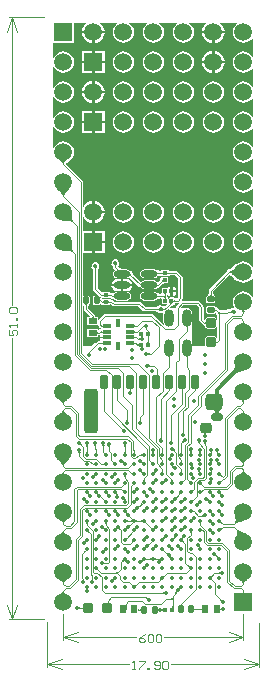
<source format=gtl>
%FSLAX44Y44*%
%MOMM*%
G71*
G01*
G75*
G04 Layer_Physical_Order=1*
G04 Layer_Color=255*
G04:AMPARAMS|DCode=10|XSize=0.6mm|YSize=0.5mm|CornerRadius=0.05mm|HoleSize=0mm|Usage=FLASHONLY|Rotation=90.000|XOffset=0mm|YOffset=0mm|HoleType=Round|Shape=RoundedRectangle|*
%AMROUNDEDRECTD10*
21,1,0.6000,0.4000,0,0,90.0*
21,1,0.5000,0.5000,0,0,90.0*
1,1,0.1000,0.2000,0.2500*
1,1,0.1000,0.2000,-0.2500*
1,1,0.1000,-0.2000,-0.2500*
1,1,0.1000,-0.2000,0.2500*
%
%ADD10ROUNDEDRECTD10*%
G04:AMPARAMS|DCode=11|XSize=0.4mm|YSize=0.37mm|CornerRadius=0.037mm|HoleSize=0mm|Usage=FLASHONLY|Rotation=90.000|XOffset=0mm|YOffset=0mm|HoleType=Round|Shape=RoundedRectangle|*
%AMROUNDEDRECTD11*
21,1,0.4000,0.2960,0,0,90.0*
21,1,0.3260,0.3700,0,0,90.0*
1,1,0.0740,0.1480,0.1630*
1,1,0.0740,0.1480,-0.1630*
1,1,0.0740,-0.1480,-0.1630*
1,1,0.0740,-0.1480,0.1630*
%
%ADD11ROUNDEDRECTD11*%
G04:AMPARAMS|DCode=12|XSize=0.4mm|YSize=0.37mm|CornerRadius=0.037mm|HoleSize=0mm|Usage=FLASHONLY|Rotation=180.000|XOffset=0mm|YOffset=0mm|HoleType=Round|Shape=RoundedRectangle|*
%AMROUNDEDRECTD12*
21,1,0.4000,0.2960,0,0,180.0*
21,1,0.3260,0.3700,0,0,180.0*
1,1,0.0740,-0.1630,0.1480*
1,1,0.0740,0.1630,0.1480*
1,1,0.0740,0.1630,-0.1480*
1,1,0.0740,-0.1630,-0.1480*
%
%ADD12ROUNDEDRECTD12*%
G04:AMPARAMS|DCode=13|XSize=0.76mm|YSize=0.27mm|CornerRadius=0.027mm|HoleSize=0mm|Usage=FLASHONLY|Rotation=90.000|XOffset=0mm|YOffset=0mm|HoleType=Round|Shape=RoundedRectangle|*
%AMROUNDEDRECTD13*
21,1,0.7600,0.2160,0,0,90.0*
21,1,0.7060,0.2700,0,0,90.0*
1,1,0.0540,0.1080,0.3530*
1,1,0.0540,0.1080,-0.3530*
1,1,0.0540,-0.1080,-0.3530*
1,1,0.0540,-0.1080,0.3530*
%
%ADD13ROUNDEDRECTD13*%
G04:AMPARAMS|DCode=14|XSize=0.76mm|YSize=0.27mm|CornerRadius=0.027mm|HoleSize=0mm|Usage=FLASHONLY|Rotation=180.000|XOffset=0mm|YOffset=0mm|HoleType=Round|Shape=RoundedRectangle|*
%AMROUNDEDRECTD14*
21,1,0.7600,0.2160,0,0,180.0*
21,1,0.7060,0.2700,0,0,180.0*
1,1,0.0540,-0.3530,0.1080*
1,1,0.0540,0.3530,0.1080*
1,1,0.0540,0.3530,-0.1080*
1,1,0.0540,-0.3530,-0.1080*
%
%ADD14ROUNDEDRECTD14*%
G04:AMPARAMS|DCode=15|XSize=3.79mm|YSize=1.2mm|CornerRadius=0.3mm|HoleSize=0mm|Usage=FLASHONLY|Rotation=270.000|XOffset=0mm|YOffset=0mm|HoleType=Round|Shape=RoundedRectangle|*
%AMROUNDEDRECTD15*
21,1,3.7900,0.6000,0,0,270.0*
21,1,3.1900,1.2000,0,0,270.0*
1,1,0.6000,-0.3000,-1.5950*
1,1,0.6000,-0.3000,1.5950*
1,1,0.6000,0.3000,1.5950*
1,1,0.6000,0.3000,-1.5950*
%
%ADD15ROUNDEDRECTD15*%
G04:AMPARAMS|DCode=16|XSize=0.6mm|YSize=1.25mm|CornerRadius=0.15mm|HoleSize=0mm|Usage=FLASHONLY|Rotation=0.000|XOffset=0mm|YOffset=0mm|HoleType=Round|Shape=RoundedRectangle|*
%AMROUNDEDRECTD16*
21,1,0.6000,0.9500,0,0,0.0*
21,1,0.3000,1.2500,0,0,0.0*
1,1,0.3000,0.1500,-0.4750*
1,1,0.3000,-0.1500,-0.4750*
1,1,0.3000,-0.1500,0.4750*
1,1,0.3000,0.1500,0.4750*
%
%ADD16ROUNDEDRECTD16*%
G04:AMPARAMS|DCode=17|XSize=1.45mm|YSize=1.4mm|CornerRadius=0.35mm|HoleSize=0mm|Usage=FLASHONLY|Rotation=0.000|XOffset=0mm|YOffset=0mm|HoleType=Round|Shape=RoundedRectangle|*
%AMROUNDEDRECTD17*
21,1,1.4500,0.7000,0,0,0.0*
21,1,0.7500,1.4000,0,0,0.0*
1,1,0.7000,0.3750,-0.3500*
1,1,0.7000,-0.3750,-0.3500*
1,1,0.7000,-0.3750,0.3500*
1,1,0.7000,0.3750,0.3500*
%
%ADD17ROUNDEDRECTD17*%
G04:AMPARAMS|DCode=18|XSize=1mm|YSize=0.6mm|CornerRadius=0.15mm|HoleSize=0mm|Usage=FLASHONLY|Rotation=180.000|XOffset=0mm|YOffset=0mm|HoleType=Round|Shape=RoundedRectangle|*
%AMROUNDEDRECTD18*
21,1,1.0000,0.3000,0,0,180.0*
21,1,0.7000,0.6000,0,0,180.0*
1,1,0.3000,-0.3500,0.1500*
1,1,0.3000,0.3500,0.1500*
1,1,0.3000,0.3500,-0.1500*
1,1,0.3000,-0.3500,-0.1500*
%
%ADD18ROUNDEDRECTD18*%
G04:AMPARAMS|DCode=19|XSize=0.95mm|YSize=0.85mm|CornerRadius=0.2125mm|HoleSize=0mm|Usage=FLASHONLY|Rotation=180.000|XOffset=0mm|YOffset=0mm|HoleType=Round|Shape=RoundedRectangle|*
%AMROUNDEDRECTD19*
21,1,0.9500,0.4250,0,0,180.0*
21,1,0.5250,0.8500,0,0,180.0*
1,1,0.4250,-0.2625,0.2125*
1,1,0.4250,0.2625,0.2125*
1,1,0.4250,0.2625,-0.2125*
1,1,0.4250,-0.2625,-0.2125*
%
%ADD19ROUNDEDRECTD19*%
%ADD20O,0.8000X1.4700*%
G04:AMPARAMS|DCode=21|XSize=0.6mm|YSize=0.5mm|CornerRadius=0.05mm|HoleSize=0mm|Usage=FLASHONLY|Rotation=180.000|XOffset=0mm|YOffset=0mm|HoleType=Round|Shape=RoundedRectangle|*
%AMROUNDEDRECTD21*
21,1,0.6000,0.4000,0,0,180.0*
21,1,0.5000,0.5000,0,0,180.0*
1,1,0.1000,-0.2500,0.2000*
1,1,0.1000,0.2500,0.2000*
1,1,0.1000,0.2500,-0.2000*
1,1,0.1000,-0.2500,-0.2000*
%
%ADD21ROUNDEDRECTD21*%
G04:AMPARAMS|DCode=22|XSize=0.8mm|YSize=0.8mm|CornerRadius=0.12mm|HoleSize=0mm|Usage=FLASHONLY|Rotation=270.000|XOffset=0mm|YOffset=0mm|HoleType=Round|Shape=RoundedRectangle|*
%AMROUNDEDRECTD22*
21,1,0.8000,0.5600,0,0,270.0*
21,1,0.5600,0.8000,0,0,270.0*
1,1,0.2400,-0.2800,-0.2800*
1,1,0.2400,-0.2800,0.2800*
1,1,0.2400,0.2800,0.2800*
1,1,0.2400,0.2800,-0.2800*
%
%ADD22ROUNDEDRECTD22*%
%ADD23O,1.4000X0.6000*%
%ADD24C,0.3500*%
%ADD25R,0.5400X0.7400*%
G04:AMPARAMS|DCode=26|XSize=0.8mm|YSize=0.8mm|CornerRadius=0.12mm|HoleSize=0mm|Usage=FLASHONLY|Rotation=0.000|XOffset=0mm|YOffset=0mm|HoleType=Round|Shape=RoundedRectangle|*
%AMROUNDEDRECTD26*
21,1,0.8000,0.5600,0,0,0.0*
21,1,0.5600,0.8000,0,0,0.0*
1,1,0.2400,0.2800,-0.2800*
1,1,0.2400,-0.2800,-0.2800*
1,1,0.2400,-0.2800,0.2800*
1,1,0.2400,0.2800,0.2800*
%
%ADD26ROUNDEDRECTD26*%
%ADD27R,0.7400X0.5400*%
%ADD28C,0.1000*%
%ADD29C,0.0750*%
%ADD30C,0.1500*%
%ADD31C,0.0751*%
%ADD32C,0.3000*%
%ADD33C,1.5000*%
%ADD34R,1.5000X1.5000*%
%ADD35R,1.5000X1.5000*%
G36*
X92212Y92452D02*
X91985Y92459D01*
X91571Y92438D01*
X91385Y92412D01*
X91212Y92375D01*
X91125Y92348D01*
X91122Y92332D01*
X91118Y92248D01*
X91127Y92167D01*
X91148Y92088D01*
X90951Y92285D01*
X90908Y92267D01*
X90776Y92197D01*
X90658Y92116D01*
X90554Y92024D01*
X90046Y92576D01*
X90135Y92677D01*
X90216Y92793D01*
X90288Y92924D01*
X90295Y92941D01*
X90088Y93148D01*
X90167Y93127D01*
X90248Y93118D01*
X90331Y93122D01*
X90372Y93130D01*
X90406Y93230D01*
X90452Y93405D01*
X90490Y93595D01*
X90519Y93799D01*
X90551Y94253D01*
X92212Y92452D01*
D02*
G37*
G36*
X84212D02*
X83984Y92459D01*
X83571Y92438D01*
X83385Y92412D01*
X83212Y92375D01*
X83125Y92348D01*
X83122Y92332D01*
X83118Y92248D01*
X83127Y92167D01*
X83148Y92088D01*
X82951Y92285D01*
X82908Y92267D01*
X82776Y92197D01*
X82658Y92116D01*
X82554Y92024D01*
X82046Y92576D01*
X82135Y92677D01*
X82216Y92793D01*
X82288Y92924D01*
X82295Y92941D01*
X82088Y93148D01*
X82167Y93127D01*
X82248Y93118D01*
X82331Y93122D01*
X82372Y93130D01*
X82406Y93230D01*
X82452Y93405D01*
X82490Y93595D01*
X82519Y93799D01*
X82551Y94253D01*
X84212Y92452D01*
D02*
G37*
G36*
X100212D02*
X99985Y92459D01*
X99571Y92438D01*
X99385Y92412D01*
X99212Y92375D01*
X99125Y92348D01*
X99122Y92332D01*
X99118Y92248D01*
X99127Y92167D01*
X99148Y92088D01*
X98951Y92285D01*
X98908Y92267D01*
X98776Y92197D01*
X98658Y92116D01*
X98554Y92024D01*
X98046Y92576D01*
X98135Y92677D01*
X98216Y92793D01*
X98288Y92924D01*
X98295Y92941D01*
X98088Y93148D01*
X98167Y93127D01*
X98248Y93118D01*
X98331Y93122D01*
X98372Y93130D01*
X98406Y93230D01*
X98452Y93405D01*
X98490Y93595D01*
X98519Y93799D01*
X98551Y94253D01*
X100212Y92452D01*
D02*
G37*
G36*
X106734Y93299D02*
X106780Y93331D01*
X106876Y93411D01*
X106974Y93504D01*
X107504Y92974D01*
X107411Y92876D01*
X107331Y92780D01*
X107298Y92734D01*
X107882Y92150D01*
X107652Y92148D01*
X107232Y92113D01*
X107145Y92098D01*
X107148Y92088D01*
X107139Y92097D01*
X107044Y92081D01*
X106870Y92039D01*
X106711Y91988D01*
X106565Y91926D01*
X106434Y91855D01*
X106317Y91774D01*
X106214Y91684D01*
X105684Y92214D01*
X105774Y92317D01*
X105855Y92434D01*
X105927Y92565D01*
X105988Y92711D01*
X106039Y92870D01*
X106081Y93044D01*
X106097Y93139D01*
X106088Y93148D01*
X106098Y93145D01*
X106113Y93232D01*
X106135Y93435D01*
X106150Y93883D01*
X106734Y93299D01*
D02*
G37*
G36*
X116212Y92452D02*
X115984Y92459D01*
X115571Y92438D01*
X115385Y92412D01*
X115212Y92375D01*
X115125Y92348D01*
X115122Y92332D01*
X115118Y92248D01*
X115127Y92167D01*
X115148Y92088D01*
X114951Y92285D01*
X114908Y92267D01*
X114776Y92197D01*
X114658Y92116D01*
X114554Y92024D01*
X114046Y92576D01*
X114135Y92677D01*
X114216Y92793D01*
X114288Y92924D01*
X114295Y92941D01*
X114088Y93148D01*
X114167Y93127D01*
X114248Y93118D01*
X114332Y93122D01*
X114372Y93130D01*
X114406Y93230D01*
X114452Y93405D01*
X114490Y93595D01*
X114519Y93799D01*
X114551Y94253D01*
X116212Y92452D01*
D02*
G37*
G36*
X66617Y90925D02*
X66734Y90844D01*
X66865Y90773D01*
X66967Y90731D01*
X67148Y90912D01*
X67127Y90833D01*
X67118Y90752D01*
X67121Y90676D01*
X67170Y90660D01*
X67344Y90619D01*
X67532Y90587D01*
X67735Y90565D01*
X68182Y90550D01*
X66450Y88817D01*
X66448Y89048D01*
X66413Y89467D01*
X66381Y89656D01*
X66339Y89830D01*
X66324Y89879D01*
X66248Y89882D01*
X66167Y89873D01*
X66088Y89852D01*
X66269Y90033D01*
X66227Y90135D01*
X66155Y90266D01*
X66074Y90383D01*
X65984Y90486D01*
X66514Y91016D01*
X66617Y90925D01*
D02*
G37*
G36*
X58617D02*
X58734Y90844D01*
X58865Y90773D01*
X58966Y90731D01*
X59148Y90912D01*
X59127Y90833D01*
X59118Y90752D01*
X59121Y90676D01*
X59170Y90660D01*
X59344Y90619D01*
X59532Y90587D01*
X59735Y90565D01*
X60182Y90550D01*
X58450Y88817D01*
X58447Y89048D01*
X58413Y89467D01*
X58381Y89656D01*
X58339Y89830D01*
X58324Y89879D01*
X58248Y89882D01*
X58167Y89873D01*
X58088Y89852D01*
X58269Y90033D01*
X58226Y90135D01*
X58155Y90266D01*
X58074Y90383D01*
X57984Y90486D01*
X58514Y91016D01*
X58617Y90925D01*
D02*
G37*
G36*
X138617D02*
X138734Y90844D01*
X138865Y90773D01*
X138967Y90731D01*
X139148Y90912D01*
X139127Y90833D01*
X139118Y90752D01*
X139121Y90676D01*
X139170Y90660D01*
X139344Y90619D01*
X139532Y90587D01*
X139735Y90565D01*
X140182Y90550D01*
X138450Y88817D01*
X138448Y89048D01*
X138413Y89467D01*
X138381Y89656D01*
X138339Y89830D01*
X138324Y89879D01*
X138248Y89882D01*
X138167Y89873D01*
X138088Y89852D01*
X138269Y90033D01*
X138226Y90135D01*
X138155Y90266D01*
X138074Y90383D01*
X137984Y90486D01*
X138514Y91016D01*
X138617Y90925D01*
D02*
G37*
G36*
X76182Y92450D02*
X75951Y92448D01*
X75532Y92413D01*
X75344Y92381D01*
X75170Y92339D01*
X75121Y92324D01*
X75118Y92248D01*
X75127Y92167D01*
X75148Y92088D01*
X74967Y92269D01*
X74865Y92226D01*
X74734Y92155D01*
X74617Y92074D01*
X74514Y91984D01*
X73984Y92514D01*
X74074Y92617D01*
X74155Y92734D01*
X74226Y92865D01*
X74269Y92967D01*
X74088Y93148D01*
X74167Y93127D01*
X74248Y93118D01*
X74324Y93121D01*
X74339Y93170D01*
X74381Y93344D01*
X74413Y93532D01*
X74435Y93735D01*
X74450Y94183D01*
X76182Y92450D01*
D02*
G37*
G36*
X123122Y92179D02*
X123173Y92115D01*
X123235Y92059D01*
X123307Y92010D01*
X123390Y91969D01*
X123483Y91935D01*
X123586Y91909D01*
X123700Y91890D01*
X123824Y91879D01*
X123959Y91875D01*
Y91125D01*
X123824Y91121D01*
X123700Y91110D01*
X123586Y91091D01*
X123483Y91065D01*
X123390Y91031D01*
X123307Y90990D01*
X123235Y90941D01*
X123173Y90885D01*
X123122Y90821D01*
X123081Y90750D01*
Y92250D01*
X123122Y92179D01*
D02*
G37*
G36*
X78416Y95886D02*
X78326Y95783D01*
X78245Y95666D01*
X78173Y95535D01*
X78112Y95389D01*
X78060Y95230D01*
X78019Y95056D01*
X77987Y94867D01*
X77965Y94665D01*
X77950Y94218D01*
X76217Y95950D01*
X76448Y95952D01*
X76867Y95987D01*
X77056Y96019D01*
X77230Y96060D01*
X77389Y96112D01*
X77535Y96173D01*
X77666Y96245D01*
X77783Y96326D01*
X77886Y96416D01*
X78416Y95886D01*
D02*
G37*
G36*
X76212Y100452D02*
X75985Y100459D01*
X75571Y100438D01*
X75385Y100412D01*
X75212Y100375D01*
X75125Y100348D01*
X75122Y100332D01*
X75118Y100248D01*
X75127Y100167D01*
X75148Y100088D01*
X74951Y100285D01*
X74908Y100267D01*
X74776Y100197D01*
X74658Y100116D01*
X74554Y100024D01*
X74046Y100576D01*
X74135Y100677D01*
X74216Y100793D01*
X74288Y100924D01*
X74295Y100941D01*
X74088Y101148D01*
X74167Y101127D01*
X74248Y101118D01*
X74331Y101122D01*
X74372Y101130D01*
X74406Y101229D01*
X74452Y101405D01*
X74490Y101595D01*
X74519Y101799D01*
X74551Y102253D01*
X76212Y100452D01*
D02*
G37*
G36*
X48124Y101412D02*
X48220Y101331D01*
X48314Y101264D01*
X48405Y101209D01*
X48495Y101168D01*
X48583Y101138D01*
X48668Y101122D01*
X48752Y101118D01*
X48833Y101127D01*
X48912Y101148D01*
X47852Y100088D01*
X47873Y100167D01*
X47882Y100248D01*
X47878Y100332D01*
X47861Y100417D01*
X47832Y100505D01*
X47790Y100594D01*
X47736Y100686D01*
X47668Y100780D01*
X47588Y100876D01*
X47496Y100974D01*
X48026Y101504D01*
X48124Y101412D01*
D02*
G37*
G36*
X92212Y100452D02*
X91985Y100459D01*
X91571Y100438D01*
X91385Y100412D01*
X91212Y100375D01*
X91125Y100348D01*
X91122Y100332D01*
X91118Y100248D01*
X91127Y100167D01*
X91148Y100088D01*
X90951Y100285D01*
X90908Y100267D01*
X90776Y100197D01*
X90658Y100116D01*
X90554Y100024D01*
X90046Y100576D01*
X90135Y100677D01*
X90216Y100793D01*
X90288Y100924D01*
X90295Y100941D01*
X90088Y101148D01*
X90167Y101127D01*
X90248Y101118D01*
X90331Y101122D01*
X90372Y101130D01*
X90406Y101229D01*
X90452Y101405D01*
X90490Y101595D01*
X90519Y101799D01*
X90551Y102253D01*
X92212Y100452D01*
D02*
G37*
G36*
X110476Y103946D02*
X110384Y103841D01*
X110303Y103724D01*
X110233Y103592D01*
X110174Y103447D01*
X110125Y103288D01*
X110088Y103115D01*
X110062Y102929D01*
X110046Y102729D01*
X110041Y102515D01*
X110048Y102288D01*
X108230Y102270D01*
X108212Y100452D01*
X107985Y100459D01*
X107771Y100454D01*
X107571Y100438D01*
X107385Y100412D01*
X107212Y100375D01*
X107125Y100348D01*
X107122Y100332D01*
X107118Y100248D01*
X107127Y100167D01*
X107148Y100088D01*
X106951Y100285D01*
X106908Y100267D01*
X106776Y100197D01*
X106658Y100116D01*
X106554Y100024D01*
X106046Y100576D01*
X106135Y100677D01*
X106216Y100793D01*
X106288Y100924D01*
X106295Y100941D01*
X106088Y101148D01*
X106167Y101127D01*
X106248Y101118D01*
X106332Y101122D01*
X106372Y101130D01*
X106406Y101229D01*
X106452Y101405D01*
X106490Y101595D01*
X106539Y102019D01*
X106551Y102253D01*
X108230Y102270D01*
X108247Y103949D01*
X108481Y103961D01*
X108905Y104010D01*
X109095Y104048D01*
X109270Y104094D01*
X109431Y104149D01*
X109576Y104212D01*
X109707Y104284D01*
X109823Y104365D01*
X109924Y104454D01*
X110476Y103946D01*
D02*
G37*
G36*
X100212Y100452D02*
X99985Y100459D01*
X99571Y100438D01*
X99385Y100412D01*
X99212Y100375D01*
X99125Y100348D01*
X99122Y100332D01*
X99118Y100248D01*
X99127Y100167D01*
X99148Y100088D01*
X98951Y100285D01*
X98908Y100267D01*
X98776Y100197D01*
X98658Y100116D01*
X98554Y100024D01*
X98046Y100576D01*
X98135Y100677D01*
X98216Y100793D01*
X98288Y100924D01*
X98295Y100941D01*
X98088Y101148D01*
X98167Y101127D01*
X98248Y101118D01*
X98331Y101122D01*
X98372Y101130D01*
X98406Y101229D01*
X98452Y101405D01*
X98490Y101595D01*
X98519Y101799D01*
X98551Y102253D01*
X100212Y100452D01*
D02*
G37*
G36*
X80912Y97852D02*
X80833Y97873D01*
X80752Y97882D01*
X80668Y97878D01*
X80583Y97862D01*
X80495Y97832D01*
X80406Y97790D01*
X80314Y97736D01*
X80220Y97669D01*
X80124Y97589D01*
X80026Y97496D01*
X79496Y98026D01*
X79588Y98124D01*
X79668Y98220D01*
X79736Y98314D01*
X79790Y98406D01*
X79832Y98495D01*
X79861Y98583D01*
X79878Y98668D01*
X79882Y98752D01*
X79873Y98833D01*
X79851Y98912D01*
X80912Y97852D01*
D02*
G37*
G36*
X146677Y98865D02*
X146793Y98784D01*
X146924Y98712D01*
X146941Y98705D01*
X147148Y98912D01*
X147127Y98833D01*
X147118Y98752D01*
X147122Y98668D01*
X147130Y98628D01*
X147229Y98594D01*
X147405Y98548D01*
X147594Y98510D01*
X147799Y98481D01*
X148253Y98449D01*
X146452Y96788D01*
X146459Y97015D01*
X146438Y97429D01*
X146412Y97615D01*
X146375Y97788D01*
X146348Y97875D01*
X146332Y97878D01*
X146248Y97882D01*
X146167Y97873D01*
X146088Y97852D01*
X146285Y98049D01*
X146267Y98092D01*
X146197Y98223D01*
X146116Y98342D01*
X146024Y98446D01*
X146576Y98954D01*
X146677Y98865D01*
D02*
G37*
G36*
X129016Y98486D02*
X128925Y98383D01*
X128844Y98266D01*
X128773Y98135D01*
X128730Y98033D01*
X128912Y97852D01*
X128833Y97873D01*
X128752Y97882D01*
X128676Y97879D01*
X128660Y97830D01*
X128619Y97656D01*
X128587Y97467D01*
X128565Y97265D01*
X128550Y96817D01*
X126817Y98550D01*
X127048Y98552D01*
X127467Y98587D01*
X127656Y98619D01*
X127830Y98660D01*
X127878Y98676D01*
X127882Y98752D01*
X127873Y98833D01*
X127851Y98912D01*
X128033Y98731D01*
X128135Y98773D01*
X128266Y98844D01*
X128383Y98926D01*
X128486Y99016D01*
X129016Y98486D01*
D02*
G37*
G36*
X136541Y101985D02*
X136561Y101571D01*
X136588Y101385D01*
X136625Y101212D01*
X136652Y101125D01*
X136668Y101122D01*
X136752Y101118D01*
X136833Y101127D01*
X136912Y101148D01*
X136715Y100951D01*
X136733Y100908D01*
X136803Y100776D01*
X136884Y100658D01*
X136976Y100554D01*
X136424Y100046D01*
X136323Y100135D01*
X136207Y100216D01*
X136076Y100288D01*
X136059Y100295D01*
X135851Y100088D01*
X135873Y100167D01*
X135882Y100248D01*
X135878Y100332D01*
X135870Y100372D01*
X135770Y100406D01*
X135595Y100452D01*
X135405Y100490D01*
X135201Y100519D01*
X134747Y100551D01*
X136548Y102212D01*
X136541Y101985D01*
D02*
G37*
G36*
X32541Y101985D02*
X32561Y101571D01*
X32588Y101385D01*
X32625Y101212D01*
X32652Y101125D01*
X32668Y101122D01*
X32752Y101118D01*
X32833Y101127D01*
X32912Y101148D01*
X32715Y100951D01*
X32733Y100908D01*
X32803Y100776D01*
X32884Y100658D01*
X32976Y100554D01*
X32424Y100046D01*
X32323Y100135D01*
X32207Y100216D01*
X32076Y100288D01*
X32059Y100295D01*
X31851Y100087D01*
X31873Y100167D01*
X31882Y100248D01*
X31878Y100331D01*
X31870Y100372D01*
X31770Y100406D01*
X31595Y100452D01*
X31405Y100490D01*
X31200Y100519D01*
X30747Y100551D01*
X32548Y102212D01*
X32541Y101985D01*
D02*
G37*
G36*
X50617Y90925D02*
X50734Y90844D01*
X50865Y90773D01*
X50967Y90731D01*
X51148Y90912D01*
X51127Y90833D01*
X51118Y90752D01*
X51121Y90676D01*
X51170Y90660D01*
X51344Y90619D01*
X51532Y90587D01*
X51735Y90565D01*
X52182Y90550D01*
X50450Y88817D01*
X50448Y89048D01*
X50413Y89467D01*
X50381Y89656D01*
X50339Y89830D01*
X50324Y89879D01*
X50248Y89882D01*
X50167Y89873D01*
X50088Y89852D01*
X50269Y90033D01*
X50226Y90135D01*
X50155Y90266D01*
X50074Y90383D01*
X49984Y90486D01*
X50514Y91016D01*
X50617Y90925D01*
D02*
G37*
G36*
X83127Y82833D02*
X83118Y82752D01*
X83122Y82668D01*
X83138Y82583D01*
X83167Y82495D01*
X83209Y82406D01*
X83264Y82314D01*
X83331Y82220D01*
X83411Y82124D01*
X83504Y82026D01*
X82974Y81496D01*
X82876Y81588D01*
X82780Y81668D01*
X82686Y81736D01*
X82594Y81790D01*
X82505Y81832D01*
X82417Y81861D01*
X82331Y81878D01*
X82248Y81882D01*
X82167Y81873D01*
X82088Y81852D01*
X83148Y82912D01*
X83127Y82833D01*
D02*
G37*
G36*
X15674Y83689D02*
X15296Y83494D01*
X14963Y83277D01*
X14674Y83040D01*
X14430Y82782D01*
X14230Y82502D01*
X14075Y82202D01*
X13964Y81881D01*
X13897Y81538D01*
X13875Y81175D01*
X13125D01*
X13103Y81538D01*
X13036Y81881D01*
X12925Y82202D01*
X12770Y82502D01*
X12570Y82782D01*
X12325Y83040D01*
X12037Y83277D01*
X11704Y83494D01*
X11326Y83689D01*
X10904Y83863D01*
X16096D01*
X15674Y83689D01*
D02*
G37*
G36*
X147127Y82833D02*
X147118Y82752D01*
X147122Y82668D01*
X147138Y82583D01*
X147168Y82495D01*
X147209Y82406D01*
X147264Y82314D01*
X147331Y82220D01*
X147411Y82124D01*
X147504Y82026D01*
X146974Y81496D01*
X146876Y81588D01*
X146780Y81668D01*
X146686Y81736D01*
X146594Y81790D01*
X146505Y81832D01*
X146417Y81861D01*
X146332Y81878D01*
X146248Y81882D01*
X146167Y81873D01*
X146088Y81852D01*
X147148Y82912D01*
X147127Y82833D01*
D02*
G37*
G36*
X41016Y82486D02*
X40925Y82383D01*
X40844Y82266D01*
X40773Y82135D01*
X40731Y82033D01*
X40912Y81852D01*
X40833Y81873D01*
X40752Y81882D01*
X40676Y81878D01*
X40660Y81830D01*
X40619Y81656D01*
X40587Y81467D01*
X40565Y81265D01*
X40550Y80817D01*
X38817Y82550D01*
X39048Y82552D01*
X39467Y82587D01*
X39656Y82619D01*
X39830Y82660D01*
X39878Y82676D01*
X39882Y82752D01*
X39873Y82833D01*
X39852Y82912D01*
X40033Y82731D01*
X40135Y82773D01*
X40266Y82844D01*
X40383Y82925D01*
X40486Y83016D01*
X41016Y82486D01*
D02*
G37*
G36*
X72124Y85411D02*
X72220Y85331D01*
X72314Y85264D01*
X72406Y85210D01*
X72495Y85168D01*
X72583Y85138D01*
X72668Y85122D01*
X72752Y85118D01*
X72833Y85127D01*
X72912Y85148D01*
X71919Y84155D01*
Y82845D01*
X72912Y81852D01*
X72833Y81873D01*
X72752Y81882D01*
X72668Y81878D01*
X72583Y81861D01*
X72495Y81832D01*
X72406Y81790D01*
X72314Y81736D01*
X72220Y81668D01*
X72124Y81588D01*
X72026Y81496D01*
X71496Y82026D01*
X71588Y82124D01*
X71668Y82220D01*
X71736Y82314D01*
X71790Y82406D01*
X71832Y82495D01*
X71862Y82583D01*
X71878Y82668D01*
X71882Y82752D01*
X71874Y82826D01*
X71827Y82885D01*
X71765Y82941D01*
X71693Y82990D01*
X71610Y83031D01*
X71517Y83065D01*
X71414Y83091D01*
X71300Y83110D01*
X71175Y83121D01*
X71041Y83125D01*
Y83875D01*
X71175Y83879D01*
X71300Y83890D01*
X71414Y83909D01*
X71517Y83935D01*
X71610Y83969D01*
X71693Y84010D01*
X71765Y84059D01*
X71827Y84115D01*
X71874Y84173D01*
X71882Y84248D01*
X71878Y84332D01*
X71862Y84417D01*
X71832Y84505D01*
X71790Y84594D01*
X71736Y84686D01*
X71668Y84780D01*
X71588Y84876D01*
X71496Y84974D01*
X72026Y85504D01*
X72124Y85411D01*
D02*
G37*
G36*
X34179Y81878D02*
X34115Y81827D01*
X34059Y81765D01*
X34010Y81693D01*
X33969Y81610D01*
X33935Y81517D01*
X33909Y81414D01*
X33890Y81300D01*
X33879Y81175D01*
X33875Y81041D01*
X33125D01*
X33121Y81175D01*
X33110Y81300D01*
X33091Y81414D01*
X33065Y81517D01*
X33031Y81610D01*
X32990Y81693D01*
X32941Y81765D01*
X32885Y81827D01*
X32821Y81878D01*
X32750Y81919D01*
X34250D01*
X34179Y81878D01*
D02*
G37*
G36*
X138617Y82925D02*
X138734Y82844D01*
X138865Y82773D01*
X138967Y82731D01*
X139148Y82912D01*
X139127Y82833D01*
X139118Y82752D01*
X139121Y82676D01*
X139170Y82660D01*
X139344Y82619D01*
X139532Y82587D01*
X139735Y82565D01*
X140182Y82550D01*
X138450Y80817D01*
X138448Y81048D01*
X138413Y81467D01*
X138381Y81656D01*
X138339Y81830D01*
X138324Y81878D01*
X138248Y81882D01*
X138167Y81873D01*
X138088Y81852D01*
X138269Y82033D01*
X138226Y82135D01*
X138155Y82266D01*
X138074Y82383D01*
X137984Y82486D01*
X138514Y83016D01*
X138617Y82925D01*
D02*
G37*
G36*
X50179Y81878D02*
X50115Y81827D01*
X50059Y81765D01*
X50010Y81693D01*
X49969Y81610D01*
X49935Y81517D01*
X49909Y81414D01*
X49890Y81300D01*
X49879Y81175D01*
X49875Y81041D01*
X49125D01*
X49121Y81175D01*
X49110Y81300D01*
X49091Y81414D01*
X49065Y81517D01*
X49031Y81610D01*
X48990Y81693D01*
X48941Y81765D01*
X48885Y81827D01*
X48821Y81878D01*
X48750Y81919D01*
X50250D01*
X50179Y81878D01*
D02*
G37*
G36*
X167641Y83582D02*
X166164Y83245D01*
X159412Y81297D01*
X159202Y81147D01*
X158547Y81553D01*
X158841Y81921D01*
X159074Y82375D01*
X159245Y82916D01*
X159354Y83542D01*
X159402Y84255D01*
X159388Y85054D01*
X159312Y85939D01*
X159175Y86911D01*
X158716Y89112D01*
X167641Y83582D01*
D02*
G37*
G36*
X130179Y81878D02*
X130115Y81827D01*
X130059Y81765D01*
X130010Y81693D01*
X129969Y81610D01*
X129935Y81517D01*
X129909Y81414D01*
X129890Y81300D01*
X129879Y81175D01*
X129875Y81041D01*
X129125D01*
X129121Y81175D01*
X129110Y81300D01*
X129091Y81414D01*
X129065Y81517D01*
X129031Y81610D01*
X128990Y81693D01*
X128941Y81765D01*
X128885Y81827D01*
X128821Y81878D01*
X128750Y81919D01*
X130250D01*
X130179Y81878D01*
D02*
G37*
G36*
X67122Y84179D02*
X67173Y84115D01*
X67235Y84059D01*
X67307Y84010D01*
X67389Y83969D01*
X67483Y83935D01*
X67586Y83909D01*
X67700Y83890D01*
X67824Y83879D01*
X67959Y83875D01*
Y83125D01*
X67824Y83121D01*
X67700Y83110D01*
X67586Y83091D01*
X67483Y83065D01*
X67389Y83031D01*
X67307Y82990D01*
X67235Y82941D01*
X67173Y82885D01*
X67122Y82821D01*
X67081Y82750D01*
Y84250D01*
X67122Y84179D01*
D02*
G37*
G36*
X69952Y88552D02*
X69987Y88132D01*
X70019Y87944D01*
X70061Y87770D01*
X70112Y87611D01*
X70173Y87465D01*
X70244Y87334D01*
X70325Y87217D01*
X70416Y87114D01*
X69886Y86584D01*
X69783Y86674D01*
X69666Y86755D01*
X69535Y86826D01*
X69389Y86888D01*
X69230Y86939D01*
X69056Y86981D01*
X68868Y87013D01*
X68665Y87035D01*
X68217Y87050D01*
X69950Y88782D01*
X69952Y88552D01*
D02*
G37*
G36*
X124212Y84452D02*
X123984Y84459D01*
X123571Y84438D01*
X123385Y84412D01*
X123212Y84375D01*
X123125Y84348D01*
X123122Y84332D01*
X123118Y84248D01*
X123127Y84167D01*
X123148Y84088D01*
X122951Y84285D01*
X122908Y84267D01*
X122776Y84197D01*
X122658Y84116D01*
X122554Y84024D01*
X122046Y84576D01*
X122135Y84677D01*
X122216Y84793D01*
X122288Y84924D01*
X122295Y84941D01*
X122088Y85148D01*
X122167Y85127D01*
X122248Y85118D01*
X122331Y85122D01*
X122372Y85130D01*
X122406Y85230D01*
X122452Y85405D01*
X122490Y85595D01*
X122519Y85799D01*
X122551Y86253D01*
X124212Y84452D01*
D02*
G37*
G36*
X132622Y86806D02*
X132445Y86961D01*
X132104Y87224D01*
X131941Y87330D01*
X131783Y87420D01*
X131630Y87494D01*
X131481Y87551D01*
X131338Y87592D01*
X131199Y87617D01*
X131066Y87625D01*
X131022Y88375D01*
X131161Y88384D01*
X131302Y88410D01*
X131445Y88454D01*
X131589Y88515D01*
X131734Y88594D01*
X131881Y88691D01*
X132029Y88805D01*
X132179Y88936D01*
X132330Y89085D01*
X132482Y89252D01*
X132622Y86806D01*
D02*
G37*
G36*
X34677Y90865D02*
X34793Y90784D01*
X34924Y90712D01*
X34941Y90705D01*
X35148Y90912D01*
X35127Y90833D01*
X35118Y90752D01*
X35122Y90668D01*
X35130Y90628D01*
X35229Y90594D01*
X35405Y90548D01*
X35595Y90510D01*
X35799Y90481D01*
X36253Y90449D01*
X34452Y88788D01*
X34459Y89015D01*
X34439Y89429D01*
X34412Y89615D01*
X34375Y89788D01*
X34348Y89875D01*
X34332Y89878D01*
X34248Y89882D01*
X34167Y89873D01*
X34088Y89852D01*
X34285Y90049D01*
X34267Y90092D01*
X34197Y90224D01*
X34116Y90342D01*
X34024Y90446D01*
X34576Y90954D01*
X34677Y90865D01*
D02*
G37*
G36*
X146677Y90865D02*
X146793Y90784D01*
X146924Y90712D01*
X146941Y90705D01*
X147148Y90912D01*
X147127Y90833D01*
X147118Y90752D01*
X147122Y90668D01*
X147130Y90628D01*
X147229Y90594D01*
X147405Y90548D01*
X147594Y90510D01*
X147799Y90481D01*
X148253Y90449D01*
X146452Y88788D01*
X146459Y89015D01*
X146438Y89429D01*
X146412Y89615D01*
X146375Y89788D01*
X146348Y89875D01*
X146332Y89878D01*
X146248Y89882D01*
X146167Y89873D01*
X146088Y89852D01*
X146285Y90049D01*
X146267Y90092D01*
X146197Y90224D01*
X146116Y90341D01*
X146024Y90446D01*
X146576Y90954D01*
X146677Y90865D01*
D02*
G37*
G36*
X79919Y82750D02*
X79878Y82821D01*
X79827Y82885D01*
X79765Y82941D01*
X79693Y82990D01*
X79610Y83031D01*
X79517Y83065D01*
X79414Y83091D01*
X79300Y83110D01*
X79175Y83121D01*
X79040Y83125D01*
Y83875D01*
X79175Y83879D01*
X79300Y83890D01*
X79414Y83909D01*
X79517Y83935D01*
X79610Y83969D01*
X79693Y84010D01*
X79765Y84059D01*
X79827Y84115D01*
X79878Y84179D01*
X79919Y84250D01*
Y82750D01*
D02*
G37*
G36*
X75122Y84179D02*
X75173Y84115D01*
X75235Y84059D01*
X75307Y84010D01*
X75389Y83969D01*
X75483Y83935D01*
X75586Y83909D01*
X75700Y83890D01*
X75824Y83879D01*
X75959Y83875D01*
Y83125D01*
X75824Y83121D01*
X75700Y83110D01*
X75586Y83091D01*
X75483Y83065D01*
X75389Y83031D01*
X75307Y82990D01*
X75235Y82941D01*
X75173Y82885D01*
X75122Y82821D01*
X75081Y82750D01*
Y84250D01*
X75122Y84179D01*
D02*
G37*
G36*
X100212Y84452D02*
X99985Y84459D01*
X99571Y84438D01*
X99385Y84412D01*
X99212Y84375D01*
X99125Y84348D01*
X99122Y84332D01*
X99118Y84248D01*
X99127Y84167D01*
X99148Y84088D01*
X98951Y84285D01*
X98908Y84267D01*
X98776Y84197D01*
X98658Y84116D01*
X98554Y84024D01*
X98046Y84576D01*
X98135Y84677D01*
X98216Y84793D01*
X98288Y84924D01*
X98295Y84941D01*
X98088Y85148D01*
X98167Y85127D01*
X98248Y85118D01*
X98331Y85122D01*
X98372Y85130D01*
X98406Y85230D01*
X98452Y85405D01*
X98490Y85595D01*
X98519Y85799D01*
X98551Y86253D01*
X100212Y84452D01*
D02*
G37*
G36*
X116212D02*
X115984Y84459D01*
X115571Y84438D01*
X115385Y84412D01*
X115212Y84375D01*
X115125Y84348D01*
X115122Y84332D01*
X115118Y84248D01*
X115127Y84167D01*
X115148Y84088D01*
X114951Y84285D01*
X114908Y84267D01*
X114776Y84197D01*
X114658Y84116D01*
X114554Y84024D01*
X114046Y84576D01*
X114135Y84677D01*
X114216Y84793D01*
X114288Y84924D01*
X114295Y84941D01*
X114088Y85148D01*
X114167Y85127D01*
X114248Y85118D01*
X114332Y85122D01*
X114372Y85130D01*
X114406Y85230D01*
X114452Y85405D01*
X114490Y85595D01*
X114519Y85799D01*
X114551Y86253D01*
X116212Y84452D01*
D02*
G37*
G36*
X108212D02*
X107985Y84459D01*
X107571Y84438D01*
X107385Y84412D01*
X107212Y84375D01*
X107125Y84348D01*
X107122Y84332D01*
X107118Y84248D01*
X107127Y84167D01*
X107148Y84088D01*
X106951Y84285D01*
X106908Y84267D01*
X106776Y84197D01*
X106658Y84116D01*
X106554Y84024D01*
X106046Y84576D01*
X106135Y84677D01*
X106216Y84793D01*
X106288Y84924D01*
X106295Y84941D01*
X106088Y85148D01*
X106167Y85127D01*
X106248Y85118D01*
X106332Y85122D01*
X106372Y85130D01*
X106406Y85230D01*
X106452Y85405D01*
X106490Y85595D01*
X106519Y85799D01*
X106551Y86253D01*
X108212Y84452D01*
D02*
G37*
G36*
X60212Y116452D02*
X59984Y116459D01*
X59571Y116439D01*
X59385Y116412D01*
X59212Y116375D01*
X59125Y116348D01*
X59122Y116332D01*
X59118Y116248D01*
X59127Y116167D01*
X59148Y116088D01*
X58951Y116285D01*
X58908Y116267D01*
X58776Y116197D01*
X58658Y116116D01*
X58554Y116024D01*
X58046Y116576D01*
X58135Y116677D01*
X58216Y116793D01*
X58288Y116924D01*
X58295Y116941D01*
X58088Y117148D01*
X58167Y117127D01*
X58248Y117118D01*
X58331Y117122D01*
X58372Y117130D01*
X58406Y117230D01*
X58452Y117405D01*
X58490Y117595D01*
X58519Y117799D01*
X58551Y118253D01*
X60212Y116452D01*
D02*
G37*
G36*
X147504Y116974D02*
X147411Y116876D01*
X147331Y116780D01*
X147264Y116686D01*
X147209Y116594D01*
X147168Y116505D01*
X147138Y116417D01*
X147122Y116332D01*
X147118Y116248D01*
X147127Y116167D01*
X147148Y116088D01*
X146088Y117148D01*
X146167Y117127D01*
X146248Y117118D01*
X146332Y117122D01*
X146417Y117138D01*
X146505Y117168D01*
X146594Y117210D01*
X146686Y117264D01*
X146780Y117331D01*
X146876Y117411D01*
X146974Y117504D01*
X147504Y116974D01*
D02*
G37*
G36*
X66179Y121878D02*
X66115Y121827D01*
X66059Y121765D01*
X66010Y121693D01*
X65969Y121610D01*
X65935Y121517D01*
X65909Y121414D01*
X65890Y121300D01*
X65879Y121175D01*
X65875Y121041D01*
X65125D01*
X65121Y121175D01*
X65110Y121300D01*
X65091Y121414D01*
X65065Y121517D01*
X65031Y121610D01*
X64990Y121693D01*
X64941Y121765D01*
X64885Y121827D01*
X64821Y121878D01*
X64750Y121919D01*
X66250D01*
X66179Y121878D01*
D02*
G37*
G36*
X122896Y122439D02*
X122904Y122430D01*
X123165Y122165D01*
X122635Y121635D01*
X122319Y121954D01*
X122894Y122442D01*
X122896Y122439D01*
D02*
G37*
G36*
X147127Y122833D02*
X147118Y122752D01*
X147122Y122668D01*
X147138Y122583D01*
X147168Y122495D01*
X147209Y122406D01*
X147264Y122314D01*
X147331Y122220D01*
X147411Y122124D01*
X147504Y122026D01*
X146974Y121496D01*
X146876Y121588D01*
X146780Y121669D01*
X146686Y121736D01*
X146594Y121790D01*
X146505Y121832D01*
X146417Y121862D01*
X146332Y121878D01*
X146248Y121882D01*
X146167Y121873D01*
X146088Y121852D01*
X147148Y122912D01*
X147127Y122833D01*
D02*
G37*
G36*
X105879Y117824D02*
X105890Y117700D01*
X105909Y117586D01*
X105935Y117483D01*
X105969Y117390D01*
X106010Y117307D01*
X106059Y117235D01*
X106115Y117173D01*
X106179Y117122D01*
X106250Y117081D01*
X104750D01*
X104821Y117122D01*
X104885Y117173D01*
X104941Y117235D01*
X104990Y117307D01*
X105031Y117390D01*
X105065Y117483D01*
X105091Y117586D01*
X105110Y117700D01*
X105121Y117824D01*
X105125Y117959D01*
X105875D01*
X105879Y117824D01*
D02*
G37*
G36*
X81879D02*
X81890Y117700D01*
X81909Y117586D01*
X81935Y117483D01*
X81969Y117390D01*
X82010Y117307D01*
X82059Y117235D01*
X82115Y117173D01*
X82179Y117122D01*
X82250Y117081D01*
X80750D01*
X80821Y117122D01*
X80885Y117173D01*
X80941Y117235D01*
X80990Y117307D01*
X81031Y117390D01*
X81065Y117483D01*
X81091Y117586D01*
X81110Y117700D01*
X81121Y117824D01*
X81125Y117959D01*
X81875D01*
X81879Y117824D01*
D02*
G37*
G36*
X92212Y116452D02*
X91985Y116459D01*
X91571Y116439D01*
X91385Y116412D01*
X91212Y116375D01*
X91125Y116348D01*
X91122Y116332D01*
X91118Y116248D01*
X91127Y116167D01*
X91148Y116088D01*
X90951Y116285D01*
X90908Y116267D01*
X90776Y116197D01*
X90658Y116116D01*
X90554Y116024D01*
X90046Y116576D01*
X90135Y116677D01*
X90216Y116793D01*
X90288Y116924D01*
X90295Y116941D01*
X90088Y117148D01*
X90167Y117127D01*
X90248Y117118D01*
X90331Y117122D01*
X90372Y117130D01*
X90406Y117229D01*
X90452Y117405D01*
X90490Y117595D01*
X90519Y117799D01*
X90551Y118253D01*
X92212Y116452D01*
D02*
G37*
G36*
X115504Y116974D02*
X115411Y116876D01*
X115331Y116780D01*
X115264Y116686D01*
X115209Y116594D01*
X115168Y116505D01*
X115138Y116417D01*
X115122Y116332D01*
X115118Y116248D01*
X115127Y116167D01*
X115148Y116088D01*
X114088Y117148D01*
X114167Y117127D01*
X114248Y117118D01*
X114332Y117122D01*
X114417Y117138D01*
X114505Y117168D01*
X114594Y117210D01*
X114686Y117264D01*
X114780Y117331D01*
X114876Y117411D01*
X114974Y117504D01*
X115504Y116974D01*
D02*
G37*
G36*
X100212Y116452D02*
X99985Y116459D01*
X99571Y116439D01*
X99385Y116412D01*
X99212Y116375D01*
X99125Y116348D01*
X99122Y116332D01*
X99118Y116248D01*
X99127Y116167D01*
X99148Y116088D01*
X98951Y116285D01*
X98908Y116267D01*
X98776Y116197D01*
X98658Y116116D01*
X98554Y116024D01*
X98046Y116576D01*
X98135Y116677D01*
X98216Y116793D01*
X98288Y116924D01*
X98295Y116941D01*
X98088Y117148D01*
X98167Y117127D01*
X98248Y117118D01*
X98331Y117122D01*
X98372Y117130D01*
X98406Y117229D01*
X98452Y117405D01*
X98490Y117595D01*
X98519Y117799D01*
X98551Y118253D01*
X100212Y116452D01*
D02*
G37*
G36*
X56954Y122424D02*
X56865Y122323D01*
X56784Y122207D01*
X56712Y122076D01*
X56705Y122059D01*
X56912Y121852D01*
X56833Y121873D01*
X56752Y121882D01*
X56668Y121878D01*
X56628Y121870D01*
X56594Y121770D01*
X56548Y121595D01*
X56510Y121405D01*
X56481Y121201D01*
X56449Y120747D01*
X54788Y122548D01*
X55015Y122541D01*
X55429Y122561D01*
X55615Y122588D01*
X55788Y122625D01*
X55875Y122652D01*
X55878Y122668D01*
X55882Y122752D01*
X55873Y122833D01*
X55852Y122912D01*
X56049Y122715D01*
X56092Y122733D01*
X56224Y122803D01*
X56342Y122884D01*
X56446Y122976D01*
X56954Y122424D01*
D02*
G37*
G36*
X97879Y125824D02*
X97890Y125700D01*
X97909Y125586D01*
X97935Y125483D01*
X97969Y125390D01*
X98010Y125307D01*
X98059Y125235D01*
X98115Y125173D01*
X98179Y125122D01*
X98250Y125081D01*
X96750D01*
X96821Y125122D01*
X96885Y125173D01*
X96941Y125235D01*
X96990Y125307D01*
X97031Y125390D01*
X97065Y125483D01*
X97091Y125586D01*
X97110Y125700D01*
X97121Y125824D01*
X97125Y125959D01*
X97875D01*
X97879Y125824D01*
D02*
G37*
G36*
X139396Y125417D02*
X139371Y125394D01*
X139348Y125363D01*
X139329Y125323D01*
X139312Y125274D01*
X139299Y125217D01*
X139288Y125151D01*
X139281Y125076D01*
X139275Y124900D01*
X138525D01*
X138523Y124992D01*
X138511Y125151D01*
X138501Y125217D01*
X138487Y125274D01*
X138471Y125323D01*
X138451Y125363D01*
X138429Y125394D01*
X138403Y125417D01*
X138375Y125431D01*
X139425D01*
X139396Y125417D01*
D02*
G37*
G36*
X113879Y125824D02*
X113890Y125700D01*
X113909Y125586D01*
X113935Y125483D01*
X113969Y125390D01*
X114010Y125307D01*
X114059Y125235D01*
X114115Y125173D01*
X114179Y125122D01*
X114250Y125081D01*
X112750D01*
X112821Y125122D01*
X112885Y125173D01*
X112941Y125235D01*
X112990Y125307D01*
X113031Y125390D01*
X113065Y125483D01*
X113091Y125586D01*
X113110Y125700D01*
X113121Y125824D01*
X113125Y125959D01*
X113875D01*
X113879Y125824D01*
D02*
G37*
G36*
X123276Y130008D02*
X123288Y129849D01*
X123299Y129783D01*
X123312Y129726D01*
X123329Y129677D01*
X123348Y129637D01*
X123371Y129606D01*
X123396Y129583D01*
X123425Y129569D01*
X122375D01*
X122403Y129583D01*
X122429Y129606D01*
X122451Y129637D01*
X122471Y129677D01*
X122487Y129726D01*
X122501Y129783D01*
X122511Y129849D01*
X122519Y129924D01*
X122525Y130100D01*
X123275D01*
X123276Y130008D01*
D02*
G37*
G36*
X92212Y124452D02*
X91985Y124459D01*
X91571Y124438D01*
X91385Y124412D01*
X91212Y124375D01*
X91125Y124348D01*
X91122Y124332D01*
X91118Y124248D01*
X91127Y124167D01*
X91148Y124088D01*
X90951Y124285D01*
X90908Y124267D01*
X90776Y124197D01*
X90658Y124116D01*
X90554Y124024D01*
X90046Y124576D01*
X90135Y124677D01*
X90216Y124793D01*
X90288Y124924D01*
X90295Y124941D01*
X90088Y125148D01*
X90167Y125127D01*
X90248Y125118D01*
X90331Y125122D01*
X90372Y125130D01*
X90406Y125230D01*
X90452Y125405D01*
X90490Y125595D01*
X90519Y125799D01*
X90551Y126253D01*
X92212Y124452D01*
D02*
G37*
G36*
X166403Y126109D02*
X166487Y125709D01*
X166627Y125326D01*
X166824Y124958D01*
X167076Y124607D01*
X167384Y124272D01*
X167749Y123953D01*
X168170Y123650D01*
X168646Y123363D01*
X169179Y123093D01*
X162821D01*
X163354Y123363D01*
X163830Y123650D01*
X164251Y123953D01*
X164615Y124272D01*
X164924Y124607D01*
X165176Y124958D01*
X165373Y125326D01*
X165513Y125709D01*
X165597Y126109D01*
X165625Y126525D01*
X166375D01*
X166403Y126109D01*
D02*
G37*
G36*
X40954Y122424D02*
X40865Y122323D01*
X40784Y122207D01*
X40712Y122076D01*
X40705Y122059D01*
X40912Y121852D01*
X40833Y121873D01*
X40752Y121882D01*
X40668Y121878D01*
X40628Y121870D01*
X40594Y121770D01*
X40548Y121595D01*
X40510Y121405D01*
X40481Y121201D01*
X40449Y120747D01*
X38788Y122548D01*
X39015Y122541D01*
X39429Y122561D01*
X39615Y122588D01*
X39788Y122625D01*
X39875Y122652D01*
X39878Y122668D01*
X39882Y122752D01*
X39873Y122833D01*
X39852Y122912D01*
X40049Y122715D01*
X40092Y122733D01*
X40223Y122803D01*
X40342Y122884D01*
X40446Y122976D01*
X40954Y122424D01*
D02*
G37*
G36*
X13885Y124782D02*
X13916Y124583D01*
X13967Y124402D01*
X14039Y124241D01*
X14131Y124098D01*
X14244Y123975D01*
X14377Y123870D01*
X14531Y123784D01*
X14705Y123716D01*
X14900Y123668D01*
X12100D01*
X12295Y123716D01*
X12469Y123784D01*
X12623Y123870D01*
X12756Y123975D01*
X12869Y124098D01*
X12961Y124241D01*
X13033Y124402D01*
X13084Y124583D01*
X13115Y124782D01*
X13125Y125000D01*
X13875D01*
X13885Y124782D01*
D02*
G37*
G36*
X128596Y125417D02*
X128571Y125394D01*
X128548Y125363D01*
X128529Y125323D01*
X128512Y125274D01*
X128499Y125217D01*
X128488Y125151D01*
X128481Y125076D01*
X128475Y124900D01*
X127725D01*
X127723Y124992D01*
X127711Y125151D01*
X127701Y125217D01*
X127687Y125274D01*
X127671Y125323D01*
X127651Y125363D01*
X127629Y125394D01*
X127603Y125417D01*
X127575Y125431D01*
X128625D01*
X128596Y125417D01*
D02*
G37*
G36*
X80541Y125985D02*
X80561Y125571D01*
X80588Y125385D01*
X80625Y125212D01*
X80652Y125125D01*
X80668Y125122D01*
X80752Y125118D01*
X80833Y125127D01*
X80912Y125148D01*
X80715Y124951D01*
X80733Y124908D01*
X80803Y124776D01*
X80884Y124658D01*
X80976Y124554D01*
X80424Y124046D01*
X80323Y124135D01*
X80207Y124216D01*
X80076Y124288D01*
X80059Y124295D01*
X79851Y124088D01*
X79873Y124167D01*
X79882Y124248D01*
X79878Y124332D01*
X79870Y124372D01*
X79770Y124406D01*
X79595Y124452D01*
X79405Y124490D01*
X79201Y124519D01*
X78747Y124551D01*
X80548Y126212D01*
X80541Y125985D01*
D02*
G37*
G36*
X139396Y117417D02*
X139371Y117394D01*
X139348Y117363D01*
X139329Y117323D01*
X139312Y117274D01*
X139299Y117217D01*
X139288Y117151D01*
X139281Y117076D01*
X139275Y116900D01*
X138525D01*
X138523Y116992D01*
X138511Y117151D01*
X138501Y117217D01*
X138487Y117274D01*
X138471Y117323D01*
X138451Y117363D01*
X138429Y117394D01*
X138403Y117417D01*
X138375Y117431D01*
X139425D01*
X139396Y117417D01*
D02*
G37*
G36*
X34677Y106865D02*
X34793Y106784D01*
X34924Y106712D01*
X34941Y106705D01*
X35148Y106912D01*
X35127Y106833D01*
X35118Y106752D01*
X35122Y106668D01*
X35130Y106628D01*
X35229Y106594D01*
X35405Y106548D01*
X35595Y106510D01*
X35799Y106481D01*
X36253Y106449D01*
X34452Y104788D01*
X34459Y105015D01*
X34439Y105429D01*
X34412Y105615D01*
X34375Y105788D01*
X34348Y105875D01*
X34332Y105878D01*
X34248Y105882D01*
X34167Y105873D01*
X34088Y105852D01*
X34285Y106049D01*
X34267Y106092D01*
X34197Y106224D01*
X34116Y106341D01*
X34024Y106446D01*
X34576Y106954D01*
X34677Y106865D01*
D02*
G37*
G36*
X146677Y106865D02*
X146793Y106784D01*
X146924Y106712D01*
X146941Y106705D01*
X147148Y106912D01*
X147127Y106833D01*
X147118Y106752D01*
X147122Y106668D01*
X147130Y106628D01*
X147229Y106594D01*
X147405Y106547D01*
X147594Y106510D01*
X147799Y106481D01*
X148253Y106449D01*
X146452Y104788D01*
X146459Y105015D01*
X146438Y105429D01*
X146412Y105615D01*
X146375Y105788D01*
X146348Y105875D01*
X146332Y105878D01*
X146248Y105882D01*
X146167Y105873D01*
X146088Y105852D01*
X146285Y106049D01*
X146267Y106092D01*
X146197Y106223D01*
X146116Y106341D01*
X146024Y106446D01*
X146576Y106954D01*
X146677Y106865D01*
D02*
G37*
G36*
X42677Y106865D02*
X42793Y106784D01*
X42924Y106712D01*
X42941Y106705D01*
X43148Y106912D01*
X43127Y106833D01*
X43118Y106752D01*
X43122Y106668D01*
X43130Y106628D01*
X43229Y106594D01*
X43405Y106548D01*
X43595Y106510D01*
X43799Y106481D01*
X44253Y106449D01*
X42452Y104788D01*
X42459Y105015D01*
X42439Y105429D01*
X42412Y105615D01*
X42375Y105788D01*
X42348Y105875D01*
X42332Y105878D01*
X42248Y105882D01*
X42167Y105873D01*
X42088Y105852D01*
X42285Y106049D01*
X42267Y106092D01*
X42197Y106224D01*
X42116Y106341D01*
X42024Y106446D01*
X42576Y106954D01*
X42677Y106865D01*
D02*
G37*
G36*
X112912Y105852D02*
X112833Y105873D01*
X112752Y105882D01*
X112668Y105878D01*
X112583Y105862D01*
X112495Y105832D01*
X112406Y105790D01*
X112314Y105736D01*
X112220Y105668D01*
X112124Y105588D01*
X112026Y105496D01*
X111496Y106026D01*
X111588Y106124D01*
X111668Y106220D01*
X111736Y106314D01*
X111790Y106406D01*
X111832Y106495D01*
X111861Y106583D01*
X111878Y106668D01*
X111882Y106752D01*
X111873Y106833D01*
X111852Y106912D01*
X112912Y105852D01*
D02*
G37*
G36*
X59093Y106757D02*
X59087Y106696D01*
X59093Y106631D01*
X59110Y106562D01*
X59140Y106489D01*
X59181Y106412D01*
X59235Y106331D01*
X59300Y106246D01*
X59377Y106158D01*
X59465Y106065D01*
X58935Y105535D01*
X58842Y105623D01*
X58669Y105765D01*
X58588Y105818D01*
X58511Y105860D01*
X58438Y105889D01*
X58369Y105907D01*
X58304Y105913D01*
X58242Y105907D01*
X58185Y105890D01*
X59110Y106815D01*
X59093Y106757D01*
D02*
G37*
G36*
X123504Y100974D02*
X123411Y100876D01*
X123331Y100780D01*
X123264Y100686D01*
X123209Y100594D01*
X123167Y100505D01*
X123138Y100417D01*
X123122Y100332D01*
X123118Y100248D01*
X123127Y100167D01*
X123148Y100088D01*
X122088Y101148D01*
X122167Y101127D01*
X122248Y101118D01*
X122331Y101122D01*
X122417Y101138D01*
X122505Y101168D01*
X122594Y101209D01*
X122686Y101264D01*
X122780Y101331D01*
X122876Y101412D01*
X122974Y101504D01*
X123504Y100974D01*
D02*
G37*
G36*
X116212Y100452D02*
X115984Y100459D01*
X115571Y100438D01*
X115385Y100412D01*
X115212Y100375D01*
X115125Y100348D01*
X115122Y100332D01*
X115118Y100248D01*
X115127Y100167D01*
X115148Y100088D01*
X114951Y100285D01*
X114908Y100267D01*
X114776Y100197D01*
X114658Y100116D01*
X114554Y100024D01*
X114046Y100576D01*
X114135Y100677D01*
X114216Y100793D01*
X114288Y100924D01*
X114295Y100941D01*
X114088Y101148D01*
X114167Y101127D01*
X114248Y101118D01*
X114332Y101122D01*
X114372Y101130D01*
X114406Y101229D01*
X114452Y101405D01*
X114490Y101595D01*
X114519Y101799D01*
X114551Y102253D01*
X116212Y100452D01*
D02*
G37*
G36*
X45961Y104519D02*
X46010Y104094D01*
X46048Y103904D01*
X46094Y103729D01*
X46149Y103569D01*
X46212Y103424D01*
X46284Y103293D01*
X46365Y103177D01*
X46454Y103076D01*
X45946Y102524D01*
X45841Y102616D01*
X45724Y102697D01*
X45592Y102767D01*
X45447Y102826D01*
X45288Y102875D01*
X45115Y102912D01*
X44929Y102938D01*
X44729Y102954D01*
X44515Y102958D01*
X44288Y102952D01*
X45949Y104753D01*
X45961Y104519D01*
D02*
G37*
G36*
X138677Y106865D02*
X138793Y106784D01*
X138924Y106712D01*
X138941Y106705D01*
X139148Y106912D01*
X139127Y106833D01*
X139118Y106752D01*
X139122Y106668D01*
X139129Y106628D01*
X139229Y106594D01*
X139404Y106547D01*
X139594Y106510D01*
X139799Y106481D01*
X140253Y106449D01*
X138452Y104788D01*
X138458Y105015D01*
X138438Y105429D01*
X138412Y105615D01*
X138375Y105788D01*
X138348Y105875D01*
X138331Y105878D01*
X138248Y105882D01*
X138167Y105873D01*
X138088Y105852D01*
X138285Y106049D01*
X138267Y106092D01*
X138197Y106223D01*
X138116Y106341D01*
X138024Y106446D01*
X138576Y106954D01*
X138677Y106865D01*
D02*
G37*
G36*
X82677D02*
X82793Y106784D01*
X82924Y106712D01*
X82941Y106705D01*
X83148Y106912D01*
X83127Y106833D01*
X83118Y106752D01*
X83122Y106668D01*
X83130Y106628D01*
X83229Y106594D01*
X83405Y106547D01*
X83595Y106510D01*
X83799Y106481D01*
X84253Y106449D01*
X82452Y104788D01*
X82458Y105015D01*
X82438Y105429D01*
X82412Y105615D01*
X82375Y105788D01*
X82348Y105875D01*
X82331Y105878D01*
X82248Y105882D01*
X82167Y105873D01*
X82088Y105852D01*
X82285Y106049D01*
X82267Y106092D01*
X82197Y106223D01*
X82116Y106341D01*
X82024Y106446D01*
X82576Y106954D01*
X82677Y106865D01*
D02*
G37*
G36*
X51099Y106768D02*
X51087Y106688D01*
X51089Y106606D01*
X51104Y106521D01*
X51116Y106481D01*
X51161Y106462D01*
X51320Y106411D01*
X51494Y106369D01*
X51682Y106337D01*
X51885Y106315D01*
X52333Y106300D01*
X50600Y104567D01*
X50598Y104798D01*
X50563Y105218D01*
X50531Y105406D01*
X50489Y105580D01*
X50438Y105739D01*
X50408Y105810D01*
X50353Y105829D01*
X50267Y105848D01*
X50183Y105854D01*
X50101Y105848D01*
X50021Y105829D01*
X50273Y106062D01*
X50224Y106133D01*
X50134Y106236D01*
X50664Y106766D01*
X50767Y106676D01*
X50865Y106608D01*
X51123Y106846D01*
X51099Y106768D01*
D02*
G37*
G36*
X64912Y113852D02*
X64833Y113873D01*
X64752Y113882D01*
X64668Y113878D01*
X64583Y113862D01*
X64495Y113832D01*
X64405Y113790D01*
X64314Y113736D01*
X64220Y113668D01*
X64124Y113588D01*
X64026Y113496D01*
X63496Y114026D01*
X63588Y114124D01*
X63668Y114220D01*
X63736Y114314D01*
X63790Y114406D01*
X63832Y114495D01*
X63861Y114583D01*
X63878Y114668D01*
X63882Y114752D01*
X63873Y114833D01*
X63851Y114912D01*
X64912Y113852D01*
D02*
G37*
G36*
X131127Y114833D02*
X131118Y114752D01*
X131122Y114668D01*
X131138Y114583D01*
X131167Y114495D01*
X131209Y114406D01*
X131264Y114314D01*
X131331Y114220D01*
X131411Y114124D01*
X131504Y114026D01*
X130974Y113496D01*
X130876Y113588D01*
X130780Y113668D01*
X130686Y113736D01*
X130594Y113790D01*
X130505Y113832D01*
X130417Y113862D01*
X130331Y113878D01*
X130248Y113882D01*
X130167Y113873D01*
X130088Y113852D01*
X131148Y114912D01*
X131127Y114833D01*
D02*
G37*
G36*
X72912Y113852D02*
X72833Y113873D01*
X72752Y113882D01*
X72668Y113878D01*
X72583Y113862D01*
X72495Y113832D01*
X72406Y113790D01*
X72314Y113736D01*
X72220Y113668D01*
X72124Y113588D01*
X72026Y113496D01*
X71496Y114026D01*
X71588Y114124D01*
X71668Y114220D01*
X71736Y114314D01*
X71790Y114406D01*
X71832Y114495D01*
X71862Y114583D01*
X71878Y114668D01*
X71882Y114752D01*
X71873Y114833D01*
X71852Y114912D01*
X72912Y113852D01*
D02*
G37*
G36*
X120124Y117411D02*
X120220Y117331D01*
X120314Y117264D01*
X120406Y117210D01*
X120495Y117168D01*
X120583Y117138D01*
X120668Y117122D01*
X120752Y117118D01*
X120833Y117127D01*
X120912Y117148D01*
X119852Y116088D01*
X119873Y116167D01*
X119882Y116248D01*
X119878Y116332D01*
X119861Y116417D01*
X119832Y116505D01*
X119790Y116594D01*
X119736Y116686D01*
X119668Y116780D01*
X119588Y116876D01*
X119496Y116974D01*
X120026Y117504D01*
X120124Y117411D01*
D02*
G37*
G36*
X48541Y117985D02*
X48561Y117571D01*
X48588Y117385D01*
X48625Y117212D01*
X48652Y117125D01*
X48668Y117122D01*
X48752Y117118D01*
X48833Y117127D01*
X48912Y117148D01*
X48715Y116951D01*
X48733Y116908D01*
X48803Y116776D01*
X48884Y116658D01*
X48976Y116554D01*
X48424Y116046D01*
X48323Y116135D01*
X48207Y116216D01*
X48076Y116288D01*
X48059Y116295D01*
X47852Y116088D01*
X47873Y116167D01*
X47882Y116248D01*
X47878Y116332D01*
X47870Y116372D01*
X47770Y116406D01*
X47595Y116452D01*
X47405Y116490D01*
X47200Y116519D01*
X46747Y116551D01*
X48548Y118212D01*
X48541Y117985D01*
D02*
G37*
G36*
X64124Y109411D02*
X64220Y109331D01*
X64314Y109264D01*
X64405Y109209D01*
X64495Y109168D01*
X64583Y109138D01*
X64668Y109122D01*
X64752Y109118D01*
X64833Y109127D01*
X64912Y109148D01*
X63851Y108088D01*
X63873Y108167D01*
X63882Y108248D01*
X63878Y108332D01*
X63861Y108417D01*
X63832Y108505D01*
X63790Y108594D01*
X63736Y108686D01*
X63668Y108780D01*
X63588Y108876D01*
X63496Y108974D01*
X64026Y109504D01*
X64124Y109411D01*
D02*
G37*
G36*
X88541Y109985D02*
X88561Y109571D01*
X88588Y109385D01*
X88625Y109212D01*
X88652Y109125D01*
X88668Y109122D01*
X88752Y109118D01*
X88833Y109127D01*
X88912Y109148D01*
X88715Y108951D01*
X88733Y108908D01*
X88803Y108776D01*
X88884Y108658D01*
X88976Y108554D01*
X88424Y108046D01*
X88323Y108135D01*
X88207Y108216D01*
X88076Y108288D01*
X88059Y108295D01*
X87851Y108088D01*
X87873Y108167D01*
X87882Y108248D01*
X87878Y108332D01*
X87870Y108372D01*
X87770Y108406D01*
X87595Y108452D01*
X87405Y108490D01*
X87200Y108519D01*
X86747Y108551D01*
X88548Y110212D01*
X88541Y109985D01*
D02*
G37*
G36*
X76212Y108452D02*
X75985Y108459D01*
X75571Y108438D01*
X75385Y108412D01*
X75212Y108375D01*
X75125Y108348D01*
X75122Y108332D01*
X75118Y108248D01*
X75127Y108167D01*
X75148Y108088D01*
X74951Y108285D01*
X74908Y108267D01*
X74776Y108197D01*
X74658Y108116D01*
X74554Y108024D01*
X74046Y108576D01*
X74135Y108677D01*
X74216Y108793D01*
X74288Y108924D01*
X74295Y108941D01*
X74088Y109148D01*
X74167Y109127D01*
X74248Y109118D01*
X74331Y109122D01*
X74372Y109130D01*
X74406Y109229D01*
X74452Y109405D01*
X74490Y109594D01*
X74519Y109799D01*
X74551Y110253D01*
X76212Y108452D01*
D02*
G37*
G36*
X131504Y108974D02*
X131411Y108876D01*
X131331Y108780D01*
X131264Y108686D01*
X131209Y108594D01*
X131167Y108505D01*
X131138Y108417D01*
X131122Y108332D01*
X131118Y108248D01*
X131127Y108167D01*
X131148Y108088D01*
X130088Y109148D01*
X130167Y109127D01*
X130248Y109118D01*
X130331Y109122D01*
X130417Y109138D01*
X130505Y109168D01*
X130594Y109209D01*
X130686Y109264D01*
X130780Y109331D01*
X130876Y109411D01*
X130974Y109504D01*
X131504Y108974D01*
D02*
G37*
G36*
X123504D02*
X123411Y108876D01*
X123331Y108780D01*
X123264Y108686D01*
X123209Y108594D01*
X123167Y108505D01*
X123138Y108417D01*
X123122Y108332D01*
X123118Y108248D01*
X123127Y108167D01*
X123148Y108088D01*
X122088Y109148D01*
X122167Y109127D01*
X122248Y109118D01*
X122331Y109122D01*
X122417Y109138D01*
X122505Y109168D01*
X122594Y109209D01*
X122686Y109264D01*
X122780Y109331D01*
X122876Y109411D01*
X122974Y109504D01*
X123504Y108974D01*
D02*
G37*
G36*
X96912Y33852D02*
X96833Y33873D01*
X96752Y33882D01*
X96668Y33878D01*
X96583Y33862D01*
X96495Y33832D01*
X96405Y33790D01*
X96314Y33736D01*
X96220Y33668D01*
X96124Y33589D01*
X96026Y33496D01*
X95496Y34026D01*
X95588Y34124D01*
X95668Y34220D01*
X95736Y34314D01*
X95790Y34406D01*
X95832Y34495D01*
X95862Y34583D01*
X95878Y34668D01*
X95882Y34752D01*
X95873Y34833D01*
X95851Y34912D01*
X96912Y33852D01*
D02*
G37*
G36*
X56912D02*
X56833Y33873D01*
X56752Y33882D01*
X56668Y33878D01*
X56583Y33862D01*
X56495Y33832D01*
X56415Y33795D01*
X56390Y33747D01*
X56333Y33602D01*
X56288Y33444D01*
X56255Y33273D01*
X56234Y33089D01*
X56225Y32892D01*
X56228Y32682D01*
X56243Y32459D01*
X54376Y34046D01*
X54613Y34067D01*
X55043Y34131D01*
X55234Y34174D01*
X55410Y34225D01*
X55571Y34283D01*
X55716Y34349D01*
X55777Y34383D01*
X55790Y34406D01*
X55832Y34495D01*
X55862Y34583D01*
X55878Y34668D01*
X55882Y34752D01*
X55873Y34833D01*
X55851Y34912D01*
X56912Y33852D01*
D02*
G37*
G36*
X99504Y36974D02*
X99411Y36876D01*
X99331Y36780D01*
X99264Y36686D01*
X99209Y36594D01*
X99167Y36505D01*
X99138Y36417D01*
X99122Y36332D01*
X99118Y36248D01*
X99127Y36167D01*
X99148Y36088D01*
X98088Y37148D01*
X98167Y37127D01*
X98248Y37118D01*
X98331Y37122D01*
X98417Y37138D01*
X98505Y37168D01*
X98594Y37209D01*
X98686Y37264D01*
X98780Y37331D01*
X98876Y37411D01*
X98974Y37504D01*
X99504Y36974D01*
D02*
G37*
G36*
X146722Y38256D02*
X146545Y38411D01*
X146204Y38673D01*
X146041Y38780D01*
X145883Y38870D01*
X145730Y38944D01*
X145581Y39001D01*
X145438Y39042D01*
X145299Y39067D01*
X145166Y39075D01*
X145122Y39825D01*
X145261Y39834D01*
X145402Y39860D01*
X145545Y39904D01*
X145689Y39965D01*
X145834Y40044D01*
X145981Y40141D01*
X146129Y40254D01*
X146279Y40386D01*
X146430Y40535D01*
X146582Y40701D01*
X146722Y38256D01*
D02*
G37*
G36*
X139504Y36974D02*
X139411Y36876D01*
X139331Y36780D01*
X139264Y36686D01*
X139209Y36594D01*
X139167Y36505D01*
X139138Y36417D01*
X139122Y36332D01*
X139118Y36248D01*
X139127Y36167D01*
X139148Y36088D01*
X138088Y37148D01*
X138167Y37127D01*
X138248Y37118D01*
X138331Y37122D01*
X138417Y37138D01*
X138505Y37168D01*
X138594Y37209D01*
X138686Y37264D01*
X138780Y37331D01*
X138876Y37411D01*
X138974Y37504D01*
X139504Y36974D01*
D02*
G37*
G36*
X15674Y32889D02*
X15296Y32694D01*
X14963Y32477D01*
X14674Y32240D01*
X14430Y31982D01*
X14230Y31702D01*
X14075Y31402D01*
X13964Y31081D01*
X13897Y30738D01*
X13875Y30375D01*
X13125D01*
X13103Y30738D01*
X13036Y31081D01*
X12925Y31402D01*
X12770Y31702D01*
X12570Y31982D01*
X12325Y32240D01*
X12037Y32477D01*
X11704Y32694D01*
X11326Y32889D01*
X10904Y33063D01*
X16096D01*
X15674Y32889D01*
D02*
G37*
G36*
X168363Y32944D02*
X167945Y32715D01*
X167577Y32466D01*
X167258Y32197D01*
X166988Y31909D01*
X166768Y31602D01*
X166596Y31274D01*
X166473Y30928D01*
X166399Y30561D01*
X166375Y30175D01*
X165625D01*
X165600Y30561D01*
X165527Y30928D01*
X165404Y31274D01*
X165232Y31602D01*
X165011Y31909D01*
X164741Y32197D01*
X164422Y32466D01*
X164054Y32715D01*
X163637Y32944D01*
X163171Y33154D01*
X168829D01*
X168363Y32944D01*
D02*
G37*
G36*
X38283Y34122D02*
X38309Y33982D01*
X38351Y33839D01*
X38411Y33693D01*
X38487Y33544D01*
X38581Y33391D01*
X38691Y33235D01*
X38819Y33077D01*
X39125Y32750D01*
X36675D01*
X36836Y32915D01*
X37108Y33235D01*
X37219Y33391D01*
X37312Y33544D01*
X37389Y33693D01*
X37448Y33839D01*
X37491Y33982D01*
X37516Y34122D01*
X37525Y34259D01*
X38275D01*
X38283Y34122D01*
D02*
G37*
G36*
X139127Y34833D02*
X139118Y34752D01*
X139122Y34668D01*
X139138Y34583D01*
X139167Y34495D01*
X139209Y34406D01*
X139264Y34314D01*
X139331Y34220D01*
X139411Y34124D01*
X139504Y34026D01*
X138974Y33496D01*
X138876Y33589D01*
X138780Y33668D01*
X138686Y33736D01*
X138594Y33790D01*
X138505Y33832D01*
X138417Y33862D01*
X138331Y33878D01*
X138248Y33882D01*
X138167Y33873D01*
X138088Y33852D01*
X139148Y34912D01*
X139127Y34833D01*
D02*
G37*
G36*
X30979Y33977D02*
X30990Y33863D01*
X31009Y33758D01*
X31036Y33662D01*
X31071Y33575D01*
X31113Y33497D01*
X31163Y33428D01*
X31220Y33369D01*
X31286Y33318D01*
X31358Y33277D01*
X29841D01*
X29914Y33318D01*
X29979Y33369D01*
X30037Y33428D01*
X30087Y33497D01*
X30129Y33575D01*
X30164Y33662D01*
X30190Y33758D01*
X30210Y33863D01*
X30221Y33977D01*
X30225Y34100D01*
X30975D01*
X30979Y33977D01*
D02*
G37*
G36*
X60061Y40030D02*
X59965Y39924D01*
X59891Y39818D01*
X59838Y39712D01*
X59806Y39606D01*
X59795Y39500D01*
X59806Y39394D01*
X59838Y39288D01*
X59891Y39182D01*
X59965Y39076D01*
X60061Y38970D01*
X59375Y38595D01*
X59267Y38695D01*
X59154Y38785D01*
X59037Y38865D01*
X58916Y38934D01*
X58790Y38992D01*
X58659Y39040D01*
X58525Y39077D01*
X58386Y39104D01*
X58242Y39120D01*
X58095Y39125D01*
Y39875D01*
X58242Y39880D01*
X58386Y39896D01*
X58525Y39923D01*
X58659Y39960D01*
X58790Y40008D01*
X58916Y40066D01*
X59037Y40135D01*
X59154Y40214D01*
X59267Y40304D01*
X59375Y40405D01*
X60061Y40030D01*
D02*
G37*
G36*
X64912Y49852D02*
X64833Y49873D01*
X64752Y49882D01*
X64668Y49878D01*
X64583Y49861D01*
X64495Y49832D01*
X64405Y49790D01*
X64314Y49736D01*
X64220Y49668D01*
X64124Y49588D01*
X64026Y49496D01*
X63496Y50026D01*
X63588Y50124D01*
X63668Y50220D01*
X63736Y50314D01*
X63790Y50406D01*
X63832Y50495D01*
X63861Y50583D01*
X63878Y50668D01*
X63882Y50752D01*
X63873Y50833D01*
X63851Y50912D01*
X64912Y49852D01*
D02*
G37*
G36*
X66417Y50725D02*
X66534Y50644D01*
X66665Y50573D01*
X66810Y50512D01*
X66827Y50507D01*
X67032Y50654D01*
X66999Y50581D01*
X66980Y50505D01*
X66978Y50459D01*
X67144Y50419D01*
X67332Y50387D01*
X67535Y50365D01*
X67982Y50350D01*
X66250Y48617D01*
X66248Y48848D01*
X66213Y49267D01*
X66181Y49456D01*
X66139Y49630D01*
X66097Y49762D01*
X66064Y49771D01*
X65979Y49785D01*
X65895Y49787D01*
X65813Y49778D01*
X66028Y49932D01*
X66027Y49935D01*
X65955Y50066D01*
X65874Y50183D01*
X65784Y50286D01*
X66314Y50816D01*
X66417Y50725D01*
D02*
G37*
G36*
X95919Y50845D02*
X96097Y50666D01*
X96183Y50725D01*
X96286Y50816D01*
X96816Y50286D01*
X96725Y50183D01*
X96666Y50098D01*
X96912Y49852D01*
X96833Y49873D01*
X96752Y49882D01*
X96668Y49878D01*
X96583Y49861D01*
X96536Y49846D01*
X96512Y49789D01*
X96460Y49630D01*
X96419Y49456D01*
X96387Y49267D01*
X96365Y49065D01*
X96350Y48617D01*
X94617Y50350D01*
X94848Y50352D01*
X95267Y50387D01*
X95456Y50419D01*
X95630Y50461D01*
X95789Y50512D01*
X95846Y50536D01*
X95862Y50583D01*
X95878Y50668D01*
X95882Y50752D01*
X95874Y50826D01*
X95827Y50885D01*
X95765Y50941D01*
X95693Y50990D01*
X95610Y51031D01*
X95517Y51065D01*
X95414Y51091D01*
X95300Y51110D01*
X95175Y51121D01*
X95041Y51125D01*
Y51875D01*
X95175Y51879D01*
X95300Y51890D01*
X95414Y51909D01*
X95517Y51935D01*
X95610Y51969D01*
X95693Y52010D01*
X95765Y52059D01*
X95827Y52115D01*
X95878Y52179D01*
X95919Y52250D01*
Y50845D01*
D02*
G37*
G36*
X83122Y52179D02*
X83173Y52115D01*
X83235Y52059D01*
X83307Y52010D01*
X83390Y51969D01*
X83483Y51935D01*
X83586Y51909D01*
X83700Y51890D01*
X83824Y51879D01*
X83959Y51875D01*
Y51125D01*
X83824Y51121D01*
X83700Y51110D01*
X83586Y51091D01*
X83483Y51065D01*
X83390Y51031D01*
X83307Y50990D01*
X83235Y50941D01*
X83173Y50885D01*
X83122Y50821D01*
X83081Y50750D01*
Y52250D01*
X83122Y52179D01*
D02*
G37*
G36*
X80954Y50424D02*
X80865Y50323D01*
X80784Y50207D01*
X80712Y50076D01*
X80704Y50059D01*
X80912Y49852D01*
X80833Y49873D01*
X80752Y49882D01*
X80668Y49878D01*
X80628Y49870D01*
X80594Y49770D01*
X80547Y49595D01*
X80510Y49405D01*
X80481Y49201D01*
X80449Y48747D01*
X78788Y50548D01*
X79015Y50541D01*
X79429Y50561D01*
X79615Y50588D01*
X79787Y50625D01*
X79875Y50652D01*
X79878Y50668D01*
X79882Y50752D01*
X79873Y50833D01*
X79851Y50912D01*
X80049Y50715D01*
X80092Y50733D01*
X80223Y50803D01*
X80341Y50884D01*
X80446Y50976D01*
X80954Y50424D01*
D02*
G37*
G36*
X120912Y41852D02*
X120833Y41873D01*
X120752Y41882D01*
X120668Y41878D01*
X120583Y41862D01*
X120495Y41832D01*
X120406Y41790D01*
X120314Y41736D01*
X120220Y41668D01*
X120124Y41588D01*
X120026Y41496D01*
X119496Y42026D01*
X119588Y42124D01*
X119668Y42220D01*
X119736Y42314D01*
X119790Y42406D01*
X119832Y42495D01*
X119861Y42583D01*
X119878Y42668D01*
X119882Y42752D01*
X119873Y42833D01*
X119852Y42912D01*
X120912Y41852D01*
D02*
G37*
G36*
X43127Y42833D02*
X43118Y42752D01*
X43122Y42668D01*
X43138Y42583D01*
X43168Y42495D01*
X43209Y42406D01*
X43264Y42314D01*
X43331Y42220D01*
X43411Y42124D01*
X43504Y42026D01*
X42974Y41496D01*
X42876Y41588D01*
X42780Y41668D01*
X42686Y41736D01*
X42594Y41790D01*
X42505Y41832D01*
X42417Y41862D01*
X42332Y41878D01*
X42248Y41882D01*
X42167Y41873D01*
X42088Y41852D01*
X43148Y42912D01*
X43127Y42833D01*
D02*
G37*
G36*
X120124Y45411D02*
X120220Y45331D01*
X120314Y45264D01*
X120406Y45209D01*
X120495Y45168D01*
X120583Y45138D01*
X120668Y45122D01*
X120752Y45118D01*
X120833Y45127D01*
X120912Y45148D01*
X119852Y44088D01*
X119873Y44167D01*
X119882Y44248D01*
X119878Y44332D01*
X119861Y44417D01*
X119832Y44505D01*
X119790Y44594D01*
X119736Y44686D01*
X119668Y44780D01*
X119588Y44876D01*
X119496Y44974D01*
X120026Y45504D01*
X120124Y45411D01*
D02*
G37*
G36*
X47915Y48563D02*
X48235Y48291D01*
X48391Y48181D01*
X48544Y48087D01*
X48693Y48011D01*
X48839Y47951D01*
X48982Y47909D01*
X49122Y47883D01*
X49259Y47875D01*
Y47125D01*
X49122Y47116D01*
X48982Y47091D01*
X48839Y47048D01*
X48693Y46989D01*
X48544Y46912D01*
X48391Y46819D01*
X48235Y46708D01*
X48077Y46581D01*
X47750Y46275D01*
Y48725D01*
X47915Y48563D01*
D02*
G37*
G36*
X84153Y44451D02*
X83919Y44439D01*
X83495Y44390D01*
X83305Y44352D01*
X83130Y44306D01*
X83120Y44303D01*
X83118Y44248D01*
X83127Y44167D01*
X83148Y44088D01*
X82981Y44255D01*
X82969Y44251D01*
X82824Y44188D01*
X82693Y44116D01*
X82577Y44035D01*
X82476Y43946D01*
X81924Y44454D01*
X82016Y44558D01*
X82097Y44676D01*
X82167Y44808D01*
X82226Y44953D01*
X82239Y44997D01*
X82088Y45148D01*
X82167Y45127D01*
X82248Y45118D01*
X82276Y45119D01*
X82312Y45285D01*
X82338Y45471D01*
X82354Y45671D01*
X82359Y45885D01*
X82352Y46112D01*
X84153Y44451D01*
D02*
G37*
G36*
X75504Y28974D02*
X75411Y28876D01*
X75331Y28780D01*
X75264Y28686D01*
X75209Y28594D01*
X75167Y28505D01*
X75138Y28417D01*
X75122Y28332D01*
X75118Y28248D01*
X75127Y28167D01*
X75148Y28088D01*
X74088Y29148D01*
X74167Y29127D01*
X74248Y29118D01*
X74331Y29122D01*
X74417Y29138D01*
X74505Y29168D01*
X74594Y29209D01*
X74686Y29264D01*
X74780Y29331D01*
X74876Y29411D01*
X74974Y29504D01*
X75504Y28974D01*
D02*
G37*
G36*
X30738Y8750D02*
X30730Y8821D01*
X30707Y8885D01*
X30668Y8941D01*
X30613Y8990D01*
X30543Y9031D01*
X30457Y9065D01*
X30356Y9091D01*
X30238Y9110D01*
X30106Y9121D01*
X29957Y9125D01*
Y9875D01*
X30106Y9879D01*
X30238Y9890D01*
X30356Y9909D01*
X30457Y9935D01*
X30543Y9969D01*
X30613Y10010D01*
X30668Y10059D01*
X30707Y10115D01*
X30730Y10179D01*
X30738Y10250D01*
Y8750D01*
D02*
G37*
G36*
X95800Y8000D02*
X94550Y6775D01*
X94408Y6913D01*
X94264Y7036D01*
X94119Y7145D01*
X93973Y7239D01*
X93898Y7279D01*
X93871Y7255D01*
X93820Y7180D01*
X93789Y7095D01*
X93778Y7000D01*
Y7339D01*
X93677Y7384D01*
X93528Y7435D01*
X93377Y7471D01*
X93226Y7493D01*
X93073Y7500D01*
Y8500D01*
X93226Y8507D01*
X93377Y8529D01*
X93528Y8565D01*
X93677Y8616D01*
X93778Y8660D01*
Y9000D01*
X93789Y8905D01*
X93820Y8820D01*
X93871Y8745D01*
X93898Y8720D01*
X93973Y8761D01*
X94119Y8855D01*
X94264Y8964D01*
X94408Y9087D01*
X94550Y9225D01*
X95800Y8000D01*
D02*
G37*
G36*
X147150Y7275D02*
X146985Y7436D01*
X146664Y7708D01*
X146509Y7819D01*
X146356Y7912D01*
X146207Y7989D01*
X146121Y8024D01*
X146064Y7990D01*
X146009Y7941D01*
X145970Y7885D01*
X145947Y7821D01*
X145939Y7750D01*
Y8084D01*
X145917Y8091D01*
X145777Y8116D01*
X145640Y8125D01*
Y8875D01*
X145777Y8883D01*
X145917Y8909D01*
X145939Y8915D01*
Y9250D01*
X145947Y9179D01*
X145970Y9115D01*
X146009Y9059D01*
X146064Y9010D01*
X146121Y8976D01*
X146207Y9011D01*
X146356Y9087D01*
X146509Y9181D01*
X146664Y9291D01*
X146823Y9419D01*
X147150Y9725D01*
Y7275D01*
D02*
G37*
G36*
X113178Y12110D02*
X113190Y11977D01*
X113208Y11860D01*
X113235Y11759D01*
X113268Y11673D01*
X113310Y11603D01*
X113358Y11548D01*
X113415Y11509D01*
X113478Y11486D01*
X113550Y11478D01*
X112050D01*
X112121Y11486D01*
X112184Y11509D01*
X112241Y11548D01*
X112289Y11603D01*
X112331Y11673D01*
X112365Y11759D01*
X112391Y11860D01*
X112409Y11977D01*
X112421Y12110D01*
X112424Y12258D01*
X113175D01*
X113178Y12110D01*
D02*
G37*
G36*
X106753Y10812D02*
X106781Y10492D01*
X106804Y10356D01*
X106835Y10237D01*
X106872Y10135D01*
X106916Y10049D01*
X106967Y9979D01*
X107025Y9926D01*
X107090Y9890D01*
X105250Y9967D01*
X105345Y9973D01*
X105430Y10001D01*
X105505Y10051D01*
X105570Y10122D01*
X105625Y10214D01*
X105670Y10328D01*
X105705Y10463D01*
X105730Y10620D01*
X105745Y10798D01*
X105750Y10997D01*
X106750D01*
X106753Y10812D01*
D02*
G37*
G36*
X97192Y9087D02*
X97336Y8964D01*
X97481Y8855D01*
X97627Y8761D01*
X97709Y8717D01*
X97740Y8745D01*
X97792Y8820D01*
X97823Y8905D01*
X97833Y9000D01*
Y8655D01*
X97923Y8616D01*
X98072Y8565D01*
X98223Y8529D01*
X98374Y8507D01*
X98527Y8500D01*
Y7500D01*
X98374Y7493D01*
X98223Y7471D01*
X98072Y7435D01*
X97923Y7384D01*
X97833Y7344D01*
Y7000D01*
X97823Y7095D01*
X97792Y7180D01*
X97740Y7255D01*
X97709Y7283D01*
X97627Y7239D01*
X97481Y7145D01*
X97336Y7036D01*
X97192Y6913D01*
X97050Y6775D01*
X95800Y8000D01*
X97050Y9225D01*
X97192Y9087D01*
D02*
G37*
G36*
X79823Y7000D02*
X79813Y7095D01*
X79782Y7180D01*
X79730Y7255D01*
X79658Y7320D01*
X79566Y7375D01*
X79452Y7420D01*
X79318Y7455D01*
X79164Y7480D01*
X78988Y7495D01*
X78793Y7500D01*
Y8500D01*
X78988Y8505D01*
X79164Y8520D01*
X79318Y8545D01*
X79452Y8580D01*
X79566Y8625D01*
X79658Y8680D01*
X79730Y8745D01*
X79782Y8820D01*
X79813Y8905D01*
X79823Y9000D01*
Y7000D01*
D02*
G37*
G36*
X124285Y9179D02*
X124309Y9115D01*
X124347Y9059D01*
X124402Y9010D01*
X124472Y8969D01*
X124558Y8935D01*
X124660Y8909D01*
X124777Y8890D01*
X124909Y8879D01*
X125058Y8875D01*
Y8125D01*
X124909Y8121D01*
X124777Y8110D01*
X124660Y8091D01*
X124558Y8065D01*
X124472Y8031D01*
X124402Y7990D01*
X124347Y7941D01*
X124309Y7885D01*
X124285Y7821D01*
X124277Y7750D01*
Y9250D01*
X124285Y9179D01*
D02*
G37*
G36*
X26915Y10563D02*
X27235Y10291D01*
X27391Y10181D01*
X27544Y10087D01*
X27693Y10011D01*
X27839Y9951D01*
X27982Y9909D01*
X28122Y9883D01*
X28259Y9875D01*
Y9125D01*
X28122Y9116D01*
X27982Y9091D01*
X27839Y9048D01*
X27693Y8989D01*
X27544Y8912D01*
X27391Y8819D01*
X27235Y8708D01*
X27077Y8581D01*
X26750Y8275D01*
Y10725D01*
X26915Y10563D01*
D02*
G37*
G36*
X130630Y7750D02*
X130623Y7821D01*
X130600Y7885D01*
X130563Y7941D01*
X130510Y7990D01*
X130443Y8031D01*
X130360Y8065D01*
X130263Y8091D01*
X130150Y8110D01*
X130023Y8121D01*
X129880Y8125D01*
Y8875D01*
X130023Y8879D01*
X130150Y8890D01*
X130263Y8909D01*
X130360Y8935D01*
X130443Y8969D01*
X130510Y9010D01*
X130563Y9059D01*
X130600Y9115D01*
X130623Y9179D01*
X130630Y9250D01*
Y7750D01*
D02*
G37*
G36*
X51379Y14094D02*
X51390Y13961D01*
X51409Y13844D01*
X51435Y13743D01*
X51469Y13657D01*
X51510Y13587D01*
X51559Y13532D01*
X51615Y13493D01*
X51679Y13470D01*
X51750Y13462D01*
X50250D01*
X50321Y13470D01*
X50385Y13493D01*
X50441Y13532D01*
X50490Y13587D01*
X50531Y13657D01*
X50565Y13743D01*
X50591Y13844D01*
X50610Y13961D01*
X50621Y14094D01*
X50625Y14242D01*
X51375D01*
X51379Y14094D01*
D02*
G37*
G36*
X110682Y22950D02*
X110484Y22947D01*
X110295Y22932D01*
X110116Y22906D01*
X109946Y22870D01*
X109785Y22822D01*
X109635Y22763D01*
X109493Y22694D01*
X109361Y22613D01*
X109238Y22521D01*
X109125Y22418D01*
X108418Y23125D01*
X108521Y23238D01*
X108613Y23361D01*
X108694Y23493D01*
X108763Y23635D01*
X108822Y23786D01*
X108870Y23946D01*
X108906Y24116D01*
X108932Y24295D01*
X108946Y24484D01*
X108950Y24682D01*
X110682Y22950D01*
D02*
G37*
G36*
X166379Y22771D02*
X166390Y22638D01*
X166409Y22521D01*
X166435Y22420D01*
X166469Y22334D01*
X166510Y22264D01*
X166559Y22209D01*
X166615Y22170D01*
X166679Y22147D01*
X166750Y22139D01*
X165250D01*
X165321Y22147D01*
X165385Y22170D01*
X165441Y22209D01*
X165490Y22264D01*
X165531Y22334D01*
X165565Y22420D01*
X165591Y22521D01*
X165610Y22638D01*
X165621Y22771D01*
X165625Y22919D01*
X166375D01*
X166379Y22771D01*
D02*
G37*
G36*
X33883Y26422D02*
X33909Y26282D01*
X33951Y26139D01*
X34011Y25993D01*
X34049Y25919D01*
X34250D01*
X34179Y25878D01*
X34115Y25827D01*
X34105Y25815D01*
X34181Y25691D01*
X34291Y25535D01*
X34419Y25377D01*
X34725Y25050D01*
X33875D01*
X33875Y25041D01*
X33125D01*
X33125Y25050D01*
X32275D01*
X32436Y25215D01*
X32708Y25535D01*
X32819Y25691D01*
X32895Y25815D01*
X32885Y25827D01*
X32821Y25878D01*
X32750Y25919D01*
X32951D01*
X32989Y25993D01*
X33048Y26139D01*
X33091Y26282D01*
X33116Y26422D01*
X33125Y26559D01*
X33875D01*
X33883Y26422D01*
D02*
G37*
G36*
X72124Y29411D02*
X72220Y29331D01*
X72314Y29264D01*
X72406Y29209D01*
X72495Y29168D01*
X72583Y29138D01*
X72668Y29122D01*
X72752Y29118D01*
X72833Y29127D01*
X72912Y29148D01*
X71852Y28088D01*
X71873Y28167D01*
X71882Y28248D01*
X71878Y28332D01*
X71862Y28417D01*
X71832Y28505D01*
X71790Y28594D01*
X71736Y28686D01*
X71668Y28780D01*
X71588Y28876D01*
X71496Y28974D01*
X72026Y29504D01*
X72124Y29411D01*
D02*
G37*
G36*
X112916Y26386D02*
X112825Y26283D01*
X112744Y26166D01*
X112693Y26071D01*
X112912Y25852D01*
X112833Y25873D01*
X112752Y25882D01*
X112668Y25878D01*
X112604Y25866D01*
X112560Y25730D01*
X112519Y25556D01*
X112487Y25367D01*
X112465Y25165D01*
X112450Y24717D01*
X110717Y26450D01*
X110948Y26452D01*
X111367Y26487D01*
X111556Y26519D01*
X111729Y26560D01*
X111866Y26604D01*
X111878Y26668D01*
X111882Y26752D01*
X111873Y26833D01*
X111852Y26912D01*
X112071Y26693D01*
X112166Y26744D01*
X112283Y26825D01*
X112386Y26916D01*
X112916Y26386D01*
D02*
G37*
G36*
X84417Y18425D02*
X84534Y18345D01*
X84665Y18273D01*
X84810Y18212D01*
X84970Y18160D01*
X85144Y18119D01*
X85332Y18087D01*
X85535Y18065D01*
X85982Y18050D01*
X84250Y16317D01*
X84248Y16548D01*
X84213Y16967D01*
X84181Y17156D01*
X84139Y17330D01*
X84088Y17489D01*
X84026Y17635D01*
X83955Y17766D01*
X83874Y17883D01*
X83784Y17986D01*
X84314Y18516D01*
X84417Y18425D01*
D02*
G37*
G36*
X146967Y16975D02*
X147084Y16895D01*
X147215Y16823D01*
X147360Y16762D01*
X147520Y16710D01*
X147694Y16669D01*
X147882Y16637D01*
X148085Y16615D01*
X148532Y16600D01*
X146800Y14867D01*
X146797Y15098D01*
X146763Y15517D01*
X146731Y15706D01*
X146689Y15880D01*
X146638Y16039D01*
X146576Y16185D01*
X146505Y16316D01*
X146424Y16433D01*
X146334Y16536D01*
X146864Y17066D01*
X146967Y16975D01*
D02*
G37*
G36*
X106750Y17700D02*
X105750Y16325D01*
X105742Y16515D01*
X105720Y16685D01*
X105682Y16835D01*
X105630Y16965D01*
X105562Y17075D01*
X105480Y17165D01*
X105382Y17235D01*
X105270Y17285D01*
X105142Y17315D01*
X105000Y17325D01*
Y18075D01*
X105142Y18085D01*
X105270Y18115D01*
X105382Y18165D01*
X105480Y18235D01*
X105562Y18325D01*
X105630Y18435D01*
X105682Y18565D01*
X105720Y18715D01*
X105742Y18885D01*
X105750Y19075D01*
X106750Y17700D01*
D02*
G37*
G36*
X13897Y24062D02*
X13964Y23719D01*
X14075Y23398D01*
X14230Y23097D01*
X14430Y22818D01*
X14674Y22560D01*
X14963Y22322D01*
X15296Y22106D01*
X15674Y21911D01*
X16096Y21736D01*
X10904D01*
X11326Y21911D01*
X11704Y22106D01*
X12037Y22322D01*
X12325Y22560D01*
X12570Y22818D01*
X12770Y23097D01*
X12925Y23398D01*
X13036Y23719D01*
X13103Y24062D01*
X13125Y24425D01*
X13875D01*
X13897Y24062D01*
D02*
G37*
G36*
X99650Y21575D02*
X99485Y21736D01*
X99164Y22008D01*
X99009Y22119D01*
X98856Y22212D01*
X98707Y22289D01*
X98560Y22348D01*
X98417Y22391D01*
X98277Y22416D01*
X98140Y22425D01*
Y23175D01*
X98277Y23183D01*
X98417Y23209D01*
X98560Y23251D01*
X98707Y23311D01*
X98856Y23387D01*
X99009Y23481D01*
X99164Y23591D01*
X99323Y23719D01*
X99650Y24025D01*
Y21575D01*
D02*
G37*
G36*
X13897Y74861D02*
X13964Y74519D01*
X14075Y74198D01*
X14230Y73897D01*
X14430Y73618D01*
X14674Y73360D01*
X14963Y73122D01*
X15296Y72906D01*
X15674Y72711D01*
X16096Y72536D01*
X10904D01*
X11326Y72711D01*
X11704Y72906D01*
X12037Y73122D01*
X12325Y73360D01*
X12570Y73618D01*
X12770Y73897D01*
X12925Y74198D01*
X13036Y74519D01*
X13103Y74861D01*
X13125Y75225D01*
X13875D01*
X13897Y74861D01*
D02*
G37*
G36*
X116082Y68950D02*
X115852Y68948D01*
X115433Y68913D01*
X115244Y68881D01*
X115070Y68840D01*
X114911Y68788D01*
X114899Y68783D01*
X114894Y68763D01*
X114888Y68685D01*
X114896Y68610D01*
X114919Y68538D01*
X114957Y68470D01*
X114641Y68659D01*
X114634Y68655D01*
X114517Y68575D01*
X114414Y68484D01*
X113884Y69014D01*
X113941Y69079D01*
X113670Y69242D01*
X113752Y69239D01*
X113835Y69247D01*
X113920Y69266D01*
X114006Y69296D01*
X114095Y69336D01*
X114117Y69348D01*
X114127Y69365D01*
X114188Y69511D01*
X114239Y69670D01*
X114281Y69844D01*
X114313Y70033D01*
X114335Y70235D01*
X114350Y70683D01*
X116082Y68950D01*
D02*
G37*
G36*
X138617Y74925D02*
X138734Y74844D01*
X138865Y74773D01*
X138967Y74731D01*
X139148Y74912D01*
X139127Y74833D01*
X139118Y74752D01*
X139121Y74676D01*
X139170Y74661D01*
X139344Y74619D01*
X139532Y74587D01*
X139735Y74565D01*
X140182Y74550D01*
X138450Y72817D01*
X138448Y73048D01*
X138413Y73467D01*
X138381Y73656D01*
X138339Y73830D01*
X138324Y73878D01*
X138248Y73882D01*
X138167Y73873D01*
X138088Y73852D01*
X138269Y74033D01*
X138226Y74135D01*
X138155Y74266D01*
X138074Y74383D01*
X137984Y74486D01*
X138514Y75016D01*
X138617Y74925D01*
D02*
G37*
G36*
X35127Y74833D02*
X35118Y74752D01*
X35122Y74668D01*
X35138Y74583D01*
X35168Y74495D01*
X35209Y74406D01*
X35264Y74314D01*
X35331Y74220D01*
X35411Y74124D01*
X35504Y74026D01*
X34974Y73496D01*
X34876Y73588D01*
X34780Y73668D01*
X34686Y73736D01*
X34594Y73790D01*
X34505Y73832D01*
X34417Y73861D01*
X34332Y73878D01*
X34248Y73882D01*
X34167Y73873D01*
X34088Y73852D01*
X35148Y74912D01*
X35127Y74833D01*
D02*
G37*
G36*
X122179Y73878D02*
X122115Y73827D01*
X122059Y73765D01*
X122010Y73693D01*
X121969Y73610D01*
X121935Y73517D01*
X121909Y73414D01*
X121890Y73300D01*
X121879Y73175D01*
X121875Y73041D01*
X121125D01*
X121121Y73175D01*
X121110Y73300D01*
X121091Y73414D01*
X121065Y73517D01*
X121031Y73610D01*
X120990Y73693D01*
X120941Y73765D01*
X120885Y73827D01*
X120821Y73878D01*
X120750Y73919D01*
X122250D01*
X122179Y73878D01*
D02*
G37*
G36*
X82950Y69482D02*
X82974Y69504D01*
X83504Y68974D01*
X83482Y68951D01*
X84082Y68350D01*
X83851Y68348D01*
X83432Y68313D01*
X83244Y68281D01*
X83118Y68251D01*
X83118Y68248D01*
X83127Y68167D01*
X83148Y68088D01*
X83014Y68221D01*
X82910Y68188D01*
X82765Y68127D01*
X82634Y68055D01*
X82517Y67974D01*
X82414Y67884D01*
X81884Y68414D01*
X81974Y68517D01*
X82055Y68634D01*
X82127Y68765D01*
X82188Y68911D01*
X82221Y69015D01*
X82088Y69148D01*
X82167Y69127D01*
X82248Y69118D01*
X82251Y69118D01*
X82281Y69244D01*
X82313Y69432D01*
X82335Y69635D01*
X82350Y70083D01*
X82950Y69482D01*
D02*
G37*
G36*
X67504Y68974D02*
X67411Y68876D01*
X67331Y68780D01*
X67264Y68686D01*
X67209Y68594D01*
X67168Y68505D01*
X67138Y68417D01*
X67122Y68332D01*
X67118Y68248D01*
X67127Y68167D01*
X67148Y68088D01*
X66088Y69148D01*
X66167Y69127D01*
X66248Y69118D01*
X66332Y69122D01*
X66417Y69138D01*
X66505Y69168D01*
X66594Y69209D01*
X66686Y69264D01*
X66780Y69331D01*
X66876Y69411D01*
X66974Y69504D01*
X67504Y68974D01*
D02*
G37*
G36*
X109136Y69583D02*
X108890Y69531D01*
X108255Y69356D01*
X108078Y69292D01*
X107774Y69152D01*
X107648Y69077D01*
X107539Y68999D01*
X107467Y68934D01*
X107411Y68876D01*
X107331Y68780D01*
X107264Y68686D01*
X107209Y68594D01*
X107168Y68505D01*
X107138Y68417D01*
X107122Y68332D01*
X107118Y68248D01*
X107127Y68167D01*
X107148Y68088D01*
X106088Y69148D01*
X106167Y69127D01*
X106248Y69118D01*
X106332Y69122D01*
X106417Y69138D01*
X106505Y69168D01*
X106594Y69209D01*
X106686Y69264D01*
X106780Y69331D01*
X106861Y69399D01*
X106901Y69444D01*
X106982Y69565D01*
X107048Y69696D01*
X107099Y69839D01*
X107135Y69993D01*
X107156Y70158D01*
X107162Y70334D01*
X107153Y70521D01*
X107129Y70720D01*
X107090Y70929D01*
X109136Y69583D01*
D02*
G37*
G36*
X100082Y68750D02*
X99852Y68748D01*
X99432Y68713D01*
X99244Y68681D01*
X99070Y68639D01*
X98980Y68610D01*
X98976Y68573D01*
X98980Y68495D01*
X98999Y68419D01*
X99032Y68346D01*
X98775Y68531D01*
X98765Y68527D01*
X98634Y68455D01*
X98517Y68374D01*
X98414Y68284D01*
X97884Y68814D01*
X97974Y68917D01*
X98055Y69034D01*
X98061Y69044D01*
X97813Y69222D01*
X97895Y69213D01*
X97979Y69215D01*
X98064Y69229D01*
X98151Y69254D01*
X98166Y69260D01*
X98188Y69310D01*
X98239Y69470D01*
X98281Y69644D01*
X98313Y69832D01*
X98335Y70035D01*
X98350Y70482D01*
X100082Y68750D01*
D02*
G37*
G36*
X161265Y75969D02*
X161630Y75826D01*
X164903Y74337D01*
X169261Y72254D01*
X159431Y69119D01*
X159915Y70049D01*
X160310Y70920D01*
X160616Y71730D01*
X160833Y72481D01*
X160961Y73172D01*
X160999Y73804D01*
X160949Y74376D01*
X160809Y74888D01*
X160580Y75340D01*
X160262Y75733D01*
X161078Y75977D01*
X161081Y76019D01*
X161265Y75969D01*
D02*
G37*
G36*
X72912Y73852D02*
X72833Y73873D01*
X72752Y73882D01*
X72668Y73878D01*
X72583Y73861D01*
X72495Y73832D01*
X72406Y73790D01*
X72314Y73736D01*
X72220Y73668D01*
X72124Y73588D01*
X72026Y73496D01*
X71496Y74026D01*
X71588Y74124D01*
X71668Y74220D01*
X71736Y74314D01*
X71790Y74406D01*
X71832Y74495D01*
X71862Y74583D01*
X71878Y74668D01*
X71882Y74752D01*
X71873Y74833D01*
X71852Y74912D01*
X72912Y73852D01*
D02*
G37*
G36*
X116182Y76450D02*
X115951Y76448D01*
X115532Y76413D01*
X115344Y76381D01*
X115170Y76339D01*
X115121Y76324D01*
X115118Y76248D01*
X115127Y76167D01*
X115148Y76088D01*
X114966Y76269D01*
X114865Y76227D01*
X114734Y76155D01*
X114617Y76074D01*
X114514Y75984D01*
X113984Y76514D01*
X114074Y76617D01*
X114155Y76734D01*
X114227Y76865D01*
X114269Y76967D01*
X114088Y77148D01*
X114167Y77127D01*
X114248Y77118D01*
X114324Y77121D01*
X114339Y77170D01*
X114381Y77344D01*
X114413Y77533D01*
X114435Y77735D01*
X114450Y78183D01*
X116182Y76450D01*
D02*
G37*
G36*
X108212Y76452D02*
X107985Y76459D01*
X107571Y76438D01*
X107385Y76412D01*
X107212Y76375D01*
X107125Y76348D01*
X107122Y76332D01*
X107118Y76248D01*
X107127Y76167D01*
X107148Y76088D01*
X106951Y76285D01*
X106908Y76267D01*
X106776Y76197D01*
X106658Y76116D01*
X106554Y76024D01*
X106046Y76576D01*
X106135Y76677D01*
X106216Y76793D01*
X106288Y76924D01*
X106295Y76941D01*
X106088Y77148D01*
X106167Y77127D01*
X106248Y77118D01*
X106332Y77122D01*
X106372Y77130D01*
X106406Y77229D01*
X106452Y77405D01*
X106490Y77595D01*
X106519Y77799D01*
X106551Y78253D01*
X108212Y76452D01*
D02*
G37*
G36*
X147504Y76974D02*
X147411Y76876D01*
X147331Y76780D01*
X147264Y76686D01*
X147209Y76594D01*
X147168Y76505D01*
X147138Y76417D01*
X147122Y76332D01*
X147118Y76248D01*
X147127Y76167D01*
X147148Y76088D01*
X146088Y77148D01*
X146167Y77127D01*
X146248Y77118D01*
X146332Y77122D01*
X146417Y77138D01*
X146505Y77168D01*
X146594Y77210D01*
X146686Y77264D01*
X146780Y77331D01*
X146876Y77411D01*
X146974Y77504D01*
X147504Y76974D01*
D02*
G37*
G36*
X70416Y79886D02*
X70325Y79783D01*
X70244Y79666D01*
X70173Y79535D01*
X70112Y79389D01*
X70061Y79230D01*
X70019Y79056D01*
X69987Y78868D01*
X69965Y78665D01*
X69950Y78218D01*
X68217Y79950D01*
X68448Y79952D01*
X68868Y79987D01*
X69056Y80019D01*
X69230Y80061D01*
X69389Y80112D01*
X69535Y80173D01*
X69666Y80245D01*
X69783Y80325D01*
X69886Y80416D01*
X70416Y79886D01*
D02*
G37*
G36*
X58889Y77424D02*
X58974Y77504D01*
X59504Y76974D01*
X59445Y76912D01*
X59933Y76461D01*
X61735Y77870D01*
X61712Y77652D01*
X61701Y77445D01*
X61704Y77251D01*
X61720Y77069D01*
X61749Y76900D01*
X61791Y76743D01*
X61846Y76599D01*
X61914Y76467D01*
X61995Y76348D01*
X62090Y76241D01*
X61493Y75777D01*
X61396Y75863D01*
X61283Y75942D01*
X61154Y76016D01*
X61009Y76084D01*
X60848Y76145D01*
X60672Y76201D01*
X60479Y76250D01*
X60046Y76330D01*
X59931Y76345D01*
X59819Y76339D01*
X59394Y76290D01*
X59205Y76252D01*
X59120Y76230D01*
X59127Y76167D01*
X59148Y76088D01*
X59030Y76206D01*
X59029Y76206D01*
X58869Y76151D01*
X58724Y76088D01*
X58593Y76016D01*
X58477Y75935D01*
X58376Y75846D01*
X57824Y76354D01*
X57916Y76458D01*
X57997Y76576D01*
X58067Y76708D01*
X58126Y76853D01*
X58175Y77012D01*
X58183Y77053D01*
X58088Y77148D01*
X58167Y77127D01*
X58199Y77123D01*
X58212Y77185D01*
X58238Y77371D01*
X58254Y77571D01*
X58259Y77785D01*
X58252Y78012D01*
X58889Y77424D01*
D02*
G37*
G36*
X48152Y78352D02*
X48187Y77933D01*
X48219Y77744D01*
X48261Y77570D01*
X48312Y77411D01*
X48373Y77265D01*
X48403Y77211D01*
X48406Y77210D01*
X48495Y77168D01*
X48583Y77138D01*
X48668Y77122D01*
X48752Y77118D01*
X48833Y77127D01*
X48912Y77148D01*
X47852Y76088D01*
X47873Y76167D01*
X47882Y76248D01*
X47878Y76332D01*
X47862Y76417D01*
X47832Y76505D01*
X47790Y76594D01*
X47789Y76597D01*
X47735Y76627D01*
X47589Y76688D01*
X47430Y76739D01*
X47256Y76781D01*
X47067Y76813D01*
X46865Y76835D01*
X46417Y76850D01*
X48150Y78583D01*
X48152Y78352D01*
D02*
G37*
G36*
X88124Y77411D02*
X88220Y77331D01*
X88314Y77264D01*
X88406Y77210D01*
X88495Y77168D01*
X88583Y77138D01*
X88668Y77122D01*
X88752Y77118D01*
X88833Y77127D01*
X88912Y77148D01*
X87851Y76088D01*
X87873Y76167D01*
X87882Y76248D01*
X87878Y76332D01*
X87861Y76417D01*
X87832Y76505D01*
X87790Y76594D01*
X87736Y76686D01*
X87668Y76780D01*
X87588Y76876D01*
X87496Y76974D01*
X88026Y77504D01*
X88124Y77411D01*
D02*
G37*
G36*
X68182Y76450D02*
X67951Y76448D01*
X67532Y76413D01*
X67344Y76381D01*
X67170Y76339D01*
X67121Y76324D01*
X67118Y76248D01*
X67127Y76167D01*
X67148Y76088D01*
X66967Y76269D01*
X66865Y76227D01*
X66734Y76155D01*
X66617Y76074D01*
X66514Y75984D01*
X65984Y76514D01*
X66074Y76617D01*
X66155Y76734D01*
X66227Y76865D01*
X66269Y76967D01*
X66088Y77148D01*
X66167Y77127D01*
X66248Y77118D01*
X66324Y77121D01*
X66339Y77170D01*
X66381Y77344D01*
X66413Y77533D01*
X66435Y77735D01*
X66450Y78183D01*
X68182Y76450D01*
D02*
G37*
G36*
X92182D02*
X91952Y76448D01*
X91532Y76413D01*
X91344Y76381D01*
X91170Y76339D01*
X91121Y76324D01*
X91118Y76248D01*
X91127Y76167D01*
X91148Y76088D01*
X90967Y76269D01*
X90865Y76227D01*
X90734Y76155D01*
X90617Y76074D01*
X90514Y75984D01*
X89984Y76514D01*
X90074Y76617D01*
X90155Y76734D01*
X90226Y76865D01*
X90269Y76967D01*
X90088Y77148D01*
X90167Y77127D01*
X90248Y77118D01*
X90324Y77121D01*
X90339Y77170D01*
X90381Y77344D01*
X90413Y77533D01*
X90435Y77735D01*
X90450Y78183D01*
X92182Y76450D01*
D02*
G37*
G36*
X74950Y77482D02*
X74974Y77504D01*
X75504Y76974D01*
X75482Y76950D01*
X76082Y76350D01*
X75851Y76348D01*
X75432Y76313D01*
X75244Y76281D01*
X75118Y76251D01*
X75118Y76248D01*
X75127Y76167D01*
X75148Y76088D01*
X75014Y76221D01*
X74910Y76188D01*
X74765Y76126D01*
X74634Y76055D01*
X74517Y75974D01*
X74414Y75884D01*
X73884Y76414D01*
X73974Y76517D01*
X74055Y76634D01*
X74127Y76765D01*
X74188Y76911D01*
X74221Y77014D01*
X74088Y77148D01*
X74167Y77127D01*
X74248Y77118D01*
X74251Y77118D01*
X74281Y77244D01*
X74313Y77432D01*
X74335Y77635D01*
X74350Y78082D01*
X74950Y77482D01*
D02*
G37*
G36*
X44253Y68551D02*
X44019Y68539D01*
X43594Y68490D01*
X43405Y68452D01*
X43229Y68406D01*
X43130Y68372D01*
X43122Y68332D01*
X43118Y68248D01*
X43127Y68167D01*
X43148Y68088D01*
X42941Y68295D01*
X42924Y68288D01*
X42793Y68216D01*
X42677Y68135D01*
X42576Y68046D01*
X42024Y68554D01*
X42116Y68658D01*
X42197Y68776D01*
X42267Y68908D01*
X42285Y68951D01*
X42088Y69148D01*
X42167Y69127D01*
X42248Y69118D01*
X42332Y69122D01*
X42348Y69125D01*
X42375Y69212D01*
X42412Y69385D01*
X42438Y69571D01*
X42454Y69771D01*
X42459Y69985D01*
X42452Y70212D01*
X44253Y68551D01*
D02*
G37*
G36*
X99127Y58833D02*
X99118Y58752D01*
X99122Y58668D01*
X99138Y58583D01*
X99167Y58495D01*
X99209Y58406D01*
X99264Y58314D01*
X99331Y58220D01*
X99411Y58124D01*
X99504Y58026D01*
X98974Y57496D01*
X98876Y57589D01*
X98780Y57668D01*
X98686Y57736D01*
X98594Y57790D01*
X98505Y57832D01*
X98417Y57862D01*
X98331Y57878D01*
X98248Y57882D01*
X98167Y57873D01*
X98088Y57852D01*
X99148Y58912D01*
X99127Y58833D01*
D02*
G37*
G36*
X66517Y59026D02*
X66634Y58945D01*
X66765Y58873D01*
X66911Y58812D01*
X67014Y58779D01*
X67148Y58912D01*
X67127Y58833D01*
X67118Y58752D01*
X67118Y58749D01*
X67244Y58719D01*
X67432Y58687D01*
X67635Y58665D01*
X68082Y58650D01*
X67482Y58049D01*
X67504Y58026D01*
X66974Y57496D01*
X66950Y57518D01*
X66350Y56917D01*
X66347Y57148D01*
X66313Y57567D01*
X66281Y57756D01*
X66251Y57882D01*
X66248Y57882D01*
X66167Y57873D01*
X66088Y57852D01*
X66221Y57985D01*
X66188Y58089D01*
X66126Y58235D01*
X66055Y58366D01*
X65974Y58483D01*
X65884Y58586D01*
X66414Y59116D01*
X66517Y59026D01*
D02*
G37*
G36*
X32912Y57852D02*
X32833Y57873D01*
X32752Y57882D01*
X32668Y57878D01*
X32583Y57862D01*
X32495Y57832D01*
X32406Y57790D01*
X32314Y57736D01*
X32220Y57668D01*
X32124Y57589D01*
X32026Y57496D01*
X31496Y58026D01*
X31588Y58124D01*
X31668Y58220D01*
X31736Y58314D01*
X31790Y58406D01*
X31832Y58495D01*
X31862Y58583D01*
X31878Y58668D01*
X31882Y58752D01*
X31873Y58833D01*
X31851Y58912D01*
X32912Y57852D01*
D02*
G37*
G36*
X104552Y61952D02*
X104587Y61533D01*
X104619Y61344D01*
X104660Y61170D01*
X104676Y61121D01*
X104752Y61118D01*
X104833Y61127D01*
X104912Y61148D01*
X104731Y60967D01*
X104773Y60865D01*
X104844Y60734D01*
X104925Y60617D01*
X105016Y60514D01*
X104486Y59984D01*
X104383Y60075D01*
X104266Y60155D01*
X104135Y60226D01*
X104033Y60269D01*
X103851Y60088D01*
X103873Y60167D01*
X103882Y60248D01*
X103878Y60324D01*
X103830Y60339D01*
X103656Y60381D01*
X103467Y60413D01*
X103265Y60435D01*
X102817Y60450D01*
X104550Y62182D01*
X104552Y61952D01*
D02*
G37*
G36*
X49016Y58486D02*
X48925Y58383D01*
X48844Y58266D01*
X48773Y58135D01*
X48731Y58033D01*
X48912Y57852D01*
X48833Y57873D01*
X48752Y57882D01*
X48676Y57878D01*
X48660Y57830D01*
X48619Y57656D01*
X48587Y57467D01*
X48565Y57265D01*
X48550Y56817D01*
X46817Y58550D01*
X47048Y58552D01*
X47467Y58587D01*
X47656Y58619D01*
X47829Y58660D01*
X47878Y58676D01*
X47882Y58752D01*
X47873Y58833D01*
X47852Y58912D01*
X48033Y58731D01*
X48135Y58773D01*
X48266Y58844D01*
X48383Y58925D01*
X48486Y59016D01*
X49016Y58486D01*
D02*
G37*
G36*
X91122Y52179D02*
X91173Y52115D01*
X91235Y52059D01*
X91307Y52010D01*
X91390Y51969D01*
X91482Y51935D01*
X91586Y51909D01*
X91700Y51890D01*
X91824Y51879D01*
X91959Y51875D01*
Y51125D01*
X91824Y51121D01*
X91700Y51110D01*
X91586Y51091D01*
X91482Y51065D01*
X91390Y51031D01*
X91307Y50990D01*
X91235Y50941D01*
X91173Y50885D01*
X91122Y50821D01*
X91081Y50750D01*
Y52250D01*
X91122Y52179D01*
D02*
G37*
G36*
X87919Y50750D02*
X87878Y50821D01*
X87827Y50885D01*
X87765Y50941D01*
X87693Y50990D01*
X87610Y51031D01*
X87517Y51065D01*
X87414Y51091D01*
X87300Y51110D01*
X87175Y51121D01*
X87041Y51125D01*
Y51875D01*
X87175Y51879D01*
X87300Y51890D01*
X87414Y51909D01*
X87517Y51935D01*
X87610Y51969D01*
X87693Y52010D01*
X87765Y52059D01*
X87827Y52115D01*
X87878Y52179D01*
X87919Y52250D01*
Y50750D01*
D02*
G37*
G36*
X101258Y56284D02*
X101376Y56203D01*
X101508Y56133D01*
X101653Y56074D01*
X101812Y56025D01*
X101985Y55988D01*
X102171Y55961D01*
X102584Y55941D01*
X102812Y55948D01*
X102830Y54130D01*
X104648Y54112D01*
X104641Y53885D01*
X104661Y53471D01*
X104688Y53285D01*
X104724Y53119D01*
X104752Y53118D01*
X104833Y53127D01*
X104912Y53148D01*
X104760Y52997D01*
X104774Y52953D01*
X104833Y52808D01*
X104903Y52676D01*
X104984Y52558D01*
X105076Y52454D01*
X104524Y51946D01*
X104423Y52035D01*
X104307Y52116D01*
X104176Y52188D01*
X104031Y52251D01*
X104019Y52255D01*
X103851Y52088D01*
X103873Y52167D01*
X103882Y52248D01*
X103879Y52303D01*
X103870Y52306D01*
X103695Y52352D01*
X103505Y52390D01*
X103301Y52419D01*
X102847Y52451D01*
X102830Y54130D01*
X101151Y54147D01*
X101119Y54601D01*
X101090Y54805D01*
X101052Y54995D01*
X101006Y55170D01*
X100951Y55331D01*
X100888Y55476D01*
X100816Y55607D01*
X100735Y55723D01*
X100646Y55824D01*
X101154Y56376D01*
X101258Y56284D01*
D02*
G37*
G36*
X143041Y55484D02*
X143062Y55071D01*
X143088Y54885D01*
X143125Y54712D01*
X143174Y54553D01*
X143233Y54408D01*
X143303Y54276D01*
X143384Y54158D01*
X143476Y54054D01*
X142924Y53546D01*
X142823Y53635D01*
X142707Y53716D01*
X142576Y53788D01*
X142431Y53851D01*
X142270Y53906D01*
X142095Y53952D01*
X141905Y53990D01*
X141701Y54019D01*
X141247Y54051D01*
X143048Y55712D01*
X143041Y55484D01*
D02*
G37*
G36*
X144124Y53411D02*
X144220Y53331D01*
X144314Y53264D01*
X144405Y53210D01*
X144495Y53168D01*
X144583Y53138D01*
X144668Y53122D01*
X144752Y53118D01*
X144833Y53127D01*
X144912Y53148D01*
X143851Y52088D01*
X143873Y52167D01*
X143882Y52248D01*
X143878Y52332D01*
X143862Y52417D01*
X143832Y52505D01*
X143790Y52594D01*
X143736Y52686D01*
X143668Y52780D01*
X143588Y52876D01*
X143496Y52974D01*
X144026Y53504D01*
X144124Y53411D01*
D02*
G37*
G36*
X82962Y61461D02*
X82995Y61493D01*
X83514Y60951D01*
X83504Y60939D01*
X84115Y60350D01*
X83885Y60343D01*
X83466Y60301D01*
X83279Y60265D01*
X83133Y60227D01*
X83132Y60215D01*
X83140Y60133D01*
X83160Y60053D01*
X83026Y60193D01*
X82947Y60166D01*
X82802Y60102D01*
X82673Y60028D01*
X82557Y59945D01*
X82456Y59852D01*
X81916Y60372D01*
X82005Y60477D01*
X82083Y60595D01*
X82152Y60728D01*
X82211Y60875D01*
X82249Y61003D01*
X82122Y61136D01*
X82200Y61113D01*
X82274Y61104D01*
X82297Y61210D01*
X82326Y61399D01*
X82344Y61602D01*
X82351Y62049D01*
X82962Y61461D01*
D02*
G37*
G36*
X115127Y66833D02*
X115118Y66752D01*
X115122Y66668D01*
X115138Y66583D01*
X115168Y66495D01*
X115209Y66406D01*
X115264Y66314D01*
X115331Y66220D01*
X115411Y66124D01*
X115504Y66026D01*
X114974Y65496D01*
X114876Y65588D01*
X114780Y65668D01*
X114686Y65736D01*
X114594Y65790D01*
X114505Y65832D01*
X114417Y65862D01*
X114332Y65878D01*
X114248Y65882D01*
X114167Y65873D01*
X114088Y65852D01*
X115148Y66912D01*
X115127Y66833D01*
D02*
G37*
G36*
X86334Y63763D02*
X86242Y63661D01*
X86160Y63545D01*
X86087Y63414D01*
X86024Y63269D01*
X85971Y63110D01*
X85927Y62937D01*
X85894Y62749D01*
X85869Y62547D01*
X85850Y62099D01*
X84136Y63850D01*
X84367Y63850D01*
X84786Y63880D01*
X84975Y63910D01*
X85149Y63950D01*
X85309Y64000D01*
X85455Y64059D01*
X85587Y64129D01*
X85705Y64209D01*
X85809Y64299D01*
X86334Y63763D01*
D02*
G37*
G36*
X88970Y65832D02*
X88890Y65851D01*
X88808Y65858D01*
X88724Y65852D01*
X88637Y65834D01*
X88549Y65804D01*
X88458Y65761D01*
X88365Y65706D01*
X88271Y65639D01*
X88174Y65560D01*
X88075Y65468D01*
X87525Y65979D01*
X87619Y66076D01*
X87699Y66171D01*
X87767Y66264D01*
X87821Y66355D01*
X87863Y66443D01*
X87891Y66530D01*
X87906Y66614D01*
X87908Y66697D01*
X87897Y66777D01*
X87873Y66855D01*
X88970Y65832D01*
D02*
G37*
G36*
X32954Y66424D02*
X32865Y66323D01*
X32784Y66207D01*
X32712Y66076D01*
X32705Y66059D01*
X32912Y65852D01*
X32833Y65873D01*
X32752Y65882D01*
X32668Y65878D01*
X32628Y65870D01*
X32594Y65770D01*
X32548Y65595D01*
X32510Y65405D01*
X32481Y65201D01*
X32449Y64747D01*
X30788Y66548D01*
X31015Y66541D01*
X31429Y66561D01*
X31615Y66588D01*
X31788Y66625D01*
X31875Y66652D01*
X31878Y66668D01*
X31882Y66752D01*
X31873Y66833D01*
X31851Y66912D01*
X32049Y66715D01*
X32092Y66733D01*
X32223Y66803D01*
X32341Y66884D01*
X32446Y66976D01*
X32954Y66424D01*
D02*
G37*
G36*
X72912Y65852D02*
X72833Y65873D01*
X72752Y65882D01*
X72668Y65878D01*
X72583Y65862D01*
X72495Y65832D01*
X72406Y65790D01*
X72314Y65736D01*
X72220Y65668D01*
X72124Y65588D01*
X72026Y65496D01*
X71496Y66026D01*
X71588Y66124D01*
X71668Y66220D01*
X71736Y66314D01*
X71790Y66406D01*
X71832Y66495D01*
X71862Y66583D01*
X71878Y66668D01*
X71882Y66752D01*
X71873Y66833D01*
X71852Y66912D01*
X72912Y65852D01*
D02*
G37*
G36*
X74950Y61482D02*
X74974Y61504D01*
X75504Y60974D01*
X75482Y60950D01*
X76082Y60350D01*
X75851Y60348D01*
X75432Y60313D01*
X75244Y60281D01*
X75118Y60251D01*
X75118Y60248D01*
X75127Y60167D01*
X75148Y60088D01*
X75014Y60221D01*
X74910Y60188D01*
X74765Y60127D01*
X74634Y60055D01*
X74517Y59974D01*
X74414Y59884D01*
X73884Y60414D01*
X73974Y60517D01*
X74055Y60634D01*
X74127Y60765D01*
X74188Y60911D01*
X74221Y61014D01*
X74088Y61148D01*
X74167Y61127D01*
X74248Y61118D01*
X74251Y61118D01*
X74281Y61244D01*
X74313Y61432D01*
X74335Y61635D01*
X74350Y62083D01*
X74950Y61482D01*
D02*
G37*
G36*
X60153Y60451D02*
X59919Y60439D01*
X59495Y60390D01*
X59305Y60352D01*
X59129Y60306D01*
X59120Y60303D01*
X59118Y60248D01*
X59127Y60167D01*
X59148Y60088D01*
X58981Y60255D01*
X58969Y60251D01*
X58824Y60188D01*
X58693Y60116D01*
X58577Y60035D01*
X58476Y59946D01*
X57924Y60454D01*
X58016Y60559D01*
X58097Y60676D01*
X58167Y60808D01*
X58226Y60953D01*
X58239Y60996D01*
X58088Y61148D01*
X58167Y61127D01*
X58248Y61118D01*
X58276Y61119D01*
X58312Y61285D01*
X58338Y61471D01*
X58354Y61671D01*
X58358Y61885D01*
X58352Y62112D01*
X60153Y60451D01*
D02*
G37*
G36*
X92224Y60554D02*
X91986Y60533D01*
X91557Y60469D01*
X91366Y60426D01*
X91190Y60375D01*
X91126Y60352D01*
X91122Y60332D01*
X91118Y60248D01*
X91127Y60167D01*
X91148Y60088D01*
X90953Y60283D01*
X90884Y60251D01*
X90754Y60178D01*
X90639Y60098D01*
X90540Y60010D01*
X89966Y60496D01*
X90059Y60602D01*
X90140Y60721D01*
X90209Y60853D01*
X90259Y60977D01*
X90088Y61148D01*
X90167Y61127D01*
X90248Y61118D01*
X90302Y61120D01*
X90312Y61156D01*
X90345Y61326D01*
X90366Y61511D01*
X90375Y61708D01*
X90372Y61918D01*
X90357Y62141D01*
X92224Y60554D01*
D02*
G37*
G36*
X112652Y61852D02*
X112687Y61432D01*
X112719Y61244D01*
X112749Y61118D01*
X112752Y61118D01*
X112833Y61127D01*
X112912Y61148D01*
X112778Y61014D01*
X112812Y60911D01*
X112873Y60765D01*
X112944Y60634D01*
X113025Y60517D01*
X113116Y60414D01*
X112586Y59884D01*
X112483Y59974D01*
X112366Y60055D01*
X112235Y60127D01*
X112089Y60188D01*
X111985Y60221D01*
X111852Y60088D01*
X111873Y60167D01*
X111882Y60248D01*
X111882Y60251D01*
X111756Y60281D01*
X111567Y60313D01*
X111365Y60335D01*
X110917Y60350D01*
X111518Y60950D01*
X111496Y60974D01*
X112026Y61504D01*
X112049Y61482D01*
X112650Y62083D01*
X112652Y61852D01*
D02*
G37*
G36*
X129067Y63286D02*
X129131Y62857D01*
X129174Y62666D01*
X129225Y62490D01*
X129283Y62329D01*
X129349Y62184D01*
X129422Y62054D01*
X129502Y61940D01*
X129590Y61840D01*
X129103Y61266D01*
X128998Y61359D01*
X128879Y61440D01*
X128747Y61509D01*
X128602Y61567D01*
X128444Y61612D01*
X128273Y61645D01*
X128089Y61666D01*
X127892Y61675D01*
X127682Y61672D01*
X127459Y61657D01*
X129045Y63524D01*
X129067Y63286D01*
D02*
G37*
G36*
X17540Y135259D02*
X15504Y133184D01*
X15006Y132564D01*
X14599Y131980D01*
X14282Y131431D01*
X14056Y130918D01*
X13920Y130441D01*
X13875Y130000D01*
X13125D01*
X13080Y130441D01*
X12944Y130918D01*
X12718Y131431D01*
X12401Y131980D01*
X11994Y132564D01*
X11496Y133184D01*
X10908Y133840D01*
X9460Y135259D01*
X8600Y136022D01*
X18400D01*
X17540Y135259D01*
D02*
G37*
G36*
X46492Y243051D02*
X46484Y243122D01*
X46461Y243186D01*
X46422Y243242D01*
X46367Y243291D01*
X46297Y243332D01*
X46211Y243366D01*
X46109Y243392D01*
X45992Y243411D01*
X45860Y243422D01*
X45711Y243426D01*
Y244176D01*
X45860Y244179D01*
X45992Y244191D01*
X46109Y244209D01*
X46211Y244236D01*
X46297Y244269D01*
X46367Y244311D01*
X46422Y244359D01*
X46461Y244416D01*
X46484Y244479D01*
X46492Y244551D01*
Y243051D01*
D02*
G37*
G36*
X85629Y243999D02*
X85640Y243866D01*
X85659Y243749D01*
X85685Y243648D01*
X85719Y243562D01*
X85760Y243492D01*
X85809Y243437D01*
X85865Y243398D01*
X85929Y243375D01*
X86000Y243367D01*
X84500D01*
X84571Y243375D01*
X84635Y243398D01*
X84691Y243437D01*
X84740Y243492D01*
X84781Y243562D01*
X84815Y243648D01*
X84841Y243749D01*
X84860Y243866D01*
X84871Y243999D01*
X84875Y244147D01*
X85625D01*
X85629Y243999D01*
D02*
G37*
G36*
X84246Y246617D02*
X84221Y246594D01*
X84198Y246563D01*
X84179Y246523D01*
X84162Y246474D01*
X84149Y246417D01*
X84138Y246351D01*
X84131Y246276D01*
X84125Y246100D01*
X83375D01*
X83373Y246192D01*
X83361Y246351D01*
X83351Y246417D01*
X83337Y246474D01*
X83321Y246523D01*
X83301Y246563D01*
X83279Y246594D01*
X83253Y246617D01*
X83225Y246630D01*
X84275D01*
X84246Y246617D01*
D02*
G37*
G36*
X73517Y244479D02*
X73541Y244415D01*
X73580Y244359D01*
X73634Y244310D01*
X73705Y244269D01*
X73790Y244235D01*
X73892Y244209D01*
X74009Y244190D01*
X74142Y244179D01*
X74290Y244175D01*
Y243425D01*
X74142Y243421D01*
X74009Y243410D01*
X73892Y243391D01*
X73790Y243365D01*
X73705Y243331D01*
X73634Y243290D01*
X73580Y243241D01*
X73541Y243185D01*
X73517Y243121D01*
X73509Y243050D01*
Y244550D01*
X73517Y244479D01*
D02*
G37*
G36*
X80283Y240122D02*
X80309Y239982D01*
X80351Y239839D01*
X80411Y239693D01*
X80487Y239544D01*
X80555Y239433D01*
X80650D01*
X80579Y239425D01*
X80563Y239419D01*
X80581Y239391D01*
X80691Y239235D01*
X80819Y239077D01*
X81125Y238750D01*
X80277D01*
X80275Y238652D01*
X79525D01*
X79522Y238750D01*
X78675D01*
X78836Y238915D01*
X79108Y239235D01*
X79219Y239391D01*
X79236Y239419D01*
X79221Y239425D01*
X79150Y239433D01*
X79244D01*
X79312Y239544D01*
X79389Y239693D01*
X79448Y239839D01*
X79491Y239982D01*
X79516Y240122D01*
X79525Y240259D01*
X80275D01*
X80283Y240122D01*
D02*
G37*
G36*
X85929Y239425D02*
X85865Y239402D01*
X85809Y239363D01*
X85760Y239308D01*
X85719Y239238D01*
X85685Y239152D01*
X85659Y239050D01*
X85640Y238933D01*
X85629Y238801D01*
X85625Y238652D01*
X84875D01*
X84871Y238801D01*
X84860Y238933D01*
X84841Y239050D01*
X84815Y239152D01*
X84781Y239238D01*
X84740Y239308D01*
X84691Y239363D01*
X84635Y239402D01*
X84571Y239425D01*
X84500Y239433D01*
X86000D01*
X85929Y239425D01*
D02*
G37*
G36*
X42071Y243504D02*
X42094Y243440D01*
X42133Y243384D01*
X42188Y243335D01*
X42258Y243294D01*
X42344Y243260D01*
X42445Y243234D01*
X42562Y243216D01*
X42695Y243204D01*
X42843Y243200D01*
Y242451D01*
X42695Y242447D01*
X42562Y242435D01*
X42445Y242417D01*
X42344Y242390D01*
X42258Y242357D01*
X42188Y242316D01*
X42133Y242267D01*
X42094Y242211D01*
X42071Y242147D01*
X42063Y242076D01*
Y243575D01*
X42071Y243504D01*
D02*
G37*
G36*
X134538Y250349D02*
X134530Y250420D01*
X134507Y250484D01*
X134468Y250540D01*
X134413Y250589D01*
X134343Y250630D01*
X134257Y250664D01*
X134155Y250691D01*
X134038Y250709D01*
X133905Y250721D01*
X133757Y250724D01*
Y251475D01*
X133905Y251479D01*
X134038Y251490D01*
X134155Y251509D01*
X134257Y251535D01*
X134343Y251569D01*
X134413Y251611D01*
X134468Y251659D01*
X134507Y251716D01*
X134530Y251779D01*
X134538Y251851D01*
Y250349D01*
D02*
G37*
G36*
X166394Y252399D02*
X166450Y252096D01*
X166543Y251814D01*
X166674Y251555D01*
X166843Y251317D01*
X167048Y251101D01*
X167292Y250907D01*
X167572Y250734D01*
X167890Y250584D01*
X168246Y250456D01*
X163754D01*
X164109Y250584D01*
X164428Y250734D01*
X164708Y250907D01*
X164951Y251101D01*
X165157Y251317D01*
X165326Y251555D01*
X165457Y251814D01*
X165550Y252096D01*
X165606Y252399D01*
X165625Y252725D01*
X166375D01*
X166394Y252399D01*
D02*
G37*
G36*
X38803Y256097D02*
X38814Y255964D01*
X38833Y255847D01*
X38859Y255746D01*
X38893Y255660D01*
X38934Y255589D01*
X38983Y255535D01*
X39039Y255496D01*
X39103Y255472D01*
X39174Y255464D01*
X37674D01*
X37745Y255472D01*
X37809Y255496D01*
X37865Y255535D01*
X37914Y255589D01*
X37955Y255660D01*
X37989Y255746D01*
X38015Y255847D01*
X38034Y255964D01*
X38045Y256097D01*
X38049Y256245D01*
X38799D01*
X38803Y256097D01*
D02*
G37*
G36*
X73517Y249479D02*
X73541Y249415D01*
X73580Y249359D01*
X73634Y249310D01*
X73705Y249269D01*
X73790Y249235D01*
X73892Y249209D01*
X74009Y249190D01*
X74142Y249179D01*
X74290Y249175D01*
Y248425D01*
X74142Y248421D01*
X74009Y248410D01*
X73892Y248391D01*
X73790Y248365D01*
X73705Y248331D01*
X73634Y248290D01*
X73580Y248241D01*
X73541Y248185D01*
X73517Y248121D01*
X73509Y248050D01*
Y249550D01*
X73517Y249479D01*
D02*
G37*
G36*
X82500Y247075D02*
X82335Y247236D01*
X82014Y247508D01*
X81859Y247619D01*
X81706Y247712D01*
X81557Y247789D01*
X81411Y247848D01*
X81267Y247891D01*
X81127Y247916D01*
X80990Y247925D01*
Y248675D01*
X81127Y248683D01*
X81267Y248709D01*
X81411Y248751D01*
X81557Y248811D01*
X81706Y248887D01*
X81859Y248981D01*
X82014Y249091D01*
X82173Y249219D01*
X82500Y249525D01*
Y247075D01*
D02*
G37*
G36*
X118775Y248267D02*
X118712Y248242D01*
X118657Y248200D01*
X118609Y248142D01*
X118568Y248068D01*
X118534Y247976D01*
X118508Y247868D01*
X118490Y247744D01*
X118479Y247603D01*
X118475Y247446D01*
X117725D01*
X117721Y247603D01*
X117710Y247744D01*
X117691Y247868D01*
X117666Y247976D01*
X117632Y248068D01*
X117591Y248142D01*
X117543Y248200D01*
X117487Y248242D01*
X117424Y248267D01*
X117354Y248275D01*
X118846D01*
X118775Y248267D01*
D02*
G37*
G36*
X46492Y248049D02*
X46484Y248120D01*
X46461Y248184D01*
X46422Y248240D01*
X46367Y248289D01*
X46297Y248330D01*
X46211Y248364D01*
X46109Y248391D01*
X45992Y248409D01*
X45859Y248421D01*
X45710Y248424D01*
Y249175D01*
X45859Y249179D01*
X45992Y249190D01*
X46109Y249209D01*
X46211Y249235D01*
X46297Y249269D01*
X46367Y249311D01*
X46422Y249359D01*
X46461Y249416D01*
X46484Y249480D01*
X46492Y249551D01*
Y248049D01*
D02*
G37*
G36*
X73517Y239480D02*
X73541Y239416D01*
X73580Y239359D01*
X73634Y239311D01*
X73705Y239269D01*
X73790Y239236D01*
X73892Y239209D01*
X74009Y239191D01*
X74142Y239179D01*
X74290Y239176D01*
Y238426D01*
X74142Y238422D01*
X74009Y238411D01*
X73892Y238392D01*
X73790Y238366D01*
X73705Y238332D01*
X73634Y238291D01*
X73580Y238242D01*
X73541Y238186D01*
X73517Y238122D01*
X73509Y238051D01*
Y239551D01*
X73517Y239480D01*
D02*
G37*
G36*
X85315Y225963D02*
X85635Y225691D01*
X85791Y225581D01*
X85944Y225487D01*
X86093Y225411D01*
X86239Y225351D01*
X86382Y225309D01*
X86522Y225283D01*
X86659Y225275D01*
Y224525D01*
X86522Y224516D01*
X86382Y224491D01*
X86239Y224448D01*
X86093Y224389D01*
X85944Y224312D01*
X85791Y224219D01*
X85635Y224108D01*
X85477Y223981D01*
X85150Y223675D01*
Y226125D01*
X85315Y225963D01*
D02*
G37*
G36*
X35680Y226265D02*
X35695Y226138D01*
X35720Y226019D01*
X35755Y225909D01*
X35800Y225806D01*
X35855Y225711D01*
X35920Y225625D01*
X35995Y225547D01*
X36080Y225477D01*
X36175Y225415D01*
X34425D01*
X34520Y225477D01*
X34605Y225547D01*
X34680Y225625D01*
X34745Y225711D01*
X34800Y225806D01*
X34845Y225909D01*
X34880Y226019D01*
X34905Y226138D01*
X34920Y226265D01*
X34925Y226400D01*
X35675D01*
X35680Y226265D01*
D02*
G37*
G36*
X80084Y231254D02*
X80112Y231111D01*
X80159Y230972D01*
X80224Y230837D01*
X80308Y230705D01*
X80410Y230576D01*
X80532Y230451D01*
X80671Y230329D01*
X80830Y230211D01*
X81007Y230096D01*
X80078Y229879D01*
X80075Y229753D01*
X79542D01*
X78622Y229536D01*
X78755Y229753D01*
X79072Y230338D01*
X79131Y230470D01*
X79085Y230502D01*
X79021Y230525D01*
X78950Y230533D01*
X79157D01*
X79262Y230827D01*
X79297Y230968D01*
X79318Y231099D01*
X79325Y231219D01*
X80075Y231400D01*
X80084Y231254D01*
D02*
G37*
G36*
X118775Y222867D02*
X118712Y222842D01*
X118657Y222800D01*
X118609Y222742D01*
X118568Y222668D01*
X118534Y222576D01*
X118508Y222468D01*
X118490Y222344D01*
X118479Y222203D01*
X118475Y222045D01*
X117725D01*
X117721Y222203D01*
X117710Y222344D01*
X117691Y222468D01*
X117666Y222576D01*
X117632Y222668D01*
X117591Y222742D01*
X117543Y222800D01*
X117487Y222842D01*
X117424Y222867D01*
X117354Y222875D01*
X118846D01*
X118775Y222867D01*
D02*
G37*
G36*
X166632Y210427D02*
X165579Y210320D01*
X163686Y210023D01*
X162847Y209831D01*
X162079Y209612D01*
X161383Y209364D01*
X160758Y209088D01*
X160204Y208783D01*
X159721Y208450D01*
X159310Y208089D01*
X156984Y210005D01*
X157374Y210451D01*
X157713Y210956D01*
X157999Y211521D01*
X158233Y212143D01*
X158415Y212825D01*
X158545Y213566D01*
X158622Y214366D01*
X158647Y215224D01*
X158620Y216142D01*
X158541Y217118D01*
X166632Y210427D01*
D02*
G37*
G36*
X85792Y215987D02*
X85936Y215863D01*
X86081Y215755D01*
X86227Y215660D01*
X86374Y215581D01*
X86523Y215515D01*
X86672Y215465D01*
X86823Y215428D01*
X86974Y215407D01*
X87127Y215399D01*
Y214399D01*
X86974Y214392D01*
X86823Y214370D01*
X86672Y214334D01*
X86523Y214283D01*
X86374Y214218D01*
X86227Y214138D01*
X86081Y214044D01*
X85936Y213935D01*
X85792Y213812D01*
X85650Y213675D01*
Y216124D01*
X85792Y215987D01*
D02*
G37*
G36*
X103775Y222867D02*
X103712Y222842D01*
X103657Y222800D01*
X103609Y222742D01*
X103568Y222668D01*
X103534Y222576D01*
X103508Y222468D01*
X103490Y222344D01*
X103479Y222203D01*
X103475Y222045D01*
X102725D01*
X102721Y222203D01*
X102710Y222344D01*
X102691Y222468D01*
X102666Y222576D01*
X102632Y222668D01*
X102591Y222742D01*
X102543Y222800D01*
X102487Y222842D01*
X102424Y222867D01*
X102354Y222875D01*
X103846D01*
X103775Y222867D01*
D02*
G37*
G36*
X85629Y235099D02*
X85640Y234967D01*
X85659Y234849D01*
X85685Y234748D01*
X85719Y234662D01*
X85760Y234592D01*
X85809Y234537D01*
X85865Y234498D01*
X85929Y234475D01*
X86000Y234467D01*
X84500D01*
X84571Y234475D01*
X84635Y234498D01*
X84691Y234537D01*
X84740Y234592D01*
X84781Y234662D01*
X84815Y234748D01*
X84841Y234849D01*
X84860Y234967D01*
X84871Y235099D01*
X84875Y235247D01*
X85625D01*
X85629Y235099D01*
D02*
G37*
G36*
X78650Y236275D02*
X78485Y236436D01*
X78164Y236708D01*
X78009Y236819D01*
X77856Y236912D01*
X77707Y236989D01*
X77561Y237048D01*
X77417Y237091D01*
X77277Y237116D01*
X77140Y237125D01*
Y237875D01*
X77277Y237883D01*
X77417Y237909D01*
X77561Y237951D01*
X77707Y238011D01*
X77856Y238087D01*
X78009Y238181D01*
X78164Y238291D01*
X78323Y238419D01*
X78650Y238725D01*
Y236275D01*
D02*
G37*
G36*
X46492Y238051D02*
Y238050D01*
X46484Y238121D01*
X46461Y238185D01*
X46422Y238241D01*
X46367Y238290D01*
X46297Y238331D01*
X46211Y238365D01*
X46109Y238391D01*
X45992Y238410D01*
X45860Y238421D01*
X45711Y238425D01*
Y238426D01*
Y239175D01*
Y239176D01*
X45860Y239179D01*
X45992Y239191D01*
X46109Y239209D01*
X46211Y239236D01*
X46297Y239269D01*
X46367Y239311D01*
X46422Y239359D01*
X46461Y239416D01*
X46484Y239480D01*
X46492Y239551D01*
Y238051D01*
D02*
G37*
G36*
X142470Y235779D02*
X142493Y235715D01*
X142532Y235659D01*
X142587Y235610D01*
X142657Y235569D01*
X142743Y235535D01*
X142844Y235509D01*
X142961Y235490D01*
X143094Y235479D01*
X143242Y235475D01*
Y234725D01*
X143094Y234721D01*
X142961Y234710D01*
X142844Y234691D01*
X142743Y234665D01*
X142657Y234631D01*
X142587Y234590D01*
X142532Y234541D01*
X142493Y234485D01*
X142470Y234421D01*
X142462Y234350D01*
Y235850D01*
X142470Y235779D01*
D02*
G37*
G36*
X77733Y231750D02*
X77725Y231821D01*
X77702Y231885D01*
X77663Y231941D01*
X77608Y231990D01*
X77538Y232031D01*
X77452Y232065D01*
X77351Y232091D01*
X77234Y232110D01*
X77101Y232121D01*
X76953Y232125D01*
Y232875D01*
X77101Y232879D01*
X77234Y232890D01*
X77351Y232909D01*
X77452Y232935D01*
X77538Y232969D01*
X77608Y233010D01*
X77663Y233059D01*
X77702Y233115D01*
X77725Y233179D01*
X77733Y233250D01*
Y231750D01*
D02*
G37*
G36*
X73517Y234379D02*
X73541Y234315D01*
X73580Y234259D01*
X73634Y234210D01*
X73705Y234169D01*
X73790Y234135D01*
X73892Y234109D01*
X74009Y234090D01*
X74142Y234079D01*
X74290Y234075D01*
Y233325D01*
X74142Y233321D01*
X74009Y233310D01*
X73892Y233291D01*
X73790Y233265D01*
X73705Y233231D01*
X73634Y233190D01*
X73580Y233141D01*
X73541Y233085D01*
X73517Y233021D01*
X73509Y232950D01*
Y234450D01*
X73517Y234379D01*
D02*
G37*
G36*
X46492Y233051D02*
X46484Y233122D01*
X46461Y233186D01*
X46422Y233242D01*
X46367Y233291D01*
X46297Y233332D01*
X46211Y233366D01*
X46109Y233392D01*
X45992Y233411D01*
X45860Y233422D01*
X45711Y233426D01*
Y234176D01*
X45860Y234179D01*
X45992Y234191D01*
X46109Y234209D01*
X46211Y234236D01*
X46297Y234269D01*
X46367Y234311D01*
X46422Y234359D01*
X46461Y234416D01*
X46484Y234479D01*
X46492Y234551D01*
Y233051D01*
D02*
G37*
G36*
X160532Y288967D02*
X159663Y289871D01*
X157359Y292012D01*
X156690Y292535D01*
X156072Y292964D01*
X155504Y293297D01*
X154986Y293535D01*
X154518Y293677D01*
X154100Y293725D01*
Y294475D01*
X154518Y294522D01*
X154986Y294665D01*
X155504Y294903D01*
X156072Y295236D01*
X156690Y295665D01*
X157359Y296188D01*
X158845Y297520D01*
X160532Y299233D01*
Y288967D01*
D02*
G37*
G36*
X97733Y292500D02*
X97725Y292571D01*
X97702Y292635D01*
X97663Y292691D01*
X97608Y292740D01*
X97538Y292781D01*
X97452Y292815D01*
X97350Y292841D01*
X97233Y292860D01*
X97101Y292871D01*
X96952Y292875D01*
Y293625D01*
X97101Y293629D01*
X97233Y293640D01*
X97350Y293659D01*
X97452Y293685D01*
X97538Y293719D01*
X97608Y293760D01*
X97663Y293809D01*
X97702Y293865D01*
X97725Y293929D01*
X97733Y294000D01*
Y292500D01*
D02*
G37*
G36*
X101675Y293929D02*
X101698Y293865D01*
X101737Y293809D01*
X101792Y293760D01*
X101862Y293719D01*
X101948Y293685D01*
X102049Y293659D01*
X102166Y293640D01*
X102299Y293629D01*
X102447Y293625D01*
Y292875D01*
X102299Y292871D01*
X102166Y292860D01*
X102049Y292841D01*
X101948Y292815D01*
X101862Y292781D01*
X101792Y292740D01*
X101737Y292691D01*
X101698Y292635D01*
X101675Y292571D01*
X101667Y292500D01*
Y294000D01*
X101675Y293929D01*
D02*
G37*
G36*
X100129Y276025D02*
X100066Y276002D01*
X100009Y275963D01*
X99961Y275908D01*
X99919Y275837D01*
X99886Y275751D01*
X99859Y275650D01*
X99840Y275533D01*
X99829Y275400D01*
X99825Y275251D01*
X99074D01*
X99071Y275400D01*
X99059Y275533D01*
X99041Y275650D01*
X99014Y275751D01*
X98981Y275837D01*
X98939Y275908D01*
X98890Y275963D01*
X98834Y276002D01*
X98770Y276025D01*
X98699Y276033D01*
X100201D01*
X100129Y276025D01*
D02*
G37*
G36*
X138879Y274310D02*
X138890Y274177D01*
X138909Y274060D01*
X138935Y273959D01*
X138969Y273873D01*
X139010Y273803D01*
X139059Y273748D01*
X139115Y273709D01*
X139179Y273686D01*
X139250Y273678D01*
X137750D01*
X137821Y273686D01*
X137885Y273709D01*
X137941Y273748D01*
X137990Y273803D01*
X138031Y273873D01*
X138065Y273959D01*
X138091Y274060D01*
X138110Y274177D01*
X138121Y274310D01*
X138125Y274458D01*
X138875D01*
X138879Y274310D01*
D02*
G37*
G36*
X47733Y273872D02*
X47725Y273943D01*
X47702Y274007D01*
X47663Y274063D01*
X47608Y274112D01*
X47538Y274153D01*
X47452Y274187D01*
X47350Y274213D01*
X47233Y274232D01*
X47101Y274243D01*
X46952Y274247D01*
Y274997D01*
X47101Y275001D01*
X47233Y275012D01*
X47350Y275031D01*
X47452Y275057D01*
X47538Y275091D01*
X47608Y275132D01*
X47663Y275181D01*
X47702Y275237D01*
X47725Y275301D01*
X47733Y275372D01*
Y273872D01*
D02*
G37*
G36*
X51675Y275329D02*
X51698Y275266D01*
X51737Y275209D01*
X51792Y275161D01*
X51862Y275119D01*
X51948Y275085D01*
X52050Y275059D01*
X52167Y275040D01*
X52300Y275029D01*
X52448Y275025D01*
Y274274D01*
X52300Y274271D01*
X52167Y274259D01*
X52050Y274240D01*
X51948Y274214D01*
X51862Y274181D01*
X51792Y274139D01*
X51737Y274090D01*
X51698Y274034D01*
X51675Y273970D01*
X51667Y273899D01*
Y275401D01*
X51675Y275329D01*
D02*
G37*
G36*
X17729Y363964D02*
X15588Y361659D01*
X15065Y360990D01*
X14636Y360372D01*
X14303Y359804D01*
X14065Y359286D01*
X13922Y358818D01*
X13875Y358400D01*
X13125D01*
X13077Y358818D01*
X12934Y359286D01*
X12697Y359804D01*
X12364Y360372D01*
X11935Y360990D01*
X11412Y361659D01*
X10079Y363145D01*
X8367Y364832D01*
X18633D01*
X17729Y363964D01*
D02*
G37*
G36*
X16217Y388661D02*
X15726Y388359D01*
X15292Y388042D01*
X14916Y387709D01*
X14598Y387362D01*
X14338Y387000D01*
X14135Y386622D01*
X13990Y386230D01*
X13904Y385822D01*
X13875Y385400D01*
X13125D01*
X13096Y385822D01*
X13009Y386230D01*
X12865Y386622D01*
X12662Y387000D01*
X12402Y387362D01*
X12084Y387709D01*
X11708Y388042D01*
X11274Y388359D01*
X10783Y388661D01*
X10233Y388949D01*
X16767D01*
X16217Y388661D01*
D02*
G37*
G36*
X161000Y504807D02*
X159581Y503719D01*
X158138Y501839D01*
X157232Y499649D01*
X156922Y497300D01*
X157232Y494950D01*
X158138Y492761D01*
X159581Y490881D01*
X161461Y489438D01*
X163650Y488532D01*
X166000Y488222D01*
X168349Y488532D01*
X170539Y489438D01*
X172419Y490881D01*
X173802Y492684D01*
X173902Y492650D01*
Y476550D01*
X173802Y476516D01*
X172419Y478319D01*
X170539Y479761D01*
X168349Y480668D01*
X166000Y480978D01*
X163650Y480668D01*
X161461Y479761D01*
X159581Y478319D01*
X158138Y476439D01*
X157232Y474249D01*
X156922Y471900D01*
X157232Y469550D01*
X158138Y467361D01*
X159581Y465481D01*
X161461Y464038D01*
X163650Y463132D01*
X166000Y462822D01*
X168349Y463132D01*
X170539Y464038D01*
X172419Y465481D01*
X173802Y467284D01*
X173902Y467250D01*
Y451150D01*
X173802Y451116D01*
X172419Y452919D01*
X170539Y454361D01*
X168349Y455268D01*
X166000Y455578D01*
X163650Y455268D01*
X161461Y454361D01*
X159581Y452919D01*
X158138Y451039D01*
X157232Y448849D01*
X156922Y446500D01*
X157232Y444150D01*
X158138Y441961D01*
X159581Y440081D01*
X161461Y438638D01*
X163650Y437732D01*
X166000Y437422D01*
X168349Y437732D01*
X170539Y438638D01*
X172419Y440081D01*
X173802Y441884D01*
X173902Y441850D01*
Y425750D01*
X173802Y425716D01*
X172419Y427519D01*
X170539Y428961D01*
X168349Y429868D01*
X166000Y430177D01*
X163650Y429868D01*
X161461Y428961D01*
X159581Y427519D01*
X158138Y425639D01*
X157232Y423449D01*
X156922Y421100D01*
X157232Y418750D01*
X158138Y416561D01*
X159581Y414681D01*
X161461Y413238D01*
X163650Y412332D01*
X166000Y412022D01*
X168349Y412332D01*
X170539Y413238D01*
X172419Y414681D01*
X173802Y416484D01*
X173902Y416450D01*
Y400350D01*
X173802Y400316D01*
X172419Y402119D01*
X170539Y403561D01*
X168349Y404468D01*
X166000Y404777D01*
X163650Y404468D01*
X161461Y403561D01*
X159581Y402119D01*
X158138Y400239D01*
X157232Y398049D01*
X156922Y395700D01*
X157232Y393350D01*
X158138Y391161D01*
X159581Y389281D01*
X161461Y387838D01*
X163650Y386932D01*
X166000Y386622D01*
X168349Y386932D01*
X170539Y387838D01*
X172419Y389281D01*
X173802Y391084D01*
X173902Y391050D01*
Y374950D01*
X173802Y374916D01*
X172419Y376719D01*
X170539Y378161D01*
X168349Y379068D01*
X166000Y379378D01*
X163650Y379068D01*
X161461Y378161D01*
X159581Y376719D01*
X158138Y374839D01*
X157232Y372649D01*
X156922Y370300D01*
X157232Y367950D01*
X158138Y365761D01*
X159581Y363881D01*
X161461Y362438D01*
X163650Y361532D01*
X166000Y361222D01*
X168349Y361532D01*
X170539Y362438D01*
X172419Y363881D01*
X173802Y365684D01*
X173902Y365650D01*
Y349550D01*
X173802Y349516D01*
X172419Y351319D01*
X170539Y352761D01*
X168349Y353668D01*
X166000Y353978D01*
X163650Y353668D01*
X161461Y352761D01*
X159581Y351319D01*
X158138Y349439D01*
X157232Y347249D01*
X156922Y344900D01*
X157232Y342550D01*
X158138Y340361D01*
X159581Y338481D01*
X161461Y337038D01*
X163650Y336132D01*
X166000Y335822D01*
X168349Y336132D01*
X170539Y337038D01*
X172419Y338481D01*
X173802Y340284D01*
X173902Y340250D01*
Y324150D01*
X173802Y324116D01*
X172419Y325919D01*
X170539Y327361D01*
X168349Y328268D01*
X166000Y328577D01*
X163650Y328268D01*
X161461Y327361D01*
X159581Y325919D01*
X158138Y324039D01*
X157232Y321849D01*
X156922Y319500D01*
X157232Y317150D01*
X158138Y314961D01*
X159581Y313081D01*
X161461Y311638D01*
X163650Y310732D01*
X166000Y310422D01*
X168349Y310732D01*
X170539Y311638D01*
X172419Y313081D01*
X173802Y314884D01*
X173902Y314850D01*
Y298750D01*
X173802Y298716D01*
X172419Y300519D01*
X170539Y301961D01*
X168349Y302868D01*
X166000Y303178D01*
X163650Y302868D01*
X161461Y301961D01*
X160557Y301267D01*
X160532Y301272D01*
X160524Y301271D01*
X160516Y301272D01*
X160134Y301193D01*
X159752Y301117D01*
X159745Y301113D01*
X159737Y301111D01*
X159415Y300893D01*
X159090Y300675D01*
X159086Y300669D01*
X159079Y300664D01*
X157437Y298996D01*
X156048Y297751D01*
X155480Y297307D01*
X154974Y296956D01*
X154560Y296714D01*
X154260Y296576D01*
X154102Y296527D01*
X153869Y296501D01*
X153598Y296414D01*
X153320Y296359D01*
X153223Y296294D01*
X153111Y296259D01*
X152894Y296075D01*
X152658Y295917D01*
X152593Y295820D01*
X152504Y295744D01*
X152374Y295492D01*
X152216Y295255D01*
X152193Y295141D01*
X152140Y295037D01*
X152122Y294826D01*
X137148Y279852D01*
X136734Y279232D01*
X136588Y278500D01*
Y275758D01*
X136476Y275591D01*
X136262Y275286D01*
X136256Y275261D01*
X136241Y275239D01*
X136189Y274979D01*
X136160Y274954D01*
X136027Y274698D01*
X135903Y274513D01*
X135043Y274157D01*
X134647Y273200D01*
Y269200D01*
X135043Y268244D01*
X136000Y267847D01*
X141000D01*
X141957Y268244D01*
X142353Y269200D01*
Y273200D01*
X141957Y274157D01*
X141098Y274513D01*
X140974Y274698D01*
X140840Y274954D01*
X140811Y274979D01*
X140759Y275239D01*
X140744Y275261D01*
X140739Y275286D01*
X140524Y275591D01*
X140412Y275758D01*
Y277708D01*
X154306Y291603D01*
X154560Y291486D01*
X154974Y291243D01*
X155480Y290893D01*
X156033Y290459D01*
X158233Y288416D01*
X159061Y287554D01*
X159078Y287542D01*
X159090Y287525D01*
X159405Y287314D01*
X159714Y287099D01*
X159734Y287094D01*
X159752Y287083D01*
X160122Y287009D01*
X160491Y286928D01*
X160511Y286931D01*
X160532Y286927D01*
X160557Y286932D01*
X161461Y286238D01*
X163650Y285332D01*
X166000Y285022D01*
X168349Y285332D01*
X170539Y286238D01*
X172419Y287681D01*
X173802Y289484D01*
X173902Y289450D01*
Y273350D01*
X173802Y273316D01*
X172419Y275119D01*
X170539Y276561D01*
X168349Y277468D01*
X166000Y277778D01*
X163650Y277468D01*
X161461Y276561D01*
X159581Y275119D01*
X158138Y273239D01*
X157232Y271049D01*
X156922Y268700D01*
X157232Y266350D01*
X158138Y264161D01*
X158652Y263491D01*
X158600Y263407D01*
X158113Y263503D01*
X157861Y263705D01*
X157833Y263713D01*
X157809Y263731D01*
X157451Y263823D01*
X157097Y263926D01*
X157067Y263923D01*
X157039Y263930D01*
X156673Y263879D01*
X156306Y263838D01*
X156280Y263824D01*
X156251Y263820D01*
X155933Y263633D01*
X155609Y263454D01*
X155312Y263204D01*
X155243Y263154D01*
X155177Y263111D01*
X155141Y263090D01*
X155107Y263077D01*
X155078Y263069D01*
X155073Y263066D01*
X154972Y263040D01*
X154697Y263001D01*
X154591Y262939D01*
X154471Y262908D01*
X154250Y262739D01*
X154033Y262612D01*
X153100D01*
X152368Y262466D01*
X151748Y262052D01*
X151408Y261712D01*
X147493D01*
X147434Y261755D01*
X147184Y261964D01*
X147113Y261986D01*
X147053Y262030D01*
X146736Y262105D01*
X146425Y262202D01*
X146351Y262196D01*
X146297Y262208D01*
X146006Y262388D01*
X145705Y262589D01*
X145669Y262596D01*
X145637Y262616D01*
X145280Y262674D01*
X145092Y262711D01*
X144251Y263552D01*
X143828Y263835D01*
X143736Y263980D01*
X143715Y263995D01*
X143700Y264017D01*
X143391Y264224D01*
X143086Y264439D01*
X143061Y264445D01*
X143039Y264459D01*
X142779Y264511D01*
X142754Y264541D01*
X142498Y264674D01*
X142258Y264834D01*
X142148Y264856D01*
X142063Y264900D01*
X141957Y265157D01*
X141000Y265553D01*
X136000D01*
X135043Y265157D01*
X134647Y264200D01*
Y260200D01*
X135043Y259244D01*
X136000Y258847D01*
X141000D01*
X141957Y259244D01*
X142063Y259500D01*
X142148Y259544D01*
X142258Y259566D01*
X142370Y259641D01*
X142461Y259601D01*
X142484Y259463D01*
X142503Y259431D01*
X142511Y259394D01*
X142712Y259093D01*
X142892Y258802D01*
X142904Y258749D01*
X142898Y258675D01*
X142995Y258364D01*
X143070Y258047D01*
X143113Y257987D01*
X143136Y257916D01*
X143345Y257666D01*
X143388Y257606D01*
Y237859D01*
X143288Y237802D01*
X143288Y237802D01*
Y237900D01*
X143137Y238661D01*
X142706Y239306D01*
X142061Y239737D01*
X141300Y239888D01*
X135700D01*
X134939Y239737D01*
X134294Y239306D01*
X133863Y238661D01*
X133712Y237900D01*
Y232300D01*
X133863Y231539D01*
X133931Y231438D01*
X133883Y231350D01*
X123014Y231338D01*
X122943Y231408D01*
Y233450D01*
X122574Y235303D01*
X122300Y235714D01*
Y249886D01*
X122574Y250296D01*
X122943Y252150D01*
Y258850D01*
X122574Y260703D01*
X121524Y262274D01*
X119953Y263324D01*
X118100Y263693D01*
X116247Y263324D01*
X112559D01*
X112521Y263417D01*
X114992Y265888D01*
X126708D01*
X128588Y264008D01*
Y253700D01*
X128588Y253700D01*
X128733Y252968D01*
X129148Y252348D01*
X131748Y249748D01*
X131748Y249748D01*
X132198Y249447D01*
X132279Y249319D01*
X132300Y249304D01*
X132315Y249282D01*
X132625Y249075D01*
X132929Y248861D01*
X132954Y248855D01*
X132976Y248840D01*
X133236Y248789D01*
X133262Y248758D01*
X133518Y248625D01*
X133712Y248496D01*
Y248300D01*
X133863Y247539D01*
X134294Y246894D01*
X134939Y246463D01*
X135700Y246312D01*
X141300D01*
X142061Y246463D01*
X142706Y246894D01*
X143137Y247539D01*
X143288Y248300D01*
Y253900D01*
X143137Y254661D01*
X142706Y255306D01*
X142061Y255737D01*
X141300Y255888D01*
X135700D01*
X134939Y255737D01*
X134294Y255306D01*
X133863Y254661D01*
X133712Y253900D01*
Y253704D01*
X133518Y253575D01*
X133394Y253510D01*
X132412Y254492D01*
Y264800D01*
X132412Y264800D01*
X132267Y265532D01*
X131852Y266152D01*
X131852Y266152D01*
X128852Y269152D01*
X128232Y269566D01*
X127500Y269712D01*
X127500Y269712D01*
X114200D01*
X114200Y269712D01*
X113468Y269566D01*
X112848Y269152D01*
X112848Y269152D01*
X109148Y265452D01*
X108733Y264832D01*
X108588Y264100D01*
X108588Y264100D01*
Y263324D01*
X104953D01*
X103535Y263606D01*
X103506Y263702D01*
X104877Y265073D01*
X104882Y265073D01*
X105182Y265155D01*
X105488Y265211D01*
X105563Y265259D01*
X105649Y265283D01*
X105895Y265474D01*
X106156Y265642D01*
X106278Y265761D01*
X106488Y265942D01*
X106528Y265973D01*
X106556Y265992D01*
X106843Y266049D01*
X106912Y266095D01*
X106991Y266117D01*
X107241Y266314D01*
X107505Y266491D01*
X107551Y266559D01*
X107615Y266611D01*
X107770Y266888D01*
X107947Y267153D01*
X107963Y267233D01*
X108003Y267305D01*
X108019Y267443D01*
X108243Y267560D01*
X108268Y267589D01*
X108528Y267641D01*
X108550Y267656D01*
X108575Y267661D01*
X108880Y267876D01*
X109047Y267988D01*
X110600D01*
X111332Y268134D01*
X111952Y268548D01*
X113952Y270548D01*
X114366Y271168D01*
X114512Y271900D01*
Y289700D01*
X114366Y290431D01*
X114200Y290680D01*
X113952Y291052D01*
X110402Y294602D01*
X109781Y295016D01*
X109050Y295162D01*
X103747D01*
X103580Y295274D01*
X103275Y295488D01*
X103250Y295494D01*
X103228Y295509D01*
X102968Y295560D01*
X102943Y295590D01*
X102687Y295723D01*
X102447Y295884D01*
X102337Y295906D01*
X102238Y295958D01*
X101950Y295983D01*
X101667Y296039D01*
X101557Y296017D01*
X101445Y296027D01*
X101176Y295942D01*
X98224D01*
X97955Y296027D01*
X97843Y296017D01*
X97733Y296039D01*
X97450Y295983D01*
X97162Y295958D01*
X97063Y295906D01*
X96952Y295884D01*
X96713Y295724D01*
X96456Y295590D01*
X96432Y295560D01*
X96172Y295509D01*
X96150Y295494D01*
X96124Y295488D01*
X95820Y295274D01*
X95652Y295162D01*
X95075D01*
X94931Y295308D01*
X94758Y295383D01*
X94603Y295491D01*
X94395Y295537D01*
X94200Y295621D01*
X94043Y295622D01*
X93985Y295681D01*
X93874Y295727D01*
X93780Y295802D01*
X93510Y295879D01*
X93251Y295987D01*
X93131Y295987D01*
X93015Y296021D01*
X92736Y295989D01*
X92455Y295989D01*
X92344Y295944D01*
X92225Y295930D01*
X92165Y295897D01*
X91663Y296232D01*
X90200Y296523D01*
X82200D01*
X80737Y296232D01*
X79496Y295403D01*
X78667Y294163D01*
X78376Y292700D01*
X78667Y291237D01*
X79496Y289996D01*
X80737Y289167D01*
X82200Y288876D01*
X90200D01*
X91663Y289167D01*
X92903Y289996D01*
X93225Y290478D01*
X93290Y290470D01*
X93408Y290503D01*
X93531Y290503D01*
X93788Y290609D01*
X94057Y290683D01*
X94153Y290759D01*
X94267Y290805D01*
X94356Y290894D01*
X94516Y290958D01*
X94745Y291009D01*
X94882Y291105D01*
X95037Y291168D01*
X95205Y291332D01*
X95214Y291338D01*
X95652D01*
X95820Y291226D01*
X96124Y291011D01*
X96150Y291005D01*
X96172Y290991D01*
X96432Y290939D01*
X96456Y290910D01*
X96712Y290776D01*
X96952Y290616D01*
X97063Y290594D01*
X97162Y290542D01*
X97450Y290517D01*
X97733Y290461D01*
X97843Y290483D01*
X97955Y290473D01*
X98224Y290558D01*
X101176D01*
X101445Y290473D01*
X101557Y290483D01*
X101667Y290461D01*
X101950Y290517D01*
X102238Y290542D01*
X102337Y290594D01*
X102447Y290616D01*
X102687Y290776D01*
X102943Y290910D01*
X102968Y290939D01*
X103228Y290991D01*
X103250Y291005D01*
X103275Y291011D01*
X103580Y291226D01*
X103747Y291338D01*
X108258D01*
X110688Y288908D01*
Y272692D01*
X109808Y271812D01*
X109047D01*
X108880Y271924D01*
X108575Y272139D01*
X108550Y272144D01*
X108528Y272159D01*
X108268Y272211D01*
X108243Y272240D01*
X107987Y272373D01*
X107747Y272534D01*
X107637Y272556D01*
X107538Y272608D01*
X107250Y272633D01*
X106967Y272689D01*
X106857Y272667D01*
X106799Y272672D01*
X106630Y272742D01*
X103670D01*
X102813Y272387D01*
X102458Y271530D01*
Y269312D01*
X102310Y269090D01*
X102237Y268994D01*
X102142Y269025D01*
Y271373D01*
X102228Y271645D01*
X102218Y271757D01*
X102240Y271867D01*
X102184Y272150D01*
X102159Y272437D01*
X102107Y272537D01*
X102085Y272647D01*
X101925Y272887D01*
X101791Y273143D01*
X101761Y273168D01*
X101709Y273429D01*
X101695Y273450D01*
X101689Y273476D01*
X101474Y273780D01*
X101362Y273948D01*
Y273951D01*
X101474Y274119D01*
X101689Y274424D01*
X101695Y274449D01*
X101709Y274471D01*
X101761Y274731D01*
X101782Y274749D01*
X101814Y274760D01*
X101892Y274764D01*
X101961Y274661D01*
X102745Y274137D01*
X103670Y273953D01*
X104150D01*
Y278000D01*
Y282046D01*
X103670D01*
X102745Y281862D01*
X101961Y281339D01*
X101478Y280615D01*
X100930Y280842D01*
X97970D01*
X97113Y280487D01*
X96758Y279630D01*
Y276527D01*
X96672Y276255D01*
X96682Y276143D01*
X96660Y276033D01*
X96716Y275750D01*
X96722Y275686D01*
X96654Y275612D01*
X95197D01*
X95028Y275725D01*
X94721Y275940D01*
X94697Y275946D01*
X94677Y275959D01*
X94349Y276024D01*
X94330Y276047D01*
X94080Y276175D01*
X93846Y276331D01*
X93728Y276354D01*
X93621Y276409D01*
X93341Y276431D01*
X93066Y276486D01*
X92948Y276463D01*
X92828Y276472D01*
X92809Y276466D01*
X91663Y277232D01*
X90200Y277523D01*
X82200D01*
X80737Y277232D01*
X79496Y276404D01*
X78667Y275163D01*
X78376Y273700D01*
X78667Y272237D01*
X79496Y270996D01*
X80737Y270167D01*
X82200Y269876D01*
X90200D01*
X91663Y270167D01*
X92809Y270933D01*
X92828Y270928D01*
X92948Y270937D01*
X93066Y270914D01*
X93341Y270968D01*
X93621Y270991D01*
X93728Y271045D01*
X93846Y271069D01*
X94080Y271225D01*
X94330Y271352D01*
X94349Y271375D01*
X94677Y271440D01*
X94697Y271454D01*
X94721Y271459D01*
X95028Y271675D01*
X95197Y271788D01*
X96594D01*
X96676Y271688D01*
X96672Y271645D01*
X96758Y271373D01*
Y268270D01*
X97113Y267413D01*
X97970Y267058D01*
X100930D01*
X101583Y267328D01*
X101640Y267243D01*
X100049Y265653D01*
X99976Y265641D01*
X99652Y265612D01*
X99586Y265578D01*
X99513Y265566D01*
X99235Y265395D01*
X99091Y265320D01*
X99089Y265322D01*
X98976Y265432D01*
X98652Y265643D01*
X98330Y265859D01*
X98319Y265861D01*
X98309Y265867D01*
X97928Y265939D01*
X97550Y266014D01*
X97539Y266012D01*
X97527Y266014D01*
X97148Y265934D01*
X96769Y265859D01*
X96760Y265853D01*
X96749Y265850D01*
X96430Y265632D01*
X96427Y265630D01*
X96300Y265656D01*
X96173Y265630D01*
X95892Y265832D01*
X95859Y265840D01*
X95830Y265859D01*
X95473Y265930D01*
X95118Y266013D01*
X95084Y266007D01*
X95050Y266014D01*
X94693Y265943D01*
X94333Y265884D01*
X94303Y265865D01*
X94270Y265859D01*
X93966Y265656D01*
X93657Y265464D01*
X93386Y265211D01*
X93335Y265169D01*
X93285Y265134D01*
X93266Y265123D01*
X93237Y265114D01*
X93236Y265113D01*
X93089Y265074D01*
X92760Y265009D01*
X92707Y264973D01*
X92645Y264957D01*
X92378Y264753D01*
X92240Y264662D01*
X83142D01*
X79352Y268452D01*
X78732Y268866D01*
X78000Y269012D01*
X56892D01*
X55602Y270302D01*
X54982Y270716D01*
X54250Y270862D01*
X53747D01*
X53580Y270973D01*
X53275Y271188D01*
X53250Y271194D01*
X53228Y271209D01*
X52968Y271260D01*
X52943Y271290D01*
X52687Y271423D01*
X52447Y271584D01*
X52337Y271606D01*
X52238Y271658D01*
X51950Y271683D01*
X51667Y271739D01*
X51557Y271717D01*
X51445Y271727D01*
X51176Y271642D01*
X48070D01*
X47901Y271572D01*
X47843Y271567D01*
X47733Y271589D01*
X47450Y271533D01*
X47162Y271508D01*
X47063Y271456D01*
X46953Y271434D01*
X46748Y271297D01*
X46553Y271589D01*
X46352Y271906D01*
X46333Y271919D01*
X46319Y271939D01*
X46008Y272148D01*
X45701Y272363D01*
X45678Y272368D01*
X45658Y272381D01*
X45378Y272437D01*
X45166Y272545D01*
X45021Y272641D01*
X44977Y272747D01*
X45049Y272835D01*
X45642Y272717D01*
X45820Y272598D01*
X46125Y272383D01*
X46150Y272378D01*
X46172Y272363D01*
X46431Y272311D01*
X46456Y272282D01*
X46712Y272148D01*
X46953Y271988D01*
X47063Y271966D01*
X47162Y271914D01*
X47450Y271889D01*
X47733Y271833D01*
X47843Y271855D01*
X47955Y271845D01*
X48230Y271932D01*
X48360Y271958D01*
X51173D01*
X51445Y271872D01*
X51557Y271882D01*
X51667Y271860D01*
X51950Y271916D01*
X52237Y271941D01*
X52337Y271993D01*
X52447Y272015D01*
X52687Y272175D01*
X52943Y272308D01*
X52968Y272339D01*
X53229Y272390D01*
X53250Y272405D01*
X53276Y272411D01*
X53281Y272414D01*
X53348Y272348D01*
X53968Y271933D01*
X54024Y271922D01*
X54028Y271917D01*
X54048Y271903D01*
X54061Y271882D01*
X54372Y271675D01*
X54679Y271459D01*
X54702Y271454D01*
X54723Y271440D01*
X55051Y271375D01*
X55070Y271352D01*
X55320Y271225D01*
X55553Y271069D01*
X55672Y271045D01*
X55779Y270991D01*
X56059Y270968D01*
X56334Y270914D01*
X56452Y270937D01*
X56572Y270928D01*
X56590Y270933D01*
X57737Y270167D01*
X59200Y269876D01*
X67200D01*
X68663Y270167D01*
X69903Y270996D01*
X70732Y272237D01*
X71023Y273700D01*
X70732Y275163D01*
X69903Y276404D01*
X68663Y277232D01*
X67200Y277523D01*
X59200D01*
X57737Y277232D01*
X56590Y276466D01*
X56572Y276472D01*
X56452Y276463D01*
X56334Y276486D01*
X56059Y276431D01*
X55779Y276409D01*
X55672Y276354D01*
X55553Y276331D01*
X55320Y276175D01*
X55070Y276047D01*
X55057Y276032D01*
X54482Y276416D01*
X53750Y276562D01*
X53750Y276562D01*
X53748D01*
X53580Y276674D01*
X53276Y276889D01*
X53250Y276895D01*
X53229Y276909D01*
X52968Y276961D01*
X52943Y276991D01*
X52687Y277125D01*
X52447Y277285D01*
X52337Y277307D01*
X52237Y277359D01*
X51950Y277384D01*
X51667Y277440D01*
X51557Y277418D01*
X51445Y277428D01*
X51173Y277342D01*
X48135D01*
X47955Y277399D01*
X47843Y277389D01*
X47733Y277411D01*
X47450Y277355D01*
X47162Y277330D01*
X47063Y277278D01*
X46953Y277256D01*
X46713Y277096D01*
X46456Y276962D01*
X46431Y276933D01*
X46172Y276881D01*
X46150Y276866D01*
X46138Y276864D01*
X42612Y280390D01*
Y295541D01*
X42703Y295678D01*
X42907Y295945D01*
X42923Y296007D01*
X42959Y296060D01*
X43025Y296390D01*
X43063Y296536D01*
X43064Y296537D01*
X43073Y296567D01*
X43084Y296585D01*
X43103Y296612D01*
X43272Y296811D01*
X43383Y296924D01*
X43594Y297247D01*
X43809Y297570D01*
X43811Y297581D01*
X43817Y297590D01*
X43889Y297972D01*
X43964Y298350D01*
X43962Y298361D01*
X43964Y298372D01*
X43884Y298752D01*
X43809Y299131D01*
X43803Y299140D01*
X43800Y299151D01*
X43582Y299470D01*
X43580Y299473D01*
X43606Y299600D01*
X43385Y300712D01*
X42755Y301655D01*
X41812Y302285D01*
X40700Y302506D01*
X39588Y302285D01*
X38645Y301655D01*
X38015Y300712D01*
X37794Y299600D01*
X37819Y299473D01*
X37618Y299193D01*
X37610Y299159D01*
X37591Y299131D01*
X37520Y298774D01*
X37437Y298418D01*
X37443Y298384D01*
X37436Y298350D01*
X37507Y297993D01*
X37566Y297633D01*
X37584Y297604D01*
X37591Y297570D01*
X37794Y297267D01*
X37986Y296957D01*
X38239Y296686D01*
X38281Y296635D01*
X38316Y296585D01*
X38327Y296567D01*
X38336Y296537D01*
X38337Y296536D01*
X38375Y296390D01*
X38441Y296060D01*
X38477Y296007D01*
X38493Y295945D01*
X38697Y295678D01*
X38788Y295541D01*
Y279598D01*
X38934Y278867D01*
X39348Y278246D01*
X43527Y274068D01*
X43489Y273975D01*
X39676D01*
X38719Y273579D01*
X38323Y272622D01*
Y267622D01*
X38719Y266666D01*
X39676Y266269D01*
X43676D01*
X44633Y266666D01*
X44903Y267318D01*
X44999Y267347D01*
X45464Y267037D01*
X45474Y267020D01*
X45496Y267005D01*
X45511Y266983D01*
X45820Y266776D01*
X46125Y266561D01*
X46150Y266556D01*
X46172Y266541D01*
X46431Y266489D01*
X46456Y266460D01*
X46712Y266326D01*
X46953Y266166D01*
X47063Y266144D01*
X47162Y266092D01*
X47450Y266067D01*
X47733Y266011D01*
X47843Y266033D01*
X47955Y266023D01*
X48230Y266110D01*
X48513Y266166D01*
X48607Y266228D01*
X48699Y266258D01*
X51176D01*
X51445Y266173D01*
X51557Y266182D01*
X51667Y266161D01*
X51950Y266217D01*
X52238Y266242D01*
X52337Y266294D01*
X52447Y266316D01*
X52687Y266476D01*
X52943Y266610D01*
X52968Y266639D01*
X53228Y266691D01*
X53250Y266705D01*
X53275Y266711D01*
X53574Y266922D01*
X54748Y265748D01*
X55368Y265334D01*
X56100Y265188D01*
X77208D01*
X80998Y261398D01*
X81618Y260984D01*
X82350Y260838D01*
X92240D01*
X92378Y260746D01*
X92645Y260543D01*
X92707Y260527D01*
X92760Y260491D01*
X93090Y260425D01*
X93236Y260387D01*
X93237Y260386D01*
X93266Y260377D01*
X93285Y260366D01*
X93312Y260346D01*
X93511Y260178D01*
X93624Y260067D01*
X93947Y259856D01*
X94270Y259641D01*
X94281Y259639D01*
X94290Y259632D01*
X94671Y259561D01*
X95050Y259486D01*
X95061Y259488D01*
X95072Y259486D01*
X95452Y259566D01*
X95830Y259641D01*
X95840Y259647D01*
X95851Y259650D01*
X96170Y259867D01*
X96173Y259869D01*
X96300Y259844D01*
X96426Y259869D01*
X96707Y259668D01*
X96741Y259660D01*
X96769Y259641D01*
X97126Y259570D01*
X97482Y259487D01*
X97516Y259492D01*
X97550Y259486D01*
X97907Y259557D01*
X98267Y259616D01*
X98296Y259634D01*
X98311Y259637D01*
X98402Y259578D01*
X98257Y258850D01*
Y252150D01*
X98625Y250296D01*
X99100Y249586D01*
Y248835D01*
X99008Y248796D01*
X89552Y258252D01*
X88932Y258666D01*
X88200Y258812D01*
X88200Y258812D01*
X49000D01*
X49000Y258812D01*
X48268Y258666D01*
X47648Y258252D01*
X47648Y258252D01*
X43548Y254152D01*
X43133Y253532D01*
X42988Y252800D01*
X42988Y252800D01*
Y249500D01*
X42988Y249500D01*
X43133Y248768D01*
X43548Y248148D01*
X43766Y247929D01*
X43808Y247692D01*
X43821Y247670D01*
X43826Y247644D01*
X44033Y247334D01*
X44233Y247019D01*
X44254Y247004D01*
X44268Y246982D01*
X44578Y246775D01*
X44883Y246561D01*
X44908Y246555D01*
X44930Y246540D01*
X45190Y246489D01*
X45216Y246458D01*
X45412Y246356D01*
Y246243D01*
X45215Y246141D01*
X45191Y246111D01*
X44931Y246060D01*
X44909Y246045D01*
X44884Y246039D01*
X44579Y245825D01*
X44269Y245618D01*
X44261Y245605D01*
X44069Y245567D01*
X43449Y245152D01*
X43339Y245166D01*
X43083Y245299D01*
X42874Y245439D01*
Y246276D01*
X33974D01*
Y239375D01*
X42874D01*
Y240212D01*
X43083Y240352D01*
X43340Y240485D01*
X43364Y240515D01*
X43624Y240567D01*
X43646Y240581D01*
X43671Y240587D01*
X43976Y240802D01*
X44278Y241004D01*
X44557Y241059D01*
X44743Y241184D01*
X44814Y241113D01*
X44582Y240766D01*
X44406Y239881D01*
Y237721D01*
X44582Y236835D01*
X45031Y236164D01*
X44992Y236072D01*
X44931Y236060D01*
X44909Y236045D01*
X44884Y236039D01*
X44579Y235825D01*
X44411Y235712D01*
X42701D01*
X41969Y235567D01*
X41349Y235152D01*
X37439Y231242D01*
X30182Y231234D01*
X30112Y231305D01*
Y266097D01*
X30131Y266103D01*
X30212Y266107D01*
X30336Y265868D01*
X30366Y265843D01*
X30417Y265584D01*
X30432Y265562D01*
X30438Y265536D01*
X30652Y265232D01*
X30765Y265064D01*
Y262924D01*
X30910Y262192D01*
X31324Y261572D01*
X36052Y256844D01*
X36084Y256741D01*
X35950Y256485D01*
X35810Y256276D01*
X33974D01*
Y249375D01*
X42874D01*
Y256276D01*
X41038D01*
X40898Y256485D01*
X40764Y256741D01*
X40735Y256766D01*
X40683Y257025D01*
X40668Y257047D01*
X40662Y257073D01*
X40448Y257377D01*
X40241Y257687D01*
X40233Y257692D01*
X40190Y257907D01*
X39776Y258528D01*
X34588Y263715D01*
Y265064D01*
X34700Y265232D01*
X34915Y265536D01*
X34921Y265562D01*
X34935Y265584D01*
X34987Y265843D01*
X35016Y265868D01*
X35150Y266124D01*
X35310Y266364D01*
X35332Y266474D01*
X35376Y266559D01*
X35633Y266666D01*
X36029Y267622D01*
Y272622D01*
X35633Y273579D01*
X34676Y273975D01*
X30676D01*
X30195Y273776D01*
X30112Y273832D01*
Y310000D01*
X38000D01*
Y319500D01*
Y329000D01*
X30112D01*
Y341277D01*
X30210Y341296D01*
X30702Y340109D01*
X32224Y338124D01*
X34209Y336602D01*
X36520Y335644D01*
X38000Y335450D01*
Y344900D01*
Y354350D01*
X36520Y354155D01*
X34209Y353198D01*
X32224Y351675D01*
X30702Y349691D01*
X30210Y348503D01*
X30112Y348523D01*
Y370700D01*
X29966Y371431D01*
X29552Y372052D01*
X15952Y385651D01*
X15955Y385662D01*
X15999Y385784D01*
X16072Y385918D01*
X16183Y386074D01*
X16347Y386253D01*
X16572Y386451D01*
X16864Y386665D01*
X17225Y386887D01*
X17711Y387142D01*
X17952Y387335D01*
X18209Y387507D01*
X18260Y387583D01*
X18331Y387641D01*
X18479Y387912D01*
X18650Y388168D01*
X18668Y388258D01*
X18713Y388339D01*
X18714Y388357D01*
X19919Y389281D01*
X21361Y391161D01*
X22268Y393350D01*
X22578Y395700D01*
X22268Y398049D01*
X21361Y400239D01*
X19919Y402119D01*
X18039Y403561D01*
X15849Y404468D01*
X13500Y404777D01*
X11150Y404468D01*
X8961Y403561D01*
X7081Y402119D01*
X5638Y400239D01*
X5196Y399170D01*
X5098Y399190D01*
Y417610D01*
X5196Y417629D01*
X5638Y416561D01*
X7081Y414681D01*
X8961Y413238D01*
X11150Y412332D01*
X13500Y412022D01*
X15849Y412332D01*
X18039Y413238D01*
X19919Y414681D01*
X21361Y416561D01*
X22268Y418750D01*
X22578Y421100D01*
X22268Y423449D01*
X21361Y425639D01*
X19919Y427519D01*
X18039Y428961D01*
X15849Y429868D01*
X13500Y430177D01*
X11150Y429868D01*
X8961Y428961D01*
X7081Y427519D01*
X5638Y425639D01*
X5196Y424570D01*
X5098Y424590D01*
Y443010D01*
X5196Y443029D01*
X5638Y441961D01*
X7081Y440081D01*
X8961Y438638D01*
X11150Y437732D01*
X13500Y437422D01*
X15849Y437732D01*
X18039Y438638D01*
X19919Y440081D01*
X21361Y441961D01*
X22268Y444150D01*
X22578Y446500D01*
X22268Y448849D01*
X21361Y451039D01*
X19919Y452919D01*
X18039Y454361D01*
X15849Y455268D01*
X13500Y455578D01*
X11150Y455268D01*
X8961Y454361D01*
X7081Y452919D01*
X5638Y451039D01*
X5196Y449970D01*
X5098Y449990D01*
Y468410D01*
X5196Y468429D01*
X5638Y467361D01*
X7081Y465481D01*
X8961Y464038D01*
X11150Y463132D01*
X13500Y462822D01*
X15849Y463132D01*
X18039Y464038D01*
X19919Y465481D01*
X21361Y467361D01*
X22268Y469550D01*
X22578Y471900D01*
X22268Y474249D01*
X21361Y476439D01*
X19919Y478319D01*
X18039Y479761D01*
X15849Y480668D01*
X13500Y480978D01*
X11150Y480668D01*
X8961Y479761D01*
X7081Y478319D01*
X5638Y476439D01*
X5196Y475370D01*
X5098Y475390D01*
Y488300D01*
X22500D01*
Y504902D01*
X33146D01*
X33179Y504807D01*
X32224Y504075D01*
X30702Y502091D01*
X29744Y499780D01*
X29550Y498300D01*
X48450D01*
X48255Y499780D01*
X47298Y502091D01*
X45775Y504075D01*
X44821Y504807D01*
X44853Y504902D01*
X59368D01*
X59400Y504807D01*
X57981Y503719D01*
X56538Y501839D01*
X55632Y499649D01*
X55322Y497300D01*
X55632Y494950D01*
X56538Y492761D01*
X57981Y490881D01*
X59861Y489438D01*
X62050Y488532D01*
X64400Y488222D01*
X66749Y488532D01*
X68939Y489438D01*
X70819Y490881D01*
X72261Y492761D01*
X73168Y494950D01*
X73478Y497300D01*
X73168Y499649D01*
X72261Y501839D01*
X70819Y503719D01*
X69400Y504807D01*
X69432Y504902D01*
X84768D01*
X84800Y504807D01*
X83381Y503719D01*
X81938Y501839D01*
X81032Y499649D01*
X80722Y497300D01*
X81032Y494950D01*
X81938Y492761D01*
X83381Y490881D01*
X85261Y489438D01*
X87450Y488532D01*
X89800Y488222D01*
X92149Y488532D01*
X94339Y489438D01*
X96219Y490881D01*
X97661Y492761D01*
X98568Y494950D01*
X98877Y497300D01*
X98568Y499649D01*
X97661Y501839D01*
X96219Y503719D01*
X94800Y504807D01*
X94832Y504902D01*
X110168D01*
X110200Y504807D01*
X108781Y503719D01*
X107338Y501839D01*
X106432Y499649D01*
X106122Y497300D01*
X106432Y494950D01*
X107338Y492761D01*
X108781Y490881D01*
X110661Y489438D01*
X112850Y488532D01*
X115200Y488222D01*
X117549Y488532D01*
X119739Y489438D01*
X121619Y490881D01*
X123061Y492761D01*
X123968Y494950D01*
X124277Y497300D01*
X123968Y499649D01*
X123061Y501839D01*
X121619Y503719D01*
X120200Y504807D01*
X120232Y504902D01*
X134746D01*
X134778Y504807D01*
X133824Y504075D01*
X132302Y502091D01*
X131344Y499780D01*
X131150Y498300D01*
X150050D01*
X149855Y499780D01*
X148898Y502091D01*
X147375Y504075D01*
X146421Y504807D01*
X146454Y504902D01*
X160968D01*
X161000Y504807D01*
D02*
G37*
G36*
X21000Y343515D02*
X21276Y339377D01*
X21415Y338619D01*
X21581Y337970D01*
X21774Y337432D01*
X21995Y337004D01*
X22244Y336686D01*
X21713Y336156D01*
X21396Y336405D01*
X20968Y336626D01*
X20430Y336819D01*
X19781Y336985D01*
X19023Y337123D01*
X18154Y337234D01*
X16085Y337372D01*
X13575Y337400D01*
X21000Y344825D01*
X21000Y343515D01*
D02*
G37*
G36*
X92870Y293919D02*
X92907Y293857D01*
X92961Y293803D01*
X93031Y293756D01*
X93116Y293716D01*
X93218Y293683D01*
X93335Y293658D01*
X93468Y293639D01*
X93616Y293629D01*
X93781Y293625D01*
X93922Y292875D01*
X93760Y292871D01*
X93617Y292860D01*
X93492Y292841D01*
X93386Y292815D01*
X93298Y292782D01*
X93229Y292741D01*
X93178Y292693D01*
X93146Y292637D01*
X93133Y292574D01*
X93139Y292504D01*
X92847Y293988D01*
X92870Y293919D01*
D02*
G37*
G36*
X41764Y298185D02*
X41491Y297864D01*
X41381Y297709D01*
X41287Y297556D01*
X41211Y297407D01*
X41151Y297261D01*
X41109Y297118D01*
X41083Y296978D01*
X41075Y296841D01*
X40325D01*
X40317Y296978D01*
X40291Y297118D01*
X40248Y297261D01*
X40189Y297407D01*
X40113Y297556D01*
X40019Y297709D01*
X39908Y297864D01*
X39781Y298023D01*
X39475Y298350D01*
X41925D01*
X41764Y298185D01*
D02*
G37*
G36*
X21000Y318115D02*
X21276Y313977D01*
X21415Y313218D01*
X21581Y312570D01*
X21774Y312032D01*
X21995Y311604D01*
X22244Y311286D01*
X21713Y310756D01*
X21396Y311005D01*
X20968Y311226D01*
X20430Y311419D01*
X19781Y311585D01*
X19023Y311723D01*
X18154Y311834D01*
X16085Y311972D01*
X13575Y312000D01*
X21000Y319425D01*
X21000Y318115D01*
D02*
G37*
G36*
X93074Y274376D02*
X93099Y274313D01*
X93141Y274257D01*
X93199Y274209D01*
X93274Y274168D01*
X93365Y274135D01*
X93473Y274109D01*
X93598Y274090D01*
X93739Y274079D01*
X93897Y274075D01*
Y273324D01*
X93739Y273321D01*
X93598Y273309D01*
X93473Y273291D01*
X93365Y273265D01*
X93274Y273232D01*
X93199Y273191D01*
X93141Y273142D01*
X93099Y273087D01*
X93074Y273023D01*
X93066Y272953D01*
Y274447D01*
X93074Y274376D01*
D02*
G37*
G36*
X141486Y262879D02*
X141509Y262815D01*
X141548Y262759D01*
X141603Y262710D01*
X141673Y262669D01*
X141759Y262635D01*
X141860Y262609D01*
X141977Y262590D01*
X142110Y262579D01*
X142258Y262575D01*
Y261825D01*
X142110Y261821D01*
X141977Y261810D01*
X141860Y261791D01*
X141759Y261765D01*
X141673Y261731D01*
X141603Y261690D01*
X141548Y261642D01*
X141509Y261585D01*
X141486Y261521D01*
X141478Y261450D01*
Y262950D01*
X141486Y262879D01*
D02*
G37*
G36*
X95050Y261525D02*
X94885Y261686D01*
X94564Y261958D01*
X94409Y262069D01*
X94256Y262162D01*
X94107Y262239D01*
X93961Y262298D01*
X93817Y262341D01*
X93677Y262366D01*
X93540Y262375D01*
Y263125D01*
X93677Y263133D01*
X93817Y263159D01*
X93961Y263201D01*
X94107Y263261D01*
X94256Y263337D01*
X94409Y263431D01*
X94564Y263541D01*
X94723Y263669D01*
X95050Y263975D01*
Y261525D01*
D02*
G37*
G36*
X33355Y267137D02*
X33291Y267113D01*
X33235Y267074D01*
X33186Y267020D01*
X33145Y266949D01*
X33111Y266864D01*
X33085Y266762D01*
X33066Y266645D01*
X33055Y266512D01*
X33051Y266364D01*
X32301D01*
X32297Y266512D01*
X32286Y266645D01*
X32267Y266762D01*
X32241Y266864D01*
X32207Y266949D01*
X32166Y267020D01*
X32117Y267074D01*
X32061Y267113D01*
X31997Y267137D01*
X31926Y267145D01*
X33426D01*
X33355Y267137D01*
D02*
G37*
G36*
X97715Y263813D02*
X98035Y263541D01*
X98191Y263431D01*
X98344Y263337D01*
X98493Y263261D01*
X98639Y263201D01*
X98782Y263159D01*
X98922Y263133D01*
X99017Y263127D01*
X99092Y263130D01*
X99236Y263146D01*
X99375Y263173D01*
X99509Y263210D01*
X99640Y263258D01*
X99766Y263316D01*
X99887Y263385D01*
X100004Y263464D01*
X100117Y263554D01*
X100225Y263655D01*
X100911Y263280D01*
X100815Y263174D01*
X100741Y263068D01*
X100688Y262962D01*
X100656Y262856D01*
X100645Y262750D01*
X100656Y262644D01*
X100688Y262538D01*
X100736Y262441D01*
X100830Y262382D01*
X100921Y262338D01*
X101005Y262310D01*
X101084Y262298D01*
X101156Y262302D01*
X101223Y262323D01*
X101283Y262361D01*
X100115Y261430D01*
X100164Y261480D01*
X100196Y261538D01*
X100210Y261603D01*
X100205Y261675D01*
X100183Y261755D01*
X100144Y261842D01*
X100086Y261936D01*
X100025Y262019D01*
X100004Y262035D01*
X99887Y262115D01*
X99766Y262184D01*
X99640Y262242D01*
X99509Y262290D01*
X99375Y262327D01*
X99236Y262354D01*
X99092Y262370D01*
X99017Y262372D01*
X98922Y262366D01*
X98782Y262341D01*
X98639Y262298D01*
X98493Y262239D01*
X98344Y262162D01*
X98191Y262069D01*
X98035Y261958D01*
X97877Y261831D01*
X97550Y261525D01*
Y263975D01*
X97715Y263813D01*
D02*
G37*
G36*
X145033Y260604D02*
X145146Y260514D01*
X145263Y260435D01*
X145384Y260366D01*
X145510Y260308D01*
X145640Y260260D01*
X145775Y260223D01*
X145914Y260196D01*
X146057Y260180D01*
X146205Y260175D01*
X146425Y259425D01*
X146282Y259417D01*
X146155Y259395D01*
X146042Y259357D01*
X145945Y259305D01*
X145862Y259237D01*
X145795Y259155D01*
X145742Y259057D01*
X145705Y258945D01*
X145682Y258817D01*
X145675Y258675D01*
X144925Y258895D01*
X144920Y259042D01*
X144904Y259186D01*
X144877Y259325D01*
X144840Y259459D01*
X144792Y259590D01*
X144734Y259715D01*
X144665Y259837D01*
X144585Y259954D01*
X144495Y260067D01*
X144395Y260175D01*
X144925Y260705D01*
X145033Y260604D01*
D02*
G37*
G36*
X167890Y261416D02*
X167572Y261265D01*
X167292Y261093D01*
X167048Y260899D01*
X166843Y260683D01*
X166674Y260445D01*
X166543Y260186D01*
X166450Y259904D01*
X166394Y259600D01*
X166375Y259275D01*
X165625D01*
X165606Y259600D01*
X165550Y259904D01*
X165457Y260186D01*
X165326Y260445D01*
X165157Y260683D01*
X164951Y260899D01*
X164708Y261093D01*
X164428Y261265D01*
X164109Y261416D01*
X163754Y261544D01*
X168246D01*
X167890Y261416D01*
D02*
G37*
G36*
X156782Y259448D02*
X156630Y259615D01*
X156329Y259895D01*
X156181Y260009D01*
X156034Y260106D01*
X155889Y260185D01*
X155745Y260246D01*
X155602Y260290D01*
X155461Y260316D01*
X155322Y260325D01*
X155366Y261075D01*
X155499Y261083D01*
X155638Y261108D01*
X155781Y261149D01*
X155930Y261206D01*
X156083Y261280D01*
X156241Y261370D01*
X156404Y261476D01*
X156572Y261599D01*
X156922Y261894D01*
X156782Y259448D01*
D02*
G37*
G36*
X44161Y270755D02*
X44183Y270701D01*
X44219Y270653D01*
X44270Y270612D01*
X44335Y270577D01*
X44414Y270548D01*
X44509Y270526D01*
X44617Y270510D01*
X44740Y270500D01*
X44878Y270497D01*
Y269747D01*
X44740Y269744D01*
X44617Y269734D01*
X44509Y269719D01*
X44414Y269696D01*
X44335Y269668D01*
X44270Y269633D01*
X44219Y269591D01*
X44183Y269544D01*
X44161Y269489D01*
X44154Y269429D01*
Y270816D01*
X44161Y270755D01*
D02*
G37*
G36*
X99829Y272500D02*
X99840Y272367D01*
X99859Y272250D01*
X99886Y272148D01*
X99919Y272062D01*
X99961Y271992D01*
X100009Y271937D01*
X100066Y271898D01*
X100129Y271875D01*
X100201Y271867D01*
X98699D01*
X98770Y271875D01*
X98834Y271898D01*
X98890Y271937D01*
X98939Y271992D01*
X98981Y272062D01*
X99014Y272148D01*
X99041Y272250D01*
X99059Y272367D01*
X99071Y272500D01*
X99074Y272648D01*
X99825D01*
X99829Y272500D01*
D02*
G37*
G36*
X56334Y272953D02*
X56325Y273023D01*
X56301Y273087D01*
X56259Y273142D01*
X56201Y273191D01*
X56126Y273232D01*
X56035Y273265D01*
X55927Y273291D01*
X55802Y273309D01*
X55661Y273321D01*
X55503Y273324D01*
Y274075D01*
X55661Y274079D01*
X55802Y274090D01*
X55927Y274109D01*
X56035Y274135D01*
X56126Y274168D01*
X56201Y274209D01*
X56259Y274257D01*
X56301Y274313D01*
X56325Y274376D01*
X56334Y274447D01*
Y272953D01*
D02*
G37*
G36*
X106975Y270579D02*
X106998Y270515D01*
X107037Y270459D01*
X107092Y270410D01*
X107162Y270369D01*
X107248Y270335D01*
X107349Y270309D01*
X107466Y270290D01*
X107599Y270279D01*
X107747Y270275D01*
Y269525D01*
X107599Y269521D01*
X107466Y269510D01*
X107349Y269491D01*
X107248Y269465D01*
X107162Y269431D01*
X107092Y269390D01*
X107037Y269341D01*
X106998Y269285D01*
X106975Y269221D01*
X106967Y269150D01*
Y270650D01*
X106975Y270579D01*
D02*
G37*
G36*
X105960Y267925D02*
X105850Y267900D01*
X105734Y267859D01*
X105611Y267801D01*
X105482Y267726D01*
X105346Y267635D01*
X105203Y267528D01*
X104899Y267264D01*
X104737Y267107D01*
X103942Y267372D01*
X104043Y267479D01*
X104121Y267574D01*
X104177Y267658D01*
X104211Y267731D01*
X104222Y267793D01*
X104211Y267843D01*
X104177Y267882D01*
X104121Y267910D01*
X104043Y267927D01*
X103942Y267933D01*
X106063D01*
X105960Y267925D01*
D02*
G37*
G36*
X47733Y268050D02*
X47725Y268121D01*
X47702Y268185D01*
X47663Y268241D01*
X47608Y268290D01*
X47538Y268331D01*
X47452Y268365D01*
X47350Y268391D01*
X47233Y268410D01*
X47101Y268421D01*
X46952Y268425D01*
Y269175D01*
X47101Y269179D01*
X47233Y269190D01*
X47350Y269209D01*
X47452Y269235D01*
X47538Y269269D01*
X47608Y269310D01*
X47663Y269359D01*
X47702Y269415D01*
X47725Y269479D01*
X47733Y269550D01*
Y268050D01*
D02*
G37*
G36*
X51675Y269629D02*
X51698Y269565D01*
X51737Y269509D01*
X51792Y269460D01*
X51862Y269419D01*
X51948Y269385D01*
X52049Y269359D01*
X52166Y269340D01*
X52299Y269329D01*
X52447Y269325D01*
Y268575D01*
X52299Y268571D01*
X52166Y268560D01*
X52049Y268541D01*
X51948Y268515D01*
X51862Y268481D01*
X51792Y268440D01*
X51737Y268391D01*
X51698Y268335D01*
X51675Y268271D01*
X51667Y268200D01*
Y269700D01*
X51675Y269629D01*
D02*
G37*
G36*
X93605Y208290D02*
X93620Y208103D01*
X93645Y207938D01*
X93679Y207795D01*
X93723Y207673D01*
X93778Y207572D01*
X93842Y207493D01*
X93916Y207435D01*
X94000Y207398D01*
X94094Y207383D01*
X92100Y207467D01*
X92195Y207474D01*
X92280Y207502D01*
X92355Y207551D01*
X92420Y207622D01*
X92475Y207715D01*
X92520Y207828D01*
X92555Y207964D01*
X92580Y208120D01*
X92595Y208298D01*
X92600Y208498D01*
X93600D01*
X93605Y208290D01*
D02*
G37*
G36*
X144596Y141417D02*
X144571Y141394D01*
X144548Y141363D01*
X144529Y141323D01*
X144512Y141274D01*
X144499Y141217D01*
X144488Y141151D01*
X144481Y141076D01*
X144475Y140900D01*
X143725D01*
X143723Y140992D01*
X143711Y141151D01*
X143701Y141217D01*
X143687Y141274D01*
X143671Y141323D01*
X143651Y141363D01*
X143629Y141394D01*
X143603Y141417D01*
X143575Y141431D01*
X144625D01*
X144596Y141417D01*
D02*
G37*
G36*
X33879Y141825D02*
X33890Y141700D01*
X33909Y141586D01*
X33935Y141483D01*
X33969Y141390D01*
X34010Y141307D01*
X34059Y141235D01*
X34115Y141173D01*
X34179Y141122D01*
X34250Y141081D01*
X32750D01*
X32821Y141122D01*
X32885Y141173D01*
X32941Y141235D01*
X32990Y141307D01*
X33031Y141390D01*
X33065Y141483D01*
X33091Y141586D01*
X33110Y141700D01*
X33121Y141825D01*
X33125Y141959D01*
X33875D01*
X33879Y141825D01*
D02*
G37*
G36*
X41879D02*
X41890Y141700D01*
X41909Y141586D01*
X41935Y141483D01*
X41969Y141390D01*
X42010Y141307D01*
X42059Y141235D01*
X42115Y141173D01*
X42179Y141122D01*
X42250Y141081D01*
X40750D01*
X40821Y141122D01*
X40885Y141173D01*
X40941Y141235D01*
X40990Y141307D01*
X41031Y141390D01*
X41065Y141483D01*
X41091Y141586D01*
X41110Y141700D01*
X41121Y141825D01*
X41125Y141959D01*
X41875D01*
X41879Y141825D01*
D02*
G37*
G36*
X139396Y141417D02*
X139371Y141394D01*
X139348Y141363D01*
X139329Y141323D01*
X139312Y141274D01*
X139299Y141217D01*
X139288Y141151D01*
X139281Y141076D01*
X139275Y140900D01*
X138525D01*
X138523Y140992D01*
X138511Y141151D01*
X138501Y141217D01*
X138487Y141274D01*
X138471Y141323D01*
X138451Y141363D01*
X138429Y141394D01*
X138403Y141417D01*
X138375Y141431D01*
X139425D01*
X139396Y141417D01*
D02*
G37*
G36*
X48124Y141412D02*
X48220Y141331D01*
X48314Y141264D01*
X48405Y141209D01*
X48495Y141168D01*
X48583Y141138D01*
X48668Y141122D01*
X48752Y141118D01*
X48833Y141127D01*
X48912Y141148D01*
X47852Y140088D01*
X47873Y140167D01*
X47882Y140248D01*
X47878Y140332D01*
X47861Y140417D01*
X47832Y140505D01*
X47790Y140594D01*
X47736Y140686D01*
X47668Y140780D01*
X47588Y140876D01*
X47496Y140974D01*
X48026Y141504D01*
X48124Y141412D01*
D02*
G37*
G36*
X28263Y141685D02*
X27991Y141364D01*
X27881Y141209D01*
X27787Y141056D01*
X27711Y140907D01*
X27651Y140760D01*
X27609Y140617D01*
X27583Y140477D01*
X27575Y140340D01*
X26825D01*
X26816Y140477D01*
X26791Y140617D01*
X26748Y140760D01*
X26689Y140907D01*
X26612Y141056D01*
X26519Y141209D01*
X26408Y141364D01*
X26281Y141523D01*
X25975Y141850D01*
X28425D01*
X28263Y141685D01*
D02*
G37*
G36*
X90005Y142004D02*
X90010Y141950D01*
X90725D01*
X90587Y141807D01*
X90464Y141664D01*
X90355Y141519D01*
X90261Y141373D01*
X90202Y141265D01*
X90245Y141194D01*
X90320Y141097D01*
X90405Y141011D01*
X90500Y140936D01*
X90068D01*
X90065Y140928D01*
X90029Y140777D01*
X90007Y140626D01*
X90000Y140473D01*
X89000D01*
X88993Y140626D01*
X88971Y140777D01*
X88935Y140928D01*
X88932Y140936D01*
X88500D01*
X88595Y141011D01*
X88680Y141097D01*
X88755Y141194D01*
X88798Y141265D01*
X88739Y141373D01*
X88645Y141519D01*
X88536Y141664D01*
X88413Y141807D01*
X88275Y141950D01*
X88990D01*
X88995Y142004D01*
X89000Y142177D01*
X90000D01*
X90005Y142004D01*
D02*
G37*
G36*
X122774Y142918D02*
X122603Y142778D01*
X122450Y142638D01*
X122316Y142498D01*
X122199Y142357D01*
X122100Y142216D01*
X122019Y142075D01*
X121956Y141934D01*
X121911Y141792D01*
X121891Y141691D01*
X121909Y141586D01*
X121935Y141483D01*
X121969Y141390D01*
X122010Y141307D01*
X122059Y141235D01*
X122115Y141173D01*
X122179Y141122D01*
X122250Y141081D01*
X120750D01*
X120821Y141122D01*
X120885Y141173D01*
X120941Y141235D01*
X120990Y141307D01*
X121031Y141390D01*
X121065Y141483D01*
X121091Y141586D01*
X121110Y141700D01*
X121114Y141745D01*
X121094Y141863D01*
X121054Y142007D01*
X120999Y142157D01*
X120929Y142314D01*
X120842Y142477D01*
X120740Y142647D01*
X120489Y143008D01*
X120340Y143198D01*
X122774Y142918D01*
D02*
G37*
G36*
X107752Y143952D02*
X107787Y143533D01*
X107819Y143344D01*
X107860Y143171D01*
X107912Y143011D01*
X107973Y142865D01*
X108045Y142734D01*
X108126Y142617D01*
X108216Y142514D01*
X107685Y141983D01*
X107583Y142074D01*
X107465Y142155D01*
X107334Y142226D01*
X107189Y142288D01*
X107029Y142339D01*
X106855Y142381D01*
X106667Y142413D01*
X106465Y142435D01*
X106017Y142450D01*
X107750Y144182D01*
X107752Y143952D01*
D02*
G37*
G36*
X130256Y142350D02*
X130276Y142125D01*
X130308Y141906D01*
X130316Y141871D01*
X130774Y141818D01*
X130674Y141732D01*
X130585Y141635D01*
X130507Y141528D01*
X130439Y141411D01*
X130482Y141289D01*
X130566Y141096D01*
X130663Y140910D01*
X130773Y140730D01*
X130895Y140556D01*
X130252D01*
X130250Y140489D01*
X129722Y140556D01*
X128104D01*
X128227Y140730D01*
X128337Y140910D01*
X128434Y141096D01*
X128518Y141289D01*
X128588Y141489D01*
X128616Y141587D01*
X128602Y141629D01*
X128549Y141758D01*
X128488Y141880D01*
X128418Y141993D01*
X128340Y142098D01*
X128714Y142055D01*
X128724Y142125D01*
X128743Y142350D01*
X128750Y142581D01*
X130250D01*
X130256Y142350D01*
D02*
G37*
G36*
X113879Y141825D02*
X113890Y141700D01*
X113909Y141586D01*
X113935Y141483D01*
X113969Y141390D01*
X114010Y141307D01*
X114059Y141235D01*
X114115Y141173D01*
X114179Y141122D01*
X114250Y141081D01*
X112750D01*
X112821Y141122D01*
X112885Y141173D01*
X112941Y141235D01*
X112990Y141307D01*
X113031Y141390D01*
X113065Y141483D01*
X113091Y141586D01*
X113110Y141700D01*
X113121Y141825D01*
X113125Y141959D01*
X113875D01*
X113879Y141825D01*
D02*
G37*
G36*
X65879D02*
X65890Y141700D01*
X65909Y141586D01*
X65935Y141483D01*
X65969Y141390D01*
X66010Y141307D01*
X66059Y141235D01*
X66115Y141173D01*
X66179Y141122D01*
X66250Y141081D01*
X64750D01*
X64821Y141122D01*
X64885Y141173D01*
X64941Y141235D01*
X64990Y141307D01*
X65031Y141390D01*
X65065Y141483D01*
X65091Y141586D01*
X65110Y141700D01*
X65121Y141825D01*
X65125Y141959D01*
X65875D01*
X65879Y141825D01*
D02*
G37*
G36*
X73879D02*
X73890Y141700D01*
X73909Y141586D01*
X73935Y141483D01*
X73969Y141390D01*
X74010Y141307D01*
X74059Y141235D01*
X74115Y141173D01*
X74179Y141122D01*
X74250Y141081D01*
X72750D01*
X72821Y141122D01*
X72885Y141173D01*
X72941Y141235D01*
X72990Y141307D01*
X73031Y141390D01*
X73065Y141483D01*
X73091Y141586D01*
X73110Y141700D01*
X73121Y141825D01*
X73125Y141959D01*
X73875D01*
X73879Y141825D01*
D02*
G37*
G36*
X97879D02*
X97890Y141700D01*
X97909Y141586D01*
X97935Y141483D01*
X97969Y141390D01*
X98010Y141307D01*
X98059Y141235D01*
X98115Y141173D01*
X98179Y141122D01*
X98250Y141081D01*
X96750D01*
X96821Y141122D01*
X96885Y141173D01*
X96941Y141235D01*
X96990Y141307D01*
X97031Y141390D01*
X97065Y141483D01*
X97091Y141586D01*
X97110Y141700D01*
X97121Y141825D01*
X97125Y141959D01*
X97875D01*
X97879Y141825D01*
D02*
G37*
G36*
X79919Y138750D02*
X79878Y138821D01*
X79827Y138885D01*
X79765Y138941D01*
X79693Y138990D01*
X79610Y139031D01*
X79517Y139065D01*
X79414Y139091D01*
X79300Y139110D01*
X79175Y139121D01*
X79040Y139125D01*
Y139875D01*
X79175Y139879D01*
X79300Y139890D01*
X79414Y139909D01*
X79517Y139935D01*
X79610Y139969D01*
X79693Y140010D01*
X79765Y140059D01*
X79827Y140115D01*
X79878Y140179D01*
X79919Y140250D01*
Y138750D01*
D02*
G37*
G36*
X80541Y133985D02*
X80561Y133571D01*
X80588Y133385D01*
X80625Y133212D01*
X80652Y133125D01*
X80668Y133122D01*
X80752Y133118D01*
X80833Y133127D01*
X80912Y133148D01*
X80715Y132951D01*
X80733Y132908D01*
X80803Y132776D01*
X80884Y132658D01*
X80976Y132554D01*
X80424Y132046D01*
X80323Y132135D01*
X80207Y132216D01*
X80076Y132288D01*
X80059Y132295D01*
X79851Y132088D01*
X79873Y132167D01*
X79882Y132248D01*
X79878Y132332D01*
X79870Y132372D01*
X79770Y132406D01*
X79595Y132452D01*
X79405Y132490D01*
X79201Y132519D01*
X78747Y132551D01*
X80548Y134212D01*
X80541Y133985D01*
D02*
G37*
G36*
X56124Y133411D02*
X56220Y133331D01*
X56314Y133264D01*
X56406Y133209D01*
X56495Y133168D01*
X56583Y133138D01*
X56668Y133122D01*
X56752Y133118D01*
X56833Y133127D01*
X56912Y133148D01*
X55851Y132088D01*
X55873Y132167D01*
X55882Y132248D01*
X55878Y132332D01*
X55862Y132417D01*
X55832Y132505D01*
X55790Y132594D01*
X55736Y132686D01*
X55668Y132780D01*
X55588Y132876D01*
X55496Y132974D01*
X56026Y133504D01*
X56124Y133411D01*
D02*
G37*
G36*
X88124D02*
X88220Y133331D01*
X88314Y133264D01*
X88406Y133209D01*
X88495Y133168D01*
X88583Y133138D01*
X88668Y133122D01*
X88752Y133118D01*
X88833Y133127D01*
X88912Y133148D01*
X87851Y132088D01*
X87873Y132167D01*
X87882Y132248D01*
X87878Y132332D01*
X87861Y132417D01*
X87832Y132505D01*
X87790Y132594D01*
X87736Y132686D01*
X87668Y132780D01*
X87588Y132876D01*
X87496Y132974D01*
X88026Y133504D01*
X88124Y133411D01*
D02*
G37*
G36*
X64541Y133984D02*
X64561Y133571D01*
X64588Y133385D01*
X64625Y133212D01*
X64652Y133125D01*
X64668Y133122D01*
X64752Y133118D01*
X64833Y133127D01*
X64912Y133148D01*
X64715Y132951D01*
X64733Y132908D01*
X64803Y132776D01*
X64884Y132658D01*
X64976Y132554D01*
X64424Y132046D01*
X64323Y132135D01*
X64207Y132216D01*
X64076Y132288D01*
X64059Y132295D01*
X63851Y132087D01*
X63873Y132167D01*
X63882Y132248D01*
X63878Y132331D01*
X63870Y132372D01*
X63770Y132406D01*
X63595Y132452D01*
X63405Y132490D01*
X63200Y132519D01*
X62747Y132551D01*
X64548Y134212D01*
X64541Y133984D01*
D02*
G37*
G36*
X39919Y130750D02*
X39878Y130821D01*
X39827Y130885D01*
X39765Y130941D01*
X39693Y130990D01*
X39610Y131031D01*
X39517Y131065D01*
X39414Y131091D01*
X39300Y131110D01*
X39175Y131121D01*
X39041Y131125D01*
Y131875D01*
X39175Y131879D01*
X39300Y131890D01*
X39414Y131909D01*
X39517Y131935D01*
X39610Y131969D01*
X39693Y132010D01*
X39765Y132059D01*
X39827Y132115D01*
X39878Y132179D01*
X39919Y132250D01*
Y130750D01*
D02*
G37*
G36*
X47919D02*
X47878Y130821D01*
X47827Y130885D01*
X47765Y130941D01*
X47693Y130990D01*
X47610Y131031D01*
X47517Y131065D01*
X47414Y131091D01*
X47300Y131110D01*
X47175Y131121D01*
X47041Y131125D01*
Y131875D01*
X47175Y131879D01*
X47300Y131890D01*
X47414Y131909D01*
X47517Y131935D01*
X47610Y131969D01*
X47693Y132010D01*
X47765Y132059D01*
X47827Y132115D01*
X47878Y132179D01*
X47919Y132250D01*
Y130750D01*
D02*
G37*
G36*
X168646Y134636D02*
X168170Y134350D01*
X167749Y134047D01*
X167384Y133728D01*
X167076Y133393D01*
X166824Y133041D01*
X166627Y132674D01*
X166487Y132290D01*
X166403Y131891D01*
X166375Y131475D01*
X165625D01*
X165597Y131891D01*
X165513Y132290D01*
X165373Y132674D01*
X165176Y133041D01*
X164924Y133393D01*
X164615Y133728D01*
X164251Y134047D01*
X163830Y134350D01*
X163354Y134636D01*
X162821Y134907D01*
X169179D01*
X168646Y134636D01*
D02*
G37*
G36*
X97879Y133824D02*
X97890Y133700D01*
X97909Y133586D01*
X97935Y133483D01*
X97969Y133390D01*
X98010Y133307D01*
X98059Y133235D01*
X98115Y133173D01*
X98179Y133122D01*
X98250Y133081D01*
X96750D01*
X96821Y133122D01*
X96885Y133173D01*
X96941Y133235D01*
X96990Y133307D01*
X97031Y133390D01*
X97065Y133483D01*
X97091Y133586D01*
X97110Y133700D01*
X97121Y133824D01*
X97125Y133959D01*
X97875D01*
X97879Y133824D01*
D02*
G37*
G36*
X113879D02*
X113890Y133700D01*
X113909Y133586D01*
X113935Y133483D01*
X113969Y133390D01*
X114010Y133307D01*
X114059Y133235D01*
X114115Y133173D01*
X114179Y133122D01*
X114250Y133081D01*
X112750D01*
X112821Y133122D01*
X112885Y133173D01*
X112941Y133235D01*
X112990Y133307D01*
X113031Y133390D01*
X113065Y133483D01*
X113091Y133586D01*
X113110Y133700D01*
X113121Y133824D01*
X113125Y133959D01*
X113875D01*
X113879Y133824D01*
D02*
G37*
G36*
X104913Y137851D02*
X104834Y137873D01*
X104752Y137882D01*
X104669Y137878D01*
X104583Y137861D01*
X104495Y137832D01*
X104406Y137790D01*
X104314Y137735D01*
X104220Y137668D01*
X104124Y137588D01*
X104026Y137495D01*
X103495Y138026D01*
X103588Y138124D01*
X103668Y138220D01*
X103735Y138314D01*
X103790Y138406D01*
X103832Y138496D01*
X103861Y138583D01*
X103878Y138669D01*
X103882Y138752D01*
X103873Y138834D01*
X103851Y138913D01*
X104913Y137851D01*
D02*
G37*
G36*
X144596Y133417D02*
X144571Y133394D01*
X144548Y133363D01*
X144529Y133323D01*
X144512Y133274D01*
X144499Y133217D01*
X144488Y133151D01*
X144481Y133076D01*
X144475Y132900D01*
X143725D01*
X143723Y132992D01*
X143711Y133151D01*
X143701Y133217D01*
X143687Y133274D01*
X143671Y133323D01*
X143651Y133363D01*
X143629Y133394D01*
X143603Y133417D01*
X143575Y133431D01*
X144625D01*
X144596Y133417D01*
D02*
G37*
G36*
X128596D02*
X128571Y133394D01*
X128548Y133363D01*
X128529Y133323D01*
X128512Y133274D01*
X128499Y133217D01*
X128488Y133151D01*
X128481Y133076D01*
X128475Y132900D01*
X127725D01*
X127723Y132992D01*
X127711Y133151D01*
X127701Y133217D01*
X127687Y133274D01*
X127671Y133323D01*
X127651Y133363D01*
X127629Y133394D01*
X127603Y133417D01*
X127575Y133431D01*
X128625D01*
X128596Y133417D01*
D02*
G37*
G36*
X139396D02*
X139371Y133394D01*
X139348Y133363D01*
X139329Y133323D01*
X139312Y133274D01*
X139299Y133217D01*
X139288Y133151D01*
X139281Y133076D01*
X139275Y132900D01*
X138525D01*
X138523Y132992D01*
X138511Y133151D01*
X138501Y133217D01*
X138487Y133274D01*
X138471Y133323D01*
X138451Y133363D01*
X138429Y133394D01*
X138403Y133417D01*
X138375Y133431D01*
X139425D01*
X139396Y133417D01*
D02*
G37*
G36*
X106546Y130087D02*
X106515Y130034D01*
X106498Y129976D01*
X106498Y129912D01*
X106510Y129854D01*
X106610Y129812D01*
X106770Y129760D01*
X106944Y129719D01*
X107132Y129687D01*
X107335Y129665D01*
X107782Y129650D01*
X106050Y127917D01*
X106047Y128148D01*
X106013Y128567D01*
X105981Y128756D01*
X105939Y128930D01*
X105888Y129089D01*
X105827Y129235D01*
X105755Y129366D01*
X105699Y129447D01*
X105578Y129552D01*
X105494Y129613D01*
X105339Y129709D01*
X105267Y129744D01*
X105199Y129771D01*
X105134Y129789D01*
X105989Y129991D01*
X106114Y130116D01*
X106200Y130041D01*
X106594Y130134D01*
X106546Y130087D01*
D02*
G37*
G36*
X125854Y195024D02*
X125790Y195001D01*
X125734Y194962D01*
X125685Y194907D01*
X125644Y194837D01*
X125610Y194751D01*
X125584Y194649D01*
X125565Y194532D01*
X125554Y194400D01*
X125550Y194251D01*
X124800D01*
X124796Y194400D01*
X124785Y194532D01*
X124766Y194649D01*
X124740Y194751D01*
X124706Y194837D01*
X124665Y194907D01*
X124616Y194962D01*
X124560Y195001D01*
X124496Y195024D01*
X124425Y195032D01*
X125925D01*
X125854Y195024D01*
D02*
G37*
G36*
X114854D02*
X114790Y195001D01*
X114734Y194962D01*
X114685Y194907D01*
X114644Y194837D01*
X114610Y194751D01*
X114584Y194649D01*
X114565Y194532D01*
X114554Y194400D01*
X114550Y194251D01*
X113800D01*
X113796Y194400D01*
X113785Y194532D01*
X113766Y194649D01*
X113740Y194751D01*
X113706Y194837D01*
X113665Y194907D01*
X113616Y194962D01*
X113560Y195001D01*
X113496Y195024D01*
X113425Y195032D01*
X114925D01*
X114854Y195024D01*
D02*
G37*
G36*
X16335Y185504D02*
X15819Y185175D01*
X15363Y184832D01*
X14968Y184477D01*
X14634Y184109D01*
X14361Y183727D01*
X14148Y183334D01*
X13996Y182927D01*
X13905Y182507D01*
X13875Y182075D01*
X13125D01*
X13095Y182507D01*
X13003Y182927D01*
X12852Y183334D01*
X12639Y183727D01*
X12365Y184109D01*
X12031Y184477D01*
X11637Y184832D01*
X11181Y185175D01*
X10664Y185504D01*
X10087Y185821D01*
X16912D01*
X16335Y185504D01*
D02*
G37*
G36*
X166391Y176027D02*
X166440Y175751D01*
X166522Y175496D01*
X166637Y175264D01*
X166784Y175053D01*
X166964Y174864D01*
X167177Y174696D01*
X167423Y174551D01*
X167701Y174427D01*
X168012Y174325D01*
X163987D01*
X164298Y174427D01*
X164577Y174551D01*
X164823Y174696D01*
X165035Y174864D01*
X165215Y175053D01*
X165363Y175264D01*
X165478Y175496D01*
X165559Y175751D01*
X165609Y176027D01*
X165625Y176325D01*
X166375D01*
X166391Y176027D01*
D02*
G37*
G36*
X67658Y169122D02*
X67684Y168982D01*
X67726Y168839D01*
X67786Y168693D01*
X67862Y168544D01*
X67956Y168391D01*
X68066Y168235D01*
X68194Y168077D01*
X68500Y167750D01*
X66050D01*
X66211Y167915D01*
X66483Y168235D01*
X66594Y168391D01*
X66687Y168544D01*
X66764Y168693D01*
X66823Y168839D01*
X66866Y168982D01*
X66891Y169122D01*
X66900Y169259D01*
X67650D01*
X67658Y169122D01*
D02*
G37*
G36*
X13905Y177092D02*
X13996Y176673D01*
X14148Y176266D01*
X14361Y175872D01*
X14634Y175491D01*
X14968Y175123D01*
X15363Y174768D01*
X15819Y174425D01*
X16335Y174095D01*
X16912Y173778D01*
X10087D01*
X10664Y174095D01*
X11181Y174425D01*
X11637Y174768D01*
X12031Y175123D01*
X12365Y175491D01*
X12639Y175872D01*
X12852Y176266D01*
X13003Y176673D01*
X13095Y177092D01*
X13125Y177525D01*
X13875D01*
X13905Y177092D01*
D02*
G37*
G36*
X145230Y177305D02*
X146713Y177395D01*
X146430Y177345D01*
X146177Y177230D01*
X145954Y177051D01*
X145761Y176808D01*
X145597Y176501D01*
X145463Y176130D01*
X145392Y175833D01*
X145465Y175559D01*
X145600Y175226D01*
X145765Y174953D01*
X145960Y174741D01*
X146185Y174589D01*
X146440Y174498D01*
X146725Y174468D01*
X145236D01*
X145225Y174001D01*
X142225D01*
X142213Y174468D01*
X140725D01*
X141010Y174498D01*
X141265Y174589D01*
X141490Y174741D01*
X141685Y174953D01*
X141850Y175226D01*
X141985Y175559D01*
X142041Y175770D01*
X141985Y175984D01*
X141850Y176320D01*
X141685Y176590D01*
X141490Y176797D01*
X141265Y176940D01*
X141010Y177018D01*
X140725Y177032D01*
X142215Y177122D01*
X142225Y177498D01*
X145225D01*
X145230Y177305D01*
D02*
G37*
G36*
X48854Y195024D02*
X48790Y195001D01*
X48734Y194962D01*
X48685Y194907D01*
X48644Y194837D01*
X48610Y194751D01*
X48584Y194649D01*
X48565Y194532D01*
X48554Y194400D01*
X48550Y194251D01*
X47800D01*
X47796Y194400D01*
X47785Y194532D01*
X47766Y194649D01*
X47740Y194751D01*
X47706Y194837D01*
X47665Y194907D01*
X47616Y194962D01*
X47560Y195001D01*
X47496Y195024D01*
X47425Y195032D01*
X48925D01*
X48854Y195024D01*
D02*
G37*
G36*
X59854D02*
X59790Y195001D01*
X59734Y194962D01*
X59685Y194907D01*
X59644Y194837D01*
X59610Y194751D01*
X59584Y194649D01*
X59565Y194532D01*
X59554Y194400D01*
X59550Y194251D01*
X58800D01*
X58796Y194400D01*
X58785Y194532D01*
X58766Y194649D01*
X58740Y194751D01*
X58706Y194837D01*
X58665Y194907D01*
X58616Y194962D01*
X58560Y195001D01*
X58496Y195024D01*
X58425Y195032D01*
X59925D01*
X59854Y195024D01*
D02*
G37*
G36*
X81854D02*
X81790Y195001D01*
X81734Y194962D01*
X81685Y194907D01*
X81644Y194837D01*
X81610Y194751D01*
X81584Y194649D01*
X81565Y194532D01*
X81554Y194400D01*
X81550Y194251D01*
X80800D01*
X80796Y194400D01*
X80785Y194532D01*
X80766Y194649D01*
X80740Y194751D01*
X80706Y194837D01*
X80665Y194907D01*
X80616Y194962D01*
X80560Y195001D01*
X80496Y195024D01*
X80425Y195032D01*
X81925D01*
X81854Y195024D01*
D02*
G37*
G36*
X70854D02*
X70790Y195001D01*
X70734Y194962D01*
X70685Y194907D01*
X70644Y194837D01*
X70610Y194751D01*
X70584Y194649D01*
X70565Y194532D01*
X70555Y194420D01*
X70558Y194372D01*
X70584Y194232D01*
X70626Y194089D01*
X70686Y193943D01*
X70762Y193793D01*
X70856Y193641D01*
X70966Y193485D01*
X71094Y193326D01*
X71400Y192999D01*
X68950D01*
X69111Y193164D01*
X69383Y193485D01*
X69494Y193641D01*
X69587Y193793D01*
X69664Y193943D01*
X69723Y194089D01*
X69766Y194232D01*
X69791Y194372D01*
X69794Y194420D01*
X69785Y194532D01*
X69766Y194649D01*
X69740Y194751D01*
X69706Y194837D01*
X69665Y194907D01*
X69616Y194962D01*
X69560Y195001D01*
X69496Y195024D01*
X69425Y195032D01*
X70925D01*
X70854Y195024D01*
D02*
G37*
G36*
X103854D02*
X103790Y195001D01*
X103734Y194962D01*
X103685Y194907D01*
X103644Y194837D01*
X103610Y194751D01*
X103584Y194649D01*
X103565Y194532D01*
X103554Y194400D01*
X103550Y194251D01*
X102800D01*
X102796Y194400D01*
X102785Y194532D01*
X102766Y194649D01*
X102740Y194751D01*
X102706Y194837D01*
X102665Y194907D01*
X102616Y194962D01*
X102560Y195001D01*
X102496Y195024D01*
X102425Y195032D01*
X103925D01*
X103854Y195024D01*
D02*
G37*
G36*
X167701Y185173D02*
X167423Y185049D01*
X167177Y184903D01*
X166964Y184736D01*
X166784Y184547D01*
X166637Y184336D01*
X166522Y184103D01*
X166440Y183849D01*
X166391Y183573D01*
X166375Y183275D01*
X165625D01*
X165609Y183573D01*
X165559Y183849D01*
X165478Y184103D01*
X165363Y184336D01*
X165215Y184547D01*
X165035Y184736D01*
X164823Y184903D01*
X164577Y185049D01*
X164298Y185173D01*
X163987Y185275D01*
X168012D01*
X167701Y185173D01*
D02*
G37*
G36*
X145240Y193372D02*
X145284Y192807D01*
X145359Y192307D01*
X145463Y191871D01*
X145597Y191500D01*
X145761Y191193D01*
X145954Y190950D01*
X146177Y190771D01*
X146430Y190657D01*
X146713Y190607D01*
X140725Y190970D01*
X141010Y190984D01*
X141265Y191062D01*
X141490Y191204D01*
X141685Y191411D01*
X141850Y191682D01*
X141985Y192017D01*
X142090Y192416D01*
X142165Y192880D01*
X142210Y193408D01*
X142225Y194000D01*
X145225D01*
X145240Y193372D01*
D02*
G37*
G36*
X79058Y168822D02*
X79084Y168682D01*
X79126Y168539D01*
X79186Y168393D01*
X79262Y168244D01*
X79356Y168091D01*
X79466Y167935D01*
X79594Y167777D01*
X79900Y167450D01*
X77450D01*
X77611Y167615D01*
X77883Y167935D01*
X77994Y168091D01*
X78087Y168244D01*
X78164Y168393D01*
X78223Y168539D01*
X78266Y168682D01*
X78291Y168822D01*
X78300Y168959D01*
X79050D01*
X79058Y168822D01*
D02*
G37*
G36*
X34563Y147585D02*
X34291Y147264D01*
X34181Y147109D01*
X34087Y146956D01*
X34011Y146807D01*
X33951Y146661D01*
X33909Y146517D01*
X33883Y146377D01*
X33875Y146241D01*
X33125D01*
X33116Y146377D01*
X33091Y146517D01*
X33048Y146661D01*
X32989Y146807D01*
X32912Y146956D01*
X32819Y147109D01*
X32708Y147264D01*
X32581Y147423D01*
X32275Y147750D01*
X34725D01*
X34563Y147585D01*
D02*
G37*
G36*
X134363Y149485D02*
X134091Y149164D01*
X133981Y149009D01*
X133887Y148856D01*
X133811Y148707D01*
X133751Y148560D01*
X133709Y148417D01*
X133683Y148277D01*
X133675Y148140D01*
X132925D01*
X132916Y148277D01*
X132891Y148417D01*
X132848Y148560D01*
X132789Y148707D01*
X132712Y148856D01*
X132619Y149009D01*
X132508Y149164D01*
X132381Y149323D01*
X132075Y149650D01*
X134525D01*
X134363Y149485D01*
D02*
G37*
G36*
X129663Y150585D02*
X129391Y150265D01*
X129281Y150109D01*
X129187Y149956D01*
X129111Y149807D01*
X129052Y149661D01*
X129009Y149517D01*
X128983Y149377D01*
X128975Y149241D01*
X128225D01*
X128216Y149377D01*
X128191Y149517D01*
X128148Y149661D01*
X128089Y149807D01*
X128013Y149956D01*
X127919Y150109D01*
X127809Y150265D01*
X127681Y150423D01*
X127375Y150750D01*
X129825D01*
X129663Y150585D01*
D02*
G37*
G36*
X28952Y149251D02*
X28987Y148832D01*
X29019Y148644D01*
X29060Y148470D01*
X29112Y148310D01*
X29173Y148165D01*
X29244Y148034D01*
X29325Y147917D01*
X29416Y147814D01*
X28886Y147284D01*
X28783Y147374D01*
X28666Y147455D01*
X28535Y147526D01*
X28389Y147588D01*
X28230Y147639D01*
X28056Y147681D01*
X27867Y147713D01*
X27665Y147735D01*
X27217Y147750D01*
X28950Y149482D01*
X28952Y149251D01*
D02*
G37*
G36*
X41563Y147585D02*
X41291Y147264D01*
X41181Y147109D01*
X41087Y146956D01*
X41011Y146807D01*
X40951Y146661D01*
X40909Y146517D01*
X40883Y146377D01*
X40875Y146241D01*
X40125D01*
X40116Y146377D01*
X40091Y146517D01*
X40048Y146661D01*
X39989Y146807D01*
X39912Y146956D01*
X39819Y147109D01*
X39708Y147264D01*
X39581Y147423D01*
X39275Y147750D01*
X41725D01*
X41563Y147585D01*
D02*
G37*
G36*
X48563D02*
X48291Y147264D01*
X48181Y147109D01*
X48087Y146956D01*
X48011Y146807D01*
X47951Y146661D01*
X47909Y146517D01*
X47883Y146377D01*
X47875Y146241D01*
X47125D01*
X47116Y146377D01*
X47091Y146517D01*
X47048Y146661D01*
X46989Y146807D01*
X46912Y146956D01*
X46819Y147109D01*
X46708Y147264D01*
X46581Y147423D01*
X46275Y147750D01*
X48725D01*
X48563Y147585D01*
D02*
G37*
G36*
X66563D02*
X66291Y147264D01*
X66181Y147109D01*
X66087Y146956D01*
X66011Y146807D01*
X65951Y146661D01*
X65909Y146517D01*
X65883Y146377D01*
X65875Y146241D01*
X65125D01*
X65116Y146377D01*
X65091Y146517D01*
X65048Y146661D01*
X64989Y146807D01*
X64912Y146956D01*
X64819Y147109D01*
X64708Y147264D01*
X64581Y147423D01*
X64275Y147750D01*
X66725D01*
X66563Y147585D01*
D02*
G37*
G36*
X116182Y149950D02*
X115952Y149948D01*
X115533Y149913D01*
X115344Y149881D01*
X115170Y149839D01*
X115011Y149788D01*
X114865Y149726D01*
X114734Y149655D01*
X114617Y149574D01*
X114514Y149483D01*
X113984Y150014D01*
X114074Y150117D01*
X114155Y150234D01*
X114227Y150365D01*
X114288Y150510D01*
X114339Y150670D01*
X114381Y150844D01*
X114413Y151032D01*
X114435Y151235D01*
X114450Y151682D01*
X116182Y149950D01*
D02*
G37*
G36*
X133683Y158222D02*
X133709Y158082D01*
X133751Y157939D01*
X133811Y157793D01*
X133887Y157643D01*
X133963Y157520D01*
X134050D01*
X133979Y157512D01*
X133970Y157509D01*
X133981Y157491D01*
X134091Y157335D01*
X134219Y157176D01*
X134525Y156849D01*
X133678D01*
X133675Y156740D01*
X132925D01*
X132922Y156849D01*
X132075D01*
X132236Y157015D01*
X132508Y157335D01*
X132619Y157491D01*
X132630Y157509D01*
X132621Y157512D01*
X132550Y157520D01*
X132637D01*
X132712Y157643D01*
X132789Y157793D01*
X132848Y157939D01*
X132891Y158082D01*
X132916Y158222D01*
X132925Y158359D01*
X133675D01*
X133683Y158222D01*
D02*
G37*
G36*
X96383Y153622D02*
X96409Y153482D01*
X96451Y153339D01*
X96511Y153193D01*
X96587Y153044D01*
X96681Y152891D01*
X96791Y152735D01*
X96919Y152577D01*
X97225Y152250D01*
X94775D01*
X94936Y152415D01*
X95208Y152735D01*
X95319Y152891D01*
X95412Y153044D01*
X95489Y153193D01*
X95548Y153339D01*
X95591Y153482D01*
X95616Y153622D01*
X95625Y153759D01*
X96375D01*
X96383Y153622D01*
D02*
G37*
G36*
X63542Y161425D02*
X63659Y161345D01*
X63790Y161273D01*
X63935Y161212D01*
X64095Y161160D01*
X64269Y161119D01*
X64457Y161087D01*
X64660Y161065D01*
X65107Y161050D01*
X63375Y159317D01*
X63372Y159548D01*
X63338Y159967D01*
X63306Y160156D01*
X63264Y160330D01*
X63213Y160489D01*
X63151Y160635D01*
X63080Y160766D01*
X62999Y160883D01*
X62909Y160986D01*
X63439Y161516D01*
X63542Y161425D01*
D02*
G37*
G36*
X115683Y159022D02*
X115709Y158882D01*
X115751Y158739D01*
X115811Y158593D01*
X115887Y158444D01*
X115981Y158291D01*
X116091Y158135D01*
X116219Y157977D01*
X116525Y157650D01*
X114075D01*
X114236Y157815D01*
X114508Y158135D01*
X114619Y158291D01*
X114712Y158444D01*
X114789Y158593D01*
X114848Y158739D01*
X114891Y158882D01*
X114916Y159022D01*
X114925Y159159D01*
X115675D01*
X115683Y159022D01*
D02*
G37*
G36*
X53163Y147285D02*
X52891Y146964D01*
X52781Y146809D01*
X52687Y146656D01*
X52611Y146507D01*
X52551Y146361D01*
X52509Y146217D01*
X52483Y146077D01*
X52475Y145941D01*
X51725D01*
X51716Y146077D01*
X51691Y146217D01*
X51648Y146361D01*
X51589Y146507D01*
X51512Y146656D01*
X51419Y146809D01*
X51308Y146964D01*
X51181Y147123D01*
X50875Y147450D01*
X53325D01*
X53163Y147285D01*
D02*
G37*
G36*
X105383Y152222D02*
X105409Y152082D01*
X105451Y151939D01*
X105511Y151793D01*
X105587Y151644D01*
X105681Y151491D01*
X105791Y151335D01*
X105919Y151177D01*
X106225Y150850D01*
X103775D01*
X103936Y151015D01*
X104208Y151335D01*
X104319Y151491D01*
X104412Y151644D01*
X104489Y151793D01*
X104548Y151939D01*
X104591Y152082D01*
X104616Y152222D01*
X104625Y152359D01*
X105375D01*
X105383Y152222D01*
D02*
G37*
%LPC*%
G36*
X64400Y455578D02*
X62050Y455268D01*
X59861Y454361D01*
X57981Y452919D01*
X56538Y451039D01*
X55632Y448849D01*
X55322Y446500D01*
X55632Y444150D01*
X56538Y441961D01*
X57981Y440081D01*
X59861Y438638D01*
X62050Y437732D01*
X64400Y437422D01*
X66749Y437732D01*
X68939Y438638D01*
X70819Y440081D01*
X72261Y441961D01*
X73168Y444150D01*
X73478Y446500D01*
X73168Y448849D01*
X72261Y451039D01*
X70819Y452919D01*
X68939Y454361D01*
X66749Y455268D01*
X64400Y455578D01*
D02*
G37*
G36*
X48450Y445500D02*
X40000D01*
Y437050D01*
X41480Y437244D01*
X43791Y438202D01*
X45775Y439724D01*
X47298Y441709D01*
X48255Y444020D01*
X48450Y445500D01*
D02*
G37*
G36*
X89800Y455578D02*
X87450Y455268D01*
X85261Y454361D01*
X83381Y452919D01*
X81938Y451039D01*
X81032Y448849D01*
X80722Y446500D01*
X81032Y444150D01*
X81938Y441961D01*
X83381Y440081D01*
X85261Y438638D01*
X87450Y437732D01*
X89800Y437422D01*
X92149Y437732D01*
X94339Y438638D01*
X96219Y440081D01*
X97661Y441961D01*
X98568Y444150D01*
X98877Y446500D01*
X98568Y448849D01*
X97661Y451039D01*
X96219Y452919D01*
X94339Y454361D01*
X92149Y455268D01*
X89800Y455578D01*
D02*
G37*
G36*
X38000Y445500D02*
X29550D01*
X29744Y444020D01*
X30702Y441709D01*
X32224Y439724D01*
X34209Y438202D01*
X36520Y437244D01*
X38000Y437050D01*
Y445500D01*
D02*
G37*
G36*
X115200Y430177D02*
X112850Y429868D01*
X110661Y428961D01*
X108781Y427519D01*
X107338Y425639D01*
X106432Y423449D01*
X106122Y421100D01*
X106432Y418750D01*
X107338Y416561D01*
X108781Y414681D01*
X110661Y413238D01*
X112850Y412332D01*
X115200Y412022D01*
X117549Y412332D01*
X119739Y413238D01*
X121619Y414681D01*
X123061Y416561D01*
X123968Y418750D01*
X124277Y421100D01*
X123968Y423449D01*
X123061Y425639D01*
X121619Y427519D01*
X119739Y428961D01*
X117549Y429868D01*
X115200Y430177D01*
D02*
G37*
G36*
X89800D02*
X87450Y429868D01*
X85261Y428961D01*
X83381Y427519D01*
X81938Y425639D01*
X81032Y423449D01*
X80722Y421100D01*
X81032Y418750D01*
X81938Y416561D01*
X83381Y414681D01*
X85261Y413238D01*
X87450Y412332D01*
X89800Y412022D01*
X92149Y412332D01*
X94339Y413238D01*
X96219Y414681D01*
X97661Y416561D01*
X98568Y418750D01*
X98877Y421100D01*
X98568Y423449D01*
X97661Y425639D01*
X96219Y427519D01*
X94339Y428961D01*
X92149Y429868D01*
X89800Y430177D01*
D02*
G37*
G36*
X64400D02*
X62050Y429868D01*
X59861Y428961D01*
X57981Y427519D01*
X56538Y425639D01*
X55632Y423449D01*
X55322Y421100D01*
X55632Y418750D01*
X56538Y416561D01*
X57981Y414681D01*
X59861Y413238D01*
X62050Y412332D01*
X64400Y412022D01*
X66749Y412332D01*
X68939Y413238D01*
X70819Y414681D01*
X72261Y416561D01*
X73168Y418750D01*
X73478Y421100D01*
X73168Y423449D01*
X72261Y425639D01*
X70819Y427519D01*
X68939Y428961D01*
X66749Y429868D01*
X64400Y430177D01*
D02*
G37*
G36*
X48500Y430600D02*
X40000D01*
Y422100D01*
X48500D01*
Y430600D01*
D02*
G37*
G36*
X38000D02*
X29500D01*
Y422100D01*
X38000D01*
Y430600D01*
D02*
G37*
G36*
X140600Y430177D02*
X138250Y429868D01*
X136061Y428961D01*
X134181Y427519D01*
X132738Y425639D01*
X131832Y423449D01*
X131522Y421100D01*
X131832Y418750D01*
X132738Y416561D01*
X134181Y414681D01*
X136061Y413238D01*
X138250Y412332D01*
X140600Y412022D01*
X142949Y412332D01*
X145139Y413238D01*
X147019Y414681D01*
X148461Y416561D01*
X149368Y418750D01*
X149677Y421100D01*
X149368Y423449D01*
X148461Y425639D01*
X147019Y427519D01*
X145139Y428961D01*
X142949Y429868D01*
X140600Y430177D01*
D02*
G37*
G36*
X115200Y455578D02*
X112850Y455268D01*
X110661Y454361D01*
X108781Y452919D01*
X107338Y451039D01*
X106432Y448849D01*
X106122Y446500D01*
X106432Y444150D01*
X107338Y441961D01*
X108781Y440081D01*
X110661Y438638D01*
X112850Y437732D01*
X115200Y437422D01*
X117549Y437732D01*
X119739Y438638D01*
X121619Y440081D01*
X123061Y441961D01*
X123968Y444150D01*
X124277Y446500D01*
X123968Y448849D01*
X123061Y451039D01*
X121619Y452919D01*
X119739Y454361D01*
X117549Y455268D01*
X115200Y455578D01*
D02*
G37*
G36*
Y480978D02*
X112850Y480668D01*
X110661Y479761D01*
X108781Y478319D01*
X107338Y476439D01*
X106432Y474249D01*
X106122Y471900D01*
X106432Y469550D01*
X107338Y467361D01*
X108781Y465481D01*
X110661Y464038D01*
X112850Y463132D01*
X115200Y462822D01*
X117549Y463132D01*
X119739Y464038D01*
X121619Y465481D01*
X123061Y467361D01*
X123968Y469550D01*
X124277Y471900D01*
X123968Y474249D01*
X123061Y476439D01*
X121619Y478319D01*
X119739Y479761D01*
X117549Y480668D01*
X115200Y480978D01*
D02*
G37*
G36*
X89800D02*
X87450Y480668D01*
X85261Y479761D01*
X83381Y478319D01*
X81938Y476439D01*
X81032Y474249D01*
X80722Y471900D01*
X81032Y469550D01*
X81938Y467361D01*
X83381Y465481D01*
X85261Y464038D01*
X87450Y463132D01*
X89800Y462822D01*
X92149Y463132D01*
X94339Y464038D01*
X96219Y465481D01*
X97661Y467361D01*
X98568Y469550D01*
X98877Y471900D01*
X98568Y474249D01*
X97661Y476439D01*
X96219Y478319D01*
X94339Y479761D01*
X92149Y480668D01*
X89800Y480978D01*
D02*
G37*
G36*
X64400D02*
X62050Y480668D01*
X59861Y479761D01*
X57981Y478319D01*
X56538Y476439D01*
X55632Y474249D01*
X55322Y471900D01*
X55632Y469550D01*
X56538Y467361D01*
X57981Y465481D01*
X59861Y464038D01*
X62050Y463132D01*
X64400Y462822D01*
X66749Y463132D01*
X68939Y464038D01*
X70819Y465481D01*
X72261Y467361D01*
X73168Y469550D01*
X73478Y471900D01*
X73168Y474249D01*
X72261Y476439D01*
X70819Y478319D01*
X68939Y479761D01*
X66749Y480668D01*
X64400Y480978D01*
D02*
G37*
G36*
X38000Y481400D02*
X29500D01*
Y472900D01*
X38000D01*
Y481400D01*
D02*
G37*
G36*
X141600Y481350D02*
Y472900D01*
X150050D01*
X149855Y474380D01*
X148898Y476691D01*
X147375Y478675D01*
X145391Y480198D01*
X143080Y481155D01*
X141600Y481350D01*
D02*
G37*
G36*
X139600D02*
X138120Y481155D01*
X135809Y480198D01*
X133824Y478675D01*
X132302Y476691D01*
X131344Y474380D01*
X131150Y472900D01*
X139600D01*
Y481350D01*
D02*
G37*
G36*
X48500Y481400D02*
X40000D01*
Y472900D01*
X48500D01*
Y481400D01*
D02*
G37*
G36*
X40000Y455950D02*
Y447500D01*
X48450D01*
X48255Y448980D01*
X47298Y451291D01*
X45775Y453275D01*
X43791Y454798D01*
X41480Y455755D01*
X40000Y455950D01*
D02*
G37*
G36*
X38000D02*
X36520Y455755D01*
X34209Y454798D01*
X32224Y453275D01*
X30702Y451291D01*
X29744Y448980D01*
X29550Y447500D01*
X38000D01*
Y455950D01*
D02*
G37*
G36*
X140600Y455578D02*
X138250Y455268D01*
X136061Y454361D01*
X134181Y452919D01*
X132738Y451039D01*
X131832Y448849D01*
X131522Y446500D01*
X131832Y444150D01*
X132738Y441961D01*
X134181Y440081D01*
X136061Y438638D01*
X138250Y437732D01*
X140600Y437422D01*
X142949Y437732D01*
X145139Y438638D01*
X147019Y440081D01*
X148461Y441961D01*
X149368Y444150D01*
X149677Y446500D01*
X149368Y448849D01*
X148461Y451039D01*
X147019Y452919D01*
X145139Y454361D01*
X142949Y455268D01*
X140600Y455578D01*
D02*
G37*
G36*
X38000Y470900D02*
X29500D01*
Y462400D01*
X38000D01*
Y470900D01*
D02*
G37*
G36*
X150050D02*
X141600D01*
Y462450D01*
X143080Y462644D01*
X145391Y463602D01*
X147375Y465124D01*
X148898Y467109D01*
X149855Y469420D01*
X150050Y470900D01*
D02*
G37*
G36*
X139600D02*
X131150D01*
X131344Y469420D01*
X132302Y467109D01*
X133824Y465124D01*
X135809Y463602D01*
X138120Y462644D01*
X139600Y462450D01*
Y470900D01*
D02*
G37*
G36*
X48500D02*
X40000D01*
Y462400D01*
X48500D01*
Y470900D01*
D02*
G37*
G36*
X139600Y496300D02*
X131150D01*
X131344Y494820D01*
X132302Y492509D01*
X133824Y490524D01*
X135809Y489002D01*
X138120Y488044D01*
X139600Y487850D01*
Y496300D01*
D02*
G37*
G36*
X150050D02*
X141600D01*
Y487850D01*
X143080Y488044D01*
X145391Y489002D01*
X147375Y490524D01*
X148898Y492509D01*
X149855Y494820D01*
X150050Y496300D01*
D02*
G37*
G36*
X67200Y288298D02*
X64200D01*
Y284200D01*
X72099D01*
X71910Y285151D01*
X70805Y286805D01*
X69151Y287910D01*
X67200Y288298D01*
D02*
G37*
G36*
X48500Y318500D02*
X40000D01*
Y310000D01*
X48500D01*
Y318500D01*
D02*
G37*
G36*
X38000Y496300D02*
X29550D01*
X29744Y494820D01*
X30702Y492509D01*
X32224Y490524D01*
X34209Y489002D01*
X36520Y488044D01*
X38000Y487850D01*
Y496300D01*
D02*
G37*
G36*
X48450D02*
X40000D01*
Y487850D01*
X41480Y488044D01*
X43791Y489002D01*
X45775Y490524D01*
X47298Y492509D01*
X48255Y494820D01*
X48450Y496300D01*
D02*
G37*
G36*
X72099Y282200D02*
X64200D01*
Y278102D01*
X67200D01*
X69151Y278490D01*
X70805Y279595D01*
X71910Y281249D01*
X72099Y282200D01*
D02*
G37*
G36*
X62200D02*
X54301D01*
X54490Y281249D01*
X55595Y279595D01*
X57249Y278490D01*
X59200Y278102D01*
X62200D01*
Y282200D01*
D02*
G37*
G36*
X109046Y277000D02*
X106150D01*
Y273953D01*
X106630D01*
X107555Y274137D01*
X108338Y274661D01*
X108862Y275445D01*
X109046Y276370D01*
Y277000D01*
D02*
G37*
G36*
X62200Y288298D02*
X59200D01*
X57249Y287910D01*
X55595Y286805D01*
X54490Y285151D01*
X54301Y284200D01*
X62200D01*
Y288298D01*
D02*
G37*
G36*
X57600Y305006D02*
X56488Y304785D01*
X55545Y304155D01*
X54915Y303212D01*
X54694Y302100D01*
X54719Y301973D01*
X54518Y301693D01*
X54510Y301659D01*
X54491Y301631D01*
X54420Y301274D01*
X54337Y300918D01*
X54342Y300884D01*
X54336Y300850D01*
X54407Y300493D01*
X54466Y300133D01*
X54484Y300104D01*
X54491Y300070D01*
X54694Y299767D01*
X54886Y299457D01*
X55139Y299187D01*
X55180Y299135D01*
X55216Y299085D01*
X55227Y299067D01*
X55236Y299037D01*
X55236Y299036D01*
X55275Y298890D01*
X55341Y298560D01*
X55376Y298507D01*
X55393Y298445D01*
X55596Y298178D01*
X55761Y297931D01*
X55833Y297568D01*
X56248Y296948D01*
X57137Y296059D01*
X57165Y295914D01*
X57151Y295841D01*
X56496Y295403D01*
X55668Y294163D01*
X55376Y292700D01*
X55668Y291237D01*
X56496Y289996D01*
X57737Y289167D01*
X59200Y288876D01*
X67200D01*
X68663Y289167D01*
X69079Y289445D01*
X69299Y289339D01*
X69387Y289334D01*
X69470Y289303D01*
X69684Y289310D01*
X69785Y289245D01*
X69948Y289217D01*
X70100Y289152D01*
X70336Y289149D01*
X70349Y289147D01*
X77648Y281848D01*
X77648Y281848D01*
X78268Y281433D01*
X78963Y281295D01*
X79496Y280496D01*
X80737Y279667D01*
X82200Y279376D01*
X90200D01*
X91663Y279667D01*
X92903Y280496D01*
X93023Y280675D01*
X93098Y280660D01*
X93244Y280689D01*
X93393Y280681D01*
X93631Y280766D01*
X93879Y280815D01*
X93886Y280820D01*
X94101Y280865D01*
X94480Y280940D01*
X94490Y280947D01*
X94501Y280949D01*
X94820Y281168D01*
X95142Y281382D01*
X95148Y281392D01*
X95158Y281399D01*
X95369Y281723D01*
X95584Y282044D01*
X95586Y282055D01*
X95592Y282065D01*
X95664Y282445D01*
X95667Y282463D01*
X97339Y284134D01*
X97452Y284157D01*
X97733Y284101D01*
X97789Y284112D01*
X97846Y284104D01*
X98177Y284189D01*
X98513Y284256D01*
X98561Y284288D01*
X98617Y284303D01*
X98890Y284508D01*
X99175Y284698D01*
X99207Y284746D01*
X99253Y284781D01*
X99298Y284858D01*
X101330D01*
X102187Y285213D01*
X102542Y286070D01*
Y289030D01*
X102187Y289887D01*
X101330Y290242D01*
X98073D01*
X97846Y290301D01*
X97789Y290292D01*
X97733Y290304D01*
X97397Y290237D01*
X97059Y290189D01*
X97009Y290160D01*
X96952Y290148D01*
X96668Y289958D01*
X96373Y289784D01*
X96339Y289738D01*
X96291Y289706D01*
X96101Y289422D01*
X95895Y289148D01*
X95881Y289093D01*
X95849Y289045D01*
X95782Y288709D01*
X95781Y288705D01*
X95749Y288666D01*
X95697Y288611D01*
X95496Y288295D01*
X95287Y287983D01*
X95283Y287959D01*
X95270Y287939D01*
X95205Y287570D01*
X95166Y287370D01*
X93483Y285687D01*
X93393Y285718D01*
X93244Y285711D01*
X93098Y285740D01*
X93023Y285725D01*
X92903Y285903D01*
X91663Y286732D01*
X90200Y287023D01*
X82200D01*
X80737Y286732D01*
X79496Y285903D01*
X79342Y285672D01*
X79242Y285662D01*
X72709Y292195D01*
X72712Y292398D01*
X72648Y292558D01*
X72621Y292728D01*
X72501Y292924D01*
X72416Y293137D01*
X72295Y293260D01*
X72205Y293407D01*
X72098Y293524D01*
X72096Y293577D01*
X72059Y293659D01*
X72048Y293749D01*
X71897Y294020D01*
X71769Y294303D01*
X71704Y294364D01*
X71659Y294443D01*
X71416Y294635D01*
X71190Y294848D01*
X71105Y294880D01*
X71034Y294936D01*
X70736Y295020D01*
X70446Y295130D01*
X70356Y295127D01*
X70268Y295152D01*
X70086Y295130D01*
X69903Y295403D01*
X68663Y296232D01*
X67200Y296523D01*
X63099D01*
X62958Y296734D01*
X62783Y297028D01*
X62737Y297063D01*
X62704Y297111D01*
X62420Y297300D01*
X62146Y297505D01*
X62090Y297519D01*
X62042Y297551D01*
X61707Y297616D01*
X61669Y297648D01*
X61613Y297701D01*
X61297Y297902D01*
X60985Y298110D01*
X60962Y298115D01*
X60942Y298127D01*
X60572Y298192D01*
X60372Y298232D01*
X59890Y298714D01*
X59925Y298890D01*
X59964Y299036D01*
X59964Y299037D01*
X59973Y299067D01*
X59984Y299085D01*
X60004Y299113D01*
X60172Y299311D01*
X60283Y299424D01*
X60494Y299748D01*
X60709Y300070D01*
X60711Y300081D01*
X60717Y300091D01*
X60789Y300472D01*
X60864Y300850D01*
X60862Y300861D01*
X60864Y300873D01*
X60784Y301252D01*
X60709Y301631D01*
X60703Y301640D01*
X60700Y301651D01*
X60483Y301969D01*
X60480Y301973D01*
X60506Y302100D01*
X60285Y303212D01*
X59655Y304155D01*
X58712Y304785D01*
X57600Y305006D01*
D02*
G37*
G36*
X106630Y282046D02*
X106150D01*
Y279000D01*
X109046D01*
Y279630D01*
X108862Y280555D01*
X108338Y281339D01*
X107555Y281862D01*
X106630Y282046D01*
D02*
G37*
G36*
X64400Y328577D02*
X62050Y328268D01*
X59861Y327361D01*
X57981Y325919D01*
X56538Y324039D01*
X55632Y321849D01*
X55322Y319500D01*
X55632Y317150D01*
X56538Y314961D01*
X57981Y313081D01*
X59861Y311638D01*
X62050Y310732D01*
X64400Y310422D01*
X66749Y310732D01*
X68939Y311638D01*
X70819Y313081D01*
X72261Y314961D01*
X73168Y317150D01*
X73478Y319500D01*
X73168Y321849D01*
X72261Y324039D01*
X70819Y325919D01*
X68939Y327361D01*
X66749Y328268D01*
X64400Y328577D01*
D02*
G37*
G36*
X140600Y353978D02*
X138250Y353668D01*
X136061Y352761D01*
X134181Y351319D01*
X132738Y349439D01*
X131832Y347249D01*
X131522Y344900D01*
X131832Y342550D01*
X132738Y340361D01*
X134181Y338481D01*
X136061Y337038D01*
X138250Y336132D01*
X140600Y335822D01*
X142949Y336132D01*
X145139Y337038D01*
X147019Y338481D01*
X148461Y340361D01*
X149368Y342550D01*
X149677Y344900D01*
X149368Y347249D01*
X148461Y349439D01*
X147019Y351319D01*
X145139Y352761D01*
X142949Y353668D01*
X140600Y353978D01*
D02*
G37*
G36*
X115200D02*
X112850Y353668D01*
X110661Y352761D01*
X108781Y351319D01*
X107338Y349439D01*
X106432Y347249D01*
X106122Y344900D01*
X106432Y342550D01*
X107338Y340361D01*
X108781Y338481D01*
X110661Y337038D01*
X112850Y336132D01*
X115200Y335822D01*
X117549Y336132D01*
X119739Y337038D01*
X121619Y338481D01*
X123061Y340361D01*
X123968Y342550D01*
X124277Y344900D01*
X123968Y347249D01*
X123061Y349439D01*
X121619Y351319D01*
X119739Y352761D01*
X117549Y353668D01*
X115200Y353978D01*
D02*
G37*
G36*
X89800D02*
X87450Y353668D01*
X85261Y352761D01*
X83381Y351319D01*
X81938Y349439D01*
X81032Y347249D01*
X80722Y344900D01*
X81032Y342550D01*
X81938Y340361D01*
X83381Y338481D01*
X85261Y337038D01*
X87450Y336132D01*
X89800Y335822D01*
X92149Y336132D01*
X94339Y337038D01*
X96219Y338481D01*
X97661Y340361D01*
X98568Y342550D01*
X98877Y344900D01*
X98568Y347249D01*
X97661Y349439D01*
X96219Y351319D01*
X94339Y352761D01*
X92149Y353668D01*
X89800Y353978D01*
D02*
G37*
G36*
X48500Y420100D02*
X40000D01*
Y411600D01*
X48500D01*
Y420100D01*
D02*
G37*
G36*
X38000D02*
X29500D01*
Y411600D01*
X38000D01*
Y420100D01*
D02*
G37*
G36*
X40000Y354350D02*
Y345900D01*
X48450D01*
X48255Y347380D01*
X47298Y349691D01*
X45775Y351675D01*
X43791Y353198D01*
X41480Y354155D01*
X40000Y354350D01*
D02*
G37*
G36*
X140600Y328577D02*
X138250Y328268D01*
X136061Y327361D01*
X134181Y325919D01*
X132738Y324039D01*
X131832Y321849D01*
X131522Y319500D01*
X131832Y317150D01*
X132738Y314961D01*
X134181Y313081D01*
X136061Y311638D01*
X138250Y310732D01*
X140600Y310422D01*
X142949Y310732D01*
X145139Y311638D01*
X147019Y313081D01*
X148461Y314961D01*
X149368Y317150D01*
X149677Y319500D01*
X149368Y321849D01*
X148461Y324039D01*
X147019Y325919D01*
X145139Y327361D01*
X142949Y328268D01*
X140600Y328577D01*
D02*
G37*
G36*
X115200D02*
X112850Y328268D01*
X110661Y327361D01*
X108781Y325919D01*
X107338Y324039D01*
X106432Y321849D01*
X106122Y319500D01*
X106432Y317150D01*
X107338Y314961D01*
X108781Y313081D01*
X110661Y311638D01*
X112850Y310732D01*
X115200Y310422D01*
X117549Y310732D01*
X119739Y311638D01*
X121619Y313081D01*
X123061Y314961D01*
X123968Y317150D01*
X124277Y319500D01*
X123968Y321849D01*
X123061Y324039D01*
X121619Y325919D01*
X119739Y327361D01*
X117549Y328268D01*
X115200Y328577D01*
D02*
G37*
G36*
X89800D02*
X87450Y328268D01*
X85261Y327361D01*
X83381Y325919D01*
X81938Y324039D01*
X81032Y321849D01*
X80722Y319500D01*
X81032Y317150D01*
X81938Y314961D01*
X83381Y313081D01*
X85261Y311638D01*
X87450Y310732D01*
X89800Y310422D01*
X92149Y310732D01*
X94339Y311638D01*
X96219Y313081D01*
X97661Y314961D01*
X98568Y317150D01*
X98877Y319500D01*
X98568Y321849D01*
X97661Y324039D01*
X96219Y325919D01*
X94339Y327361D01*
X92149Y328268D01*
X89800Y328577D01*
D02*
G37*
G36*
X64400Y353978D02*
X62050Y353668D01*
X59861Y352761D01*
X57981Y351319D01*
X56538Y349439D01*
X55632Y347249D01*
X55322Y344900D01*
X55632Y342550D01*
X56538Y340361D01*
X57981Y338481D01*
X59861Y337038D01*
X62050Y336132D01*
X64400Y335822D01*
X66749Y336132D01*
X68939Y337038D01*
X70819Y338481D01*
X72261Y340361D01*
X73168Y342550D01*
X73478Y344900D01*
X73168Y347249D01*
X72261Y349439D01*
X70819Y351319D01*
X68939Y352761D01*
X66749Y353668D01*
X64400Y353978D01*
D02*
G37*
G36*
X48450Y343900D02*
X40000D01*
Y335450D01*
X41480Y335644D01*
X43791Y336602D01*
X45775Y338124D01*
X47298Y340109D01*
X48255Y342420D01*
X48450Y343900D01*
D02*
G37*
G36*
X48500Y329000D02*
X40000D01*
Y320500D01*
X48500D01*
Y329000D01*
D02*
G37*
%LPD*%
G36*
X97733Y286140D02*
X97727Y286241D01*
X97710Y286320D01*
X97682Y286376D01*
X97643Y286410D01*
X97592Y286421D01*
X97531Y286410D01*
X97458Y286376D01*
X97374Y286320D01*
X97278Y286241D01*
X97171Y286140D01*
Y287202D01*
X97278Y287314D01*
X97458Y287534D01*
X97531Y287642D01*
X97592Y287749D01*
X97643Y287854D01*
X97682Y287959D01*
X97710Y288062D01*
X97727Y288164D01*
X97733Y288264D01*
Y286140D01*
D02*
G37*
G36*
X93104Y283677D02*
X93122Y283656D01*
X93153Y283637D01*
X93195Y283620D01*
X93249Y283607D01*
X93315Y283595D01*
X93393Y283587D01*
X93586Y283577D01*
X93700Y283575D01*
Y282824D01*
X93586Y282823D01*
X93315Y282804D01*
X93249Y282793D01*
X93195Y282779D01*
X93153Y282763D01*
X93122Y282744D01*
X93104Y282723D01*
X93098Y282699D01*
Y283701D01*
X93104Y283677D01*
D02*
G37*
G36*
X70102Y293031D02*
X70110Y292938D01*
X70133Y292841D01*
X70171Y292739D01*
X70223Y292632D01*
X70290Y292520D01*
X70372Y292403D01*
X70469Y292282D01*
X70707Y292024D01*
X70522Y291147D01*
X70400Y291263D01*
X70290Y291357D01*
X70190Y291429D01*
X70102Y291479D01*
X70025Y291507D01*
X69959Y291513D01*
X69904Y291496D01*
X69861Y291458D01*
X69828Y291397D01*
X69807Y291314D01*
X70109Y293118D01*
X70102Y293031D01*
D02*
G37*
G36*
X58664Y300685D02*
X58392Y300365D01*
X58281Y300209D01*
X58188Y300056D01*
X58111Y299907D01*
X58052Y299761D01*
X58010Y299618D01*
X57984Y299478D01*
X57976Y299341D01*
X57224D01*
X57216Y299478D01*
X57190Y299618D01*
X57148Y299761D01*
X57089Y299907D01*
X57012Y300056D01*
X56919Y300209D01*
X56808Y300365D01*
X56681Y300523D01*
X56375Y300850D01*
X58825D01*
X58664Y300685D01*
D02*
G37*
G36*
X60317Y296119D02*
X60537Y295939D01*
X60645Y295866D01*
X60752Y295804D01*
X60857Y295754D01*
X60962Y295714D01*
X61065Y295686D01*
X61166Y295670D01*
X61267Y295665D01*
X59153Y295658D01*
X59253Y295664D01*
X59331Y295681D01*
X59386Y295710D01*
X59418Y295750D01*
X59428Y295801D01*
X59416Y295863D01*
X59381Y295937D01*
X59324Y296022D01*
X59245Y296119D01*
X59143Y296226D01*
X60205D01*
X60317Y296119D01*
D02*
G37*
D10*
X91301Y8000D02*
D03*
X82301D02*
D03*
X32676Y270122D02*
D03*
X41676D02*
D03*
X112800Y8500D02*
D03*
X121799D02*
D03*
D11*
X79550Y241400D02*
D03*
X85250D02*
D03*
X79550Y232500D02*
D03*
X85250D02*
D03*
X99450Y269900D02*
D03*
X105150D02*
D03*
X105150Y278000D02*
D03*
X99450D02*
D03*
X99650Y8000D02*
D03*
X105350D02*
D03*
D12*
X99700Y287550D02*
D03*
Y293250D02*
D03*
X49700Y274650D02*
D03*
Y268950D02*
D03*
D13*
X60001Y231551D02*
D03*
Y251051D02*
D03*
D14*
X50251Y233801D02*
D03*
Y238801D02*
D03*
Y243801D02*
D03*
Y248801D02*
D03*
X69751D02*
D03*
Y243801D02*
D03*
Y238801D02*
D03*
Y233801D02*
D03*
D15*
X36675Y176450D02*
D03*
D16*
X125175Y201250D02*
D03*
X114175D02*
D03*
X103175D02*
D03*
X92175D02*
D03*
X81175D02*
D03*
X70175D02*
D03*
X59175D02*
D03*
X48175D02*
D03*
D17*
X141475Y184001D02*
D03*
D18*
X143725Y171500D02*
D03*
D19*
X134425Y161750D02*
D03*
D20*
X118100Y230100D02*
D03*
Y255500D02*
D03*
X103100D02*
D03*
Y230100D02*
D03*
D21*
X138500Y271200D02*
D03*
Y262200D02*
D03*
D22*
X138500Y235100D02*
D03*
Y251100D02*
D03*
D23*
X63200Y292700D02*
D03*
Y283200D02*
D03*
Y273700D02*
D03*
X86200D02*
D03*
Y292700D02*
D03*
Y283200D02*
D03*
D24*
X145500Y139500D02*
D03*
Y131500D02*
D03*
Y123500D02*
D03*
Y115500D02*
D03*
Y107500D02*
D03*
Y99500D02*
D03*
Y91500D02*
D03*
Y83500D02*
D03*
Y75500D02*
D03*
Y67500D02*
D03*
Y59500D02*
D03*
Y51500D02*
D03*
Y43500D02*
D03*
Y35500D02*
D03*
Y27500D02*
D03*
X137500Y139500D02*
D03*
Y131500D02*
D03*
Y123500D02*
D03*
Y115500D02*
D03*
Y107500D02*
D03*
Y99500D02*
D03*
Y91500D02*
D03*
Y83500D02*
D03*
Y75500D02*
D03*
Y67500D02*
D03*
Y59500D02*
D03*
Y51500D02*
D03*
Y43500D02*
D03*
Y35500D02*
D03*
Y27500D02*
D03*
X129500Y139500D02*
D03*
Y131500D02*
D03*
Y123500D02*
D03*
Y115500D02*
D03*
Y107500D02*
D03*
Y99500D02*
D03*
Y91500D02*
D03*
Y83500D02*
D03*
Y75500D02*
D03*
Y67500D02*
D03*
Y59500D02*
D03*
Y51500D02*
D03*
Y43500D02*
D03*
Y35500D02*
D03*
Y27500D02*
D03*
X121500Y139500D02*
D03*
Y131500D02*
D03*
Y123500D02*
D03*
Y115500D02*
D03*
Y107500D02*
D03*
Y99500D02*
D03*
Y91500D02*
D03*
Y83500D02*
D03*
Y75500D02*
D03*
Y67500D02*
D03*
Y59500D02*
D03*
Y51500D02*
D03*
Y43500D02*
D03*
Y35500D02*
D03*
Y27500D02*
D03*
X113500Y139500D02*
D03*
Y131500D02*
D03*
Y123500D02*
D03*
Y115500D02*
D03*
Y107500D02*
D03*
Y99500D02*
D03*
Y91500D02*
D03*
Y83500D02*
D03*
Y75500D02*
D03*
Y67500D02*
D03*
Y59500D02*
D03*
Y51500D02*
D03*
Y43500D02*
D03*
Y35500D02*
D03*
Y27500D02*
D03*
X105500Y139500D02*
D03*
Y131500D02*
D03*
Y123500D02*
D03*
Y115500D02*
D03*
Y107500D02*
D03*
Y99500D02*
D03*
Y91500D02*
D03*
Y83500D02*
D03*
Y75500D02*
D03*
Y67500D02*
D03*
Y59500D02*
D03*
Y51500D02*
D03*
Y43500D02*
D03*
Y35500D02*
D03*
Y27500D02*
D03*
X97500Y139500D02*
D03*
Y131500D02*
D03*
Y123500D02*
D03*
Y115500D02*
D03*
Y107500D02*
D03*
Y99500D02*
D03*
Y91500D02*
D03*
Y83500D02*
D03*
Y75500D02*
D03*
Y67500D02*
D03*
Y59500D02*
D03*
Y51500D02*
D03*
Y43500D02*
D03*
Y35500D02*
D03*
Y27500D02*
D03*
X89500Y139500D02*
D03*
Y131500D02*
D03*
Y123500D02*
D03*
Y115500D02*
D03*
Y107500D02*
D03*
Y99500D02*
D03*
Y91500D02*
D03*
Y83500D02*
D03*
Y75500D02*
D03*
Y67500D02*
D03*
Y59500D02*
D03*
Y51500D02*
D03*
Y43500D02*
D03*
Y35500D02*
D03*
Y27500D02*
D03*
X81500Y139500D02*
D03*
Y131500D02*
D03*
Y123500D02*
D03*
Y115500D02*
D03*
Y107500D02*
D03*
Y99500D02*
D03*
Y91500D02*
D03*
Y83500D02*
D03*
Y75500D02*
D03*
Y67500D02*
D03*
Y59500D02*
D03*
Y51500D02*
D03*
Y43500D02*
D03*
Y35500D02*
D03*
Y27500D02*
D03*
X73500Y139500D02*
D03*
Y131500D02*
D03*
Y123500D02*
D03*
Y115500D02*
D03*
Y107500D02*
D03*
Y99500D02*
D03*
Y91500D02*
D03*
Y83500D02*
D03*
Y75500D02*
D03*
Y67500D02*
D03*
Y59500D02*
D03*
Y51500D02*
D03*
Y43500D02*
D03*
Y35500D02*
D03*
Y27500D02*
D03*
X65500Y139500D02*
D03*
Y131500D02*
D03*
Y123500D02*
D03*
Y115500D02*
D03*
Y107500D02*
D03*
Y99500D02*
D03*
Y91500D02*
D03*
Y83500D02*
D03*
Y75500D02*
D03*
Y67500D02*
D03*
Y59500D02*
D03*
Y51500D02*
D03*
Y43500D02*
D03*
Y35500D02*
D03*
Y27500D02*
D03*
X57500Y139500D02*
D03*
Y131500D02*
D03*
Y123500D02*
D03*
Y115500D02*
D03*
Y107500D02*
D03*
Y99500D02*
D03*
Y91500D02*
D03*
Y83500D02*
D03*
Y75500D02*
D03*
Y67500D02*
D03*
Y59500D02*
D03*
Y51500D02*
D03*
Y43500D02*
D03*
Y35500D02*
D03*
Y27500D02*
D03*
X49500Y139500D02*
D03*
Y131500D02*
D03*
Y123500D02*
D03*
Y115500D02*
D03*
Y107500D02*
D03*
Y99500D02*
D03*
Y91500D02*
D03*
Y83500D02*
D03*
Y75500D02*
D03*
Y67500D02*
D03*
Y59500D02*
D03*
Y51500D02*
D03*
Y43500D02*
D03*
Y35500D02*
D03*
Y27500D02*
D03*
X41500Y139500D02*
D03*
Y131500D02*
D03*
Y123500D02*
D03*
Y115500D02*
D03*
Y107500D02*
D03*
Y99500D02*
D03*
Y91500D02*
D03*
Y83500D02*
D03*
Y75500D02*
D03*
Y67500D02*
D03*
Y59500D02*
D03*
Y51500D02*
D03*
Y43500D02*
D03*
Y35500D02*
D03*
Y27500D02*
D03*
X33500Y139500D02*
D03*
Y131500D02*
D03*
Y123500D02*
D03*
Y115500D02*
D03*
Y107500D02*
D03*
Y99500D02*
D03*
Y91500D02*
D03*
Y83500D02*
D03*
Y75500D02*
D03*
Y67500D02*
D03*
Y59500D02*
D03*
Y51500D02*
D03*
Y43500D02*
D03*
Y35500D02*
D03*
Y27500D02*
D03*
X126800Y96800D02*
D03*
X128100Y135100D02*
D03*
X144100Y143100D02*
D03*
Y135100D02*
D03*
X138900Y143100D02*
D03*
Y135100D02*
D03*
Y127100D02*
D03*
Y119100D02*
D03*
X121700Y144300D02*
D03*
X129700Y143200D02*
D03*
X128100Y127100D02*
D03*
X122900Y127900D02*
D03*
X123100Y119900D02*
D03*
X88900Y210000D02*
D03*
X67275Y166500D02*
D03*
X133300Y155600D02*
D03*
X128600Y152000D02*
D03*
X30500Y119600D02*
D03*
X52350Y104550D02*
D03*
X59200Y103800D02*
D03*
X100100Y70500D02*
D03*
X103700Y135900D02*
D03*
X89500Y143200D02*
D03*
X62800Y134300D02*
D03*
X38700Y120800D02*
D03*
X54700D02*
D03*
X46800Y118300D02*
D03*
X60300Y118200D02*
D03*
X36200Y88700D02*
D03*
X30800Y102300D02*
D03*
X36200Y104700D02*
D03*
X44200D02*
D03*
X64100Y103100D02*
D03*
X76300Y110200D02*
D03*
Y102200D02*
D03*
X78800Y134300D02*
D03*
Y126300D02*
D03*
X107800Y127900D02*
D03*
X92300Y126200D02*
D03*
X100300Y118200D02*
D03*
X92300D02*
D03*
X86800Y110300D02*
D03*
X84200Y104700D02*
D03*
X84300Y94200D02*
D03*
X92300Y102200D02*
D03*
Y94200D02*
D03*
X100300D02*
D03*
Y102200D02*
D03*
X108300D02*
D03*
X116300D02*
D03*
X148200Y88700D02*
D03*
X124300Y86200D02*
D03*
X133800Y88100D02*
D03*
X100300Y86200D02*
D03*
X108300D02*
D03*
Y78200D02*
D03*
X116300Y94200D02*
D03*
Y86200D02*
D03*
X140200Y104700D02*
D03*
X148200Y96700D02*
D03*
X141300Y55800D02*
D03*
X68000Y48600D02*
D03*
X127100Y262700D02*
D03*
X116100Y70700D02*
D03*
X78700Y48800D02*
D03*
X94600Y48600D02*
D03*
X106900Y187000D02*
D03*
X83900Y224900D02*
D03*
X158100Y260600D02*
D03*
X35300Y223900D02*
D03*
X71375Y221075D02*
D03*
Y228100D02*
D03*
X30600Y31700D02*
D03*
X100900Y22800D02*
D03*
X110700Y24700D02*
D03*
X46500Y47500D02*
D03*
X37900Y31500D02*
D03*
X68200Y88800D02*
D03*
Y78200D02*
D03*
X60200Y88800D02*
D03*
X106000Y144200D02*
D03*
X110900Y62100D02*
D03*
X116200Y151700D02*
D03*
X115300Y156400D02*
D03*
X102900Y54200D02*
D03*
X102800Y62200D02*
D03*
X133300Y150900D02*
D03*
X70175Y191750D02*
D03*
X96000Y151000D02*
D03*
X105000Y149600D02*
D03*
X27200Y143100D02*
D03*
Y149500D02*
D03*
X78675Y166200D02*
D03*
X52100Y148700D02*
D03*
X65125Y159300D02*
D03*
X116200Y78200D02*
D03*
X76100Y78100D02*
D03*
X84100Y70100D02*
D03*
X76200Y94200D02*
D03*
X107900Y93900D02*
D03*
X46800Y56800D02*
D03*
X30700Y64800D02*
D03*
X33500Y23800D02*
D03*
X127300Y63400D02*
D03*
X92100Y62300D02*
D03*
X84100Y62100D02*
D03*
X84100Y46200D02*
D03*
X44200Y70300D02*
D03*
X60100Y62200D02*
D03*
X68100Y56900D02*
D03*
X60000Y78100D02*
D03*
X46400Y78600D02*
D03*
X38800Y80800D02*
D03*
X33500Y149000D02*
D03*
X40500D02*
D03*
X47500D02*
D03*
X65500D02*
D03*
X76100Y62100D02*
D03*
X52200Y88800D02*
D03*
X148200Y104700D02*
D03*
X134800Y102300D02*
D03*
X140200Y88800D02*
D03*
Y80800D02*
D03*
Y72800D02*
D03*
X54500Y32300D02*
D03*
X95800Y8000D02*
D03*
X92200Y78200D02*
D03*
X108800Y71300D02*
D03*
X148400Y8500D02*
D03*
X148550Y14850D02*
D03*
X83750Y248300D02*
D03*
X96300Y262750D02*
D03*
X25500Y9500D02*
D03*
X86000Y16300D02*
D03*
X108100Y288400D02*
D03*
X79900Y237500D02*
D03*
X80100Y228600D02*
D03*
X106900Y180900D02*
D03*
X35700Y235000D02*
D03*
X147900Y39550D02*
D03*
X124400Y185000D02*
D03*
X124900Y167000D02*
D03*
X84400Y214899D02*
D03*
X133900Y223900D02*
D03*
Y208700D02*
D03*
Y216400D02*
D03*
X84800Y267500D02*
D03*
X79500Y260300D02*
D03*
X44400Y229200D02*
D03*
X48900D02*
D03*
X57600Y302100D02*
D03*
X51200Y301900D02*
D03*
X40700Y299600D02*
D03*
D25*
X63800Y9000D02*
D03*
X73800D02*
D03*
X133300Y8800D02*
D03*
X143300D02*
D03*
D26*
X50700Y9500D02*
D03*
X34700D02*
D03*
D27*
X38424Y242826D02*
D03*
Y252826D02*
D03*
D28*
X92175Y201250D02*
X92250Y201325D01*
Y201250D02*
Y201325D01*
X93100Y202175D02*
Y212300D01*
X90501Y214899D02*
X93100Y212300D01*
X89201Y214899D02*
X90501D01*
X84400D02*
X89201D01*
X92250Y201325D02*
X93100Y202175D01*
X92175Y201250D02*
X92250D01*
X64100Y103100D02*
X65500Y101700D01*
Y99500D02*
Y101700D01*
X89500Y139500D02*
Y143200D01*
X106250Y20250D02*
X110700Y24700D01*
X77000Y8000D02*
X82801D01*
X76500Y8500D02*
X77000Y8000D01*
X91850D02*
X99650D01*
X106250D02*
Y17700D01*
Y20250D01*
X-32540Y0D02*
X-2540D01*
X-32540Y510000D02*
X-2590D01*
X-30000Y0D02*
Y238337D01*
Y266663D02*
Y510000D01*
Y0D02*
X-25833Y12500D01*
X-34167D02*
X-30000Y0D01*
X-34167Y497500D02*
X-30000Y510000D01*
X-25833Y497500D01*
X179000Y-40040D02*
Y-2590D01*
X0Y-40040D02*
Y-2540D01*
X104662Y-37500D02*
X179000D01*
X0D02*
X69338D01*
X166500Y-33333D02*
X179000Y-37500D01*
X166500Y-41667D02*
X179000Y-37500D01*
X0D02*
X12500Y-41667D01*
X0Y-37500D02*
X12500Y-33333D01*
X166000Y-17540D02*
Y4660D01*
X13500Y-17540D02*
Y4660D01*
X99080Y-15000D02*
X166000D01*
X13500D02*
X75420D01*
X153500Y-10833D02*
X166000Y-15000D01*
X153500Y-19167D02*
X166000Y-15000D01*
X13500D02*
X26000Y-19167D01*
X13500Y-15000D02*
X26000Y-10833D01*
X-32499Y245502D02*
Y240837D01*
X-29000D01*
X-30166Y243170D01*
Y244336D01*
X-29000Y245502D01*
X-26667D01*
X-25501Y244336D01*
Y242003D01*
X-26667Y240837D01*
X-25501Y247835D02*
Y250167D01*
Y249001D01*
X-32499D01*
X-31333Y247835D01*
X-25501Y253666D02*
X-26667D01*
Y254832D01*
X-25501D01*
Y253666D01*
X-31333Y259498D02*
X-32499Y260664D01*
Y262997D01*
X-31333Y264163D01*
X-26667D01*
X-25501Y262997D01*
Y260664D01*
X-26667Y259498D01*
X-31333D01*
X71838Y-41999D02*
X74171D01*
X73004D01*
Y-35001D01*
X71838Y-36168D01*
X77670Y-35001D02*
X82335D01*
Y-36168D01*
X77670Y-40833D01*
Y-41999D01*
X84667D02*
Y-40833D01*
X85834D01*
Y-41999D01*
X84667D01*
X90499Y-40833D02*
X91665Y-41999D01*
X93998D01*
X95164Y-40833D01*
Y-36168D01*
X93998Y-35001D01*
X91665D01*
X90499Y-36168D01*
Y-37334D01*
X91665Y-38500D01*
X95164D01*
X97497Y-36168D02*
X98663Y-35001D01*
X100996D01*
X102162Y-36168D01*
Y-40833D01*
X100996Y-41999D01*
X98663D01*
X97497Y-40833D01*
Y-36168D01*
X82585Y-12501D02*
X80252Y-13668D01*
X77920Y-16000D01*
Y-18333D01*
X79086Y-19499D01*
X81418D01*
X82585Y-18333D01*
Y-17166D01*
X81418Y-16000D01*
X77920D01*
X84917Y-13668D02*
X86084Y-12501D01*
X88416D01*
X89582Y-13668D01*
Y-18333D01*
X88416Y-19499D01*
X86084D01*
X84917Y-18333D01*
Y-13668D01*
X91915D02*
X93081Y-12501D01*
X95414D01*
X96580Y-13668D01*
Y-18333D01*
X95414Y-19499D01*
X93081D01*
X91915Y-18333D01*
Y-13668D01*
D29*
X113500Y83500D02*
X116250Y86250D01*
X121500Y83500D02*
X124250Y86250D01*
X126800Y96800D02*
X129500Y99500D01*
X133700Y88000D02*
X133800Y88100D01*
X127800Y88000D02*
X133700D01*
X124300Y91500D02*
X127800Y88000D01*
X121500Y91500D02*
X124300D01*
X113500D02*
X116250Y94250D01*
X81500Y91500D02*
X84250Y94250D01*
X89500Y123500D02*
X92250Y126250D01*
X89500Y115500D02*
X92250Y118250D01*
X86750Y110250D02*
X89500Y107500D01*
X81500D02*
X84250Y104750D01*
X116525Y118525D02*
Y147358D01*
X118475Y118525D02*
Y146550D01*
X163700Y255025D02*
X166000Y252725D01*
Y243300D02*
Y252725D01*
X152450Y250292D02*
X157183Y255025D01*
X163700D01*
X152450Y211392D02*
Y250292D01*
X129850Y188792D02*
X152450Y211392D01*
X129850Y180592D02*
Y188792D01*
X121419Y172161D02*
X129850Y180592D01*
X121419Y149494D02*
Y172161D01*
X118475Y146550D02*
X121419Y149494D01*
X118475Y118525D02*
X121500Y115500D01*
X166000Y259275D02*
Y268700D01*
X163700Y256975D02*
X166000Y259275D01*
X156375Y256975D02*
X163700D01*
X150500Y251100D02*
X156375Y256975D01*
X150500Y212200D02*
Y251100D01*
X127900Y189600D02*
X150500Y212200D01*
X127900Y181400D02*
Y189600D01*
X119469Y172969D02*
X127900Y181400D01*
X119469Y150302D02*
Y172969D01*
X116525Y147358D02*
X119469Y150302D01*
X113500Y115500D02*
X116525Y118525D01*
X128100Y132900D02*
Y135100D01*
X133000Y121300D02*
Y144600D01*
X128600Y149000D02*
X133000Y144600D01*
X128600Y149000D02*
Y152000D01*
X131575Y119875D02*
X133000Y121300D01*
X121500Y139500D02*
Y144300D01*
X134625Y120025D02*
Y146575D01*
X133300Y147900D02*
X134625Y146575D01*
X133300Y147900D02*
Y150900D01*
X113500Y149000D02*
X116200Y151700D01*
X113500Y139500D02*
Y149000D01*
X79700Y228600D02*
Y232500D01*
X79550D02*
X79700D01*
X76200D02*
X79550D01*
X68850Y233700D02*
X75000D01*
X76200Y232500D01*
X27200Y149500D02*
X30500Y146200D01*
Y138434D02*
Y146200D01*
Y138434D02*
X32834Y136100D01*
X105500Y115500D02*
Y118500D01*
X100475Y123525D02*
X105500Y118500D01*
X100475Y123525D02*
Y185375D01*
X127688Y119875D02*
X131575D01*
X124600Y116787D02*
X127688Y119875D01*
X124600Y110600D02*
Y116787D01*
X128309Y118375D02*
X132975D01*
X134625Y120025D01*
X133300Y155600D02*
Y160625D01*
Y155400D02*
Y155600D01*
X144100Y140900D02*
Y143100D01*
Y140900D02*
X145500Y139500D01*
X144100Y132900D02*
Y135100D01*
Y132900D02*
X145500Y131500D01*
X138900Y140900D02*
Y143100D01*
X137500Y139500D02*
X138900Y140900D01*
Y132900D02*
Y135100D01*
X137500Y131500D02*
X138900Y132900D01*
Y124900D02*
Y127100D01*
X137500Y123500D02*
X138900Y124900D01*
Y116900D02*
Y119100D01*
X137500Y115500D02*
X138900Y116900D01*
X128100Y132900D02*
X129500Y131500D01*
X128100Y124900D02*
Y127100D01*
Y124900D02*
X129500Y123500D01*
X122900Y127900D02*
Y130100D01*
X121500Y131500D02*
X122900Y130100D01*
Y119700D02*
Y121900D01*
X121500Y123300D02*
X122900Y121900D01*
X121500Y123300D02*
Y123500D01*
X109000Y131934D02*
Y136500D01*
Y131934D02*
X113500Y127434D01*
X105500Y130200D02*
X107800Y127900D
... [17166 chars truncated]
</source>
